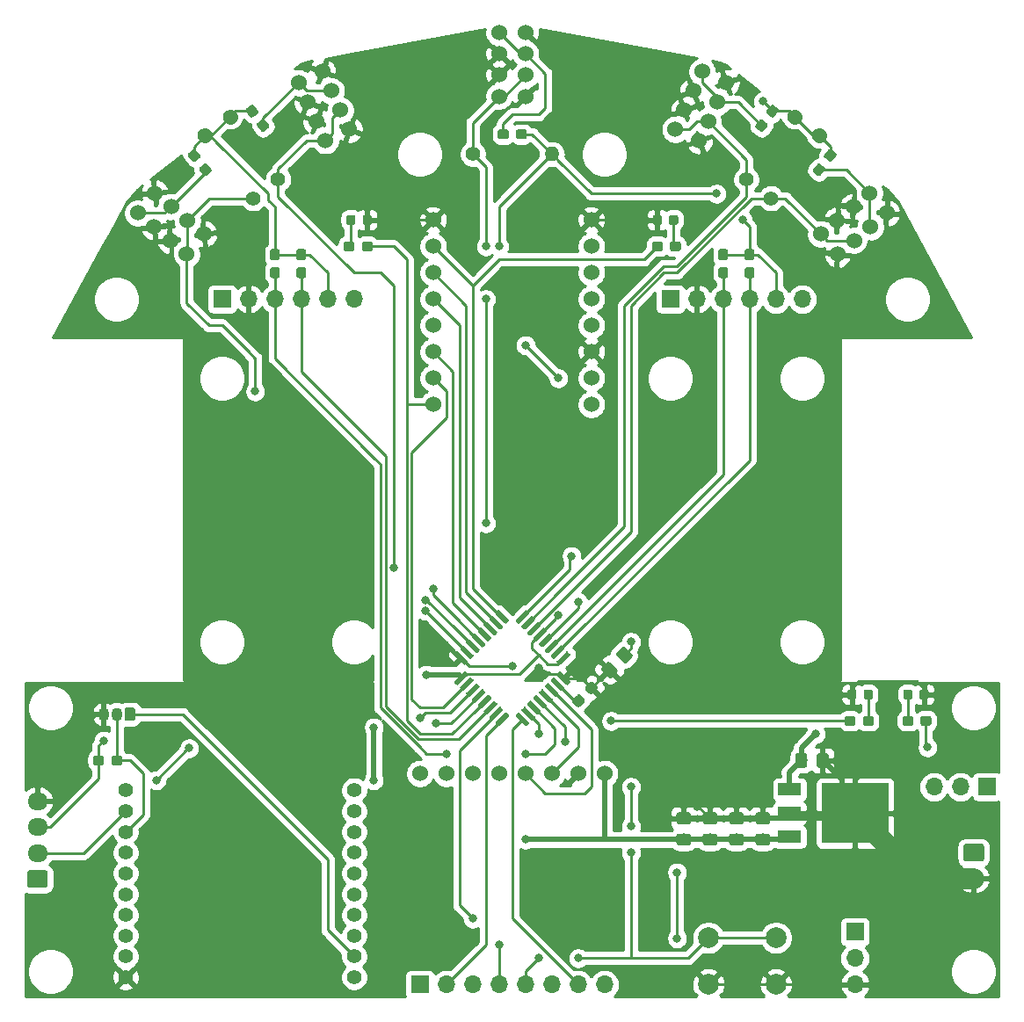
<source format=gbr>
G04 #@! TF.GenerationSoftware,KiCad,Pcbnew,(5.1.4-0-10_14)*
G04 #@! TF.CreationDate,2020-01-04T12:27:15+09:00*
G04 #@! TF.ProjectId,mouse,6d6f7573-652e-46b6-9963-61645f706362,rev?*
G04 #@! TF.SameCoordinates,Original*
G04 #@! TF.FileFunction,Copper,L1,Top*
G04 #@! TF.FilePolarity,Positive*
%FSLAX46Y46*%
G04 Gerber Fmt 4.6, Leading zero omitted, Abs format (unit mm)*
G04 Created by KiCad (PCBNEW (5.1.4-0-10_14)) date 2020-01-04 12:27:15*
%MOMM*%
%LPD*%
G04 APERTURE LIST*
%ADD10C,0.100000*%
%ADD11C,1.150000*%
%ADD12C,0.500000*%
%ADD13C,0.875000*%
%ADD14C,1.400000*%
%ADD15C,1.400000*%
%ADD16C,1.700000*%
%ADD17O,2.000000X1.700000*%
%ADD18R,1.700000X1.700000*%
%ADD19O,1.700000X1.700000*%
%ADD20O,1.950000X1.700000*%
%ADD21O,1.050000X1.300000*%
%ADD22C,1.050000*%
%ADD23C,0.950000*%
%ADD24O,1.400000X1.400000*%
%ADD25C,2.000000*%
%ADD26C,1.524000*%
%ADD27R,2.200000X1.200000*%
%ADD28R,6.400000X5.800000*%
%ADD29C,0.800000*%
%ADD30C,0.250000*%
%ADD31C,0.500000*%
%ADD32C,2.000000*%
%ADD33C,0.254000*%
G04 APERTURE END LIST*
D10*
G36*
X88021548Y-154322764D02*
G01*
X88045816Y-154326364D01*
X88069615Y-154332325D01*
X88092714Y-154340590D01*
X88114893Y-154351080D01*
X88135936Y-154363692D01*
X88155642Y-154378307D01*
X88173820Y-154394783D01*
X88810217Y-155031180D01*
X88826693Y-155049358D01*
X88841308Y-155069064D01*
X88853920Y-155090107D01*
X88864410Y-155112286D01*
X88872675Y-155135385D01*
X88878636Y-155159184D01*
X88882236Y-155183452D01*
X88883440Y-155207956D01*
X88882236Y-155232460D01*
X88878636Y-155256728D01*
X88872675Y-155280527D01*
X88864410Y-155303626D01*
X88853920Y-155325805D01*
X88841308Y-155346848D01*
X88826693Y-155366554D01*
X88810217Y-155384732D01*
X88350596Y-155844353D01*
X88332418Y-155860829D01*
X88312712Y-155875444D01*
X88291669Y-155888056D01*
X88269490Y-155898546D01*
X88246391Y-155906811D01*
X88222592Y-155912772D01*
X88198324Y-155916372D01*
X88173820Y-155917576D01*
X88149316Y-155916372D01*
X88125048Y-155912772D01*
X88101249Y-155906811D01*
X88078150Y-155898546D01*
X88055971Y-155888056D01*
X88034928Y-155875444D01*
X88015222Y-155860829D01*
X87997044Y-155844353D01*
X87360647Y-155207956D01*
X87344171Y-155189778D01*
X87329556Y-155170072D01*
X87316944Y-155149029D01*
X87306454Y-155126850D01*
X87298189Y-155103751D01*
X87292228Y-155079952D01*
X87288628Y-155055684D01*
X87287424Y-155031180D01*
X87288628Y-155006676D01*
X87292228Y-154982408D01*
X87298189Y-154958609D01*
X87306454Y-154935510D01*
X87316944Y-154913331D01*
X87329556Y-154892288D01*
X87344171Y-154872582D01*
X87360647Y-154854404D01*
X87820268Y-154394783D01*
X87838446Y-154378307D01*
X87858152Y-154363692D01*
X87879195Y-154351080D01*
X87901374Y-154340590D01*
X87924473Y-154332325D01*
X87948272Y-154326364D01*
X87972540Y-154322764D01*
X87997044Y-154321560D01*
X88021548Y-154322764D01*
X88021548Y-154322764D01*
G37*
D11*
X88085432Y-155119568D03*
D10*
G36*
X89471116Y-152873196D02*
G01*
X89495384Y-152876796D01*
X89519183Y-152882757D01*
X89542282Y-152891022D01*
X89564461Y-152901512D01*
X89585504Y-152914124D01*
X89605210Y-152928739D01*
X89623388Y-152945215D01*
X90259785Y-153581612D01*
X90276261Y-153599790D01*
X90290876Y-153619496D01*
X90303488Y-153640539D01*
X90313978Y-153662718D01*
X90322243Y-153685817D01*
X90328204Y-153709616D01*
X90331804Y-153733884D01*
X90333008Y-153758388D01*
X90331804Y-153782892D01*
X90328204Y-153807160D01*
X90322243Y-153830959D01*
X90313978Y-153854058D01*
X90303488Y-153876237D01*
X90290876Y-153897280D01*
X90276261Y-153916986D01*
X90259785Y-153935164D01*
X89800164Y-154394785D01*
X89781986Y-154411261D01*
X89762280Y-154425876D01*
X89741237Y-154438488D01*
X89719058Y-154448978D01*
X89695959Y-154457243D01*
X89672160Y-154463204D01*
X89647892Y-154466804D01*
X89623388Y-154468008D01*
X89598884Y-154466804D01*
X89574616Y-154463204D01*
X89550817Y-154457243D01*
X89527718Y-154448978D01*
X89505539Y-154438488D01*
X89484496Y-154425876D01*
X89464790Y-154411261D01*
X89446612Y-154394785D01*
X88810215Y-153758388D01*
X88793739Y-153740210D01*
X88779124Y-153720504D01*
X88766512Y-153699461D01*
X88756022Y-153677282D01*
X88747757Y-153654183D01*
X88741796Y-153630384D01*
X88738196Y-153606116D01*
X88736992Y-153581612D01*
X88738196Y-153557108D01*
X88741796Y-153532840D01*
X88747757Y-153509041D01*
X88756022Y-153485942D01*
X88766512Y-153463763D01*
X88779124Y-153442720D01*
X88793739Y-153423014D01*
X88810215Y-153404836D01*
X89269836Y-152945215D01*
X89288014Y-152928739D01*
X89307720Y-152914124D01*
X89328763Y-152901512D01*
X89350942Y-152891022D01*
X89374041Y-152882757D01*
X89397840Y-152876796D01*
X89422108Y-152873196D01*
X89446612Y-152871992D01*
X89471116Y-152873196D01*
X89471116Y-152873196D01*
G37*
D11*
X89535000Y-153670000D03*
D10*
G36*
X84037875Y-153313000D02*
G01*
X84050009Y-153314800D01*
X84061909Y-153317780D01*
X84073458Y-153321913D01*
X84084548Y-153327158D01*
X84095069Y-153333464D01*
X84104922Y-153340772D01*
X84114011Y-153349010D01*
X84290788Y-153525787D01*
X84299026Y-153534876D01*
X84306334Y-153544729D01*
X84312640Y-153555250D01*
X84317885Y-153566340D01*
X84322018Y-153577889D01*
X84324998Y-153589789D01*
X84326798Y-153601923D01*
X84327400Y-153614175D01*
X84326798Y-153626427D01*
X84324998Y-153638561D01*
X84322018Y-153650461D01*
X84317885Y-153662010D01*
X84312640Y-153673100D01*
X84306334Y-153683621D01*
X84299026Y-153693474D01*
X84290788Y-153702563D01*
X83406905Y-154586446D01*
X83397816Y-154594684D01*
X83387963Y-154601992D01*
X83377442Y-154608298D01*
X83366352Y-154613543D01*
X83354803Y-154617676D01*
X83342903Y-154620656D01*
X83330769Y-154622456D01*
X83318517Y-154623058D01*
X83306265Y-154622456D01*
X83294131Y-154620656D01*
X83282231Y-154617676D01*
X83270682Y-154613543D01*
X83259592Y-154608298D01*
X83249071Y-154601992D01*
X83239218Y-154594684D01*
X83230129Y-154586446D01*
X83053352Y-154409669D01*
X83045114Y-154400580D01*
X83037806Y-154390727D01*
X83031500Y-154380206D01*
X83026255Y-154369116D01*
X83022122Y-154357567D01*
X83019142Y-154345667D01*
X83017342Y-154333533D01*
X83016740Y-154321281D01*
X83017342Y-154309029D01*
X83019142Y-154296895D01*
X83022122Y-154284995D01*
X83026255Y-154273446D01*
X83031500Y-154262356D01*
X83037806Y-154251835D01*
X83045114Y-154241982D01*
X83053352Y-154232893D01*
X83937235Y-153349010D01*
X83946324Y-153340772D01*
X83956177Y-153333464D01*
X83966698Y-153327158D01*
X83977788Y-153321913D01*
X83989337Y-153317780D01*
X84001237Y-153314800D01*
X84013371Y-153313000D01*
X84025623Y-153312398D01*
X84037875Y-153313000D01*
X84037875Y-153313000D01*
G37*
D12*
X83672070Y-153967728D03*
D10*
G36*
X83472189Y-152747315D02*
G01*
X83484323Y-152749115D01*
X83496223Y-152752095D01*
X83507772Y-152756228D01*
X83518862Y-152761473D01*
X83529383Y-152767779D01*
X83539236Y-152775087D01*
X83548325Y-152783325D01*
X83725102Y-152960102D01*
X83733340Y-152969191D01*
X83740648Y-152979044D01*
X83746954Y-152989565D01*
X83752199Y-153000655D01*
X83756332Y-153012204D01*
X83759312Y-153024104D01*
X83761112Y-153036238D01*
X83761714Y-153048490D01*
X83761112Y-153060742D01*
X83759312Y-153072876D01*
X83756332Y-153084776D01*
X83752199Y-153096325D01*
X83746954Y-153107415D01*
X83740648Y-153117936D01*
X83733340Y-153127789D01*
X83725102Y-153136878D01*
X82841219Y-154020761D01*
X82832130Y-154028999D01*
X82822277Y-154036307D01*
X82811756Y-154042613D01*
X82800666Y-154047858D01*
X82789117Y-154051991D01*
X82777217Y-154054971D01*
X82765083Y-154056771D01*
X82752831Y-154057373D01*
X82740579Y-154056771D01*
X82728445Y-154054971D01*
X82716545Y-154051991D01*
X82704996Y-154047858D01*
X82693906Y-154042613D01*
X82683385Y-154036307D01*
X82673532Y-154028999D01*
X82664443Y-154020761D01*
X82487666Y-153843984D01*
X82479428Y-153834895D01*
X82472120Y-153825042D01*
X82465814Y-153814521D01*
X82460569Y-153803431D01*
X82456436Y-153791882D01*
X82453456Y-153779982D01*
X82451656Y-153767848D01*
X82451054Y-153755596D01*
X82451656Y-153743344D01*
X82453456Y-153731210D01*
X82456436Y-153719310D01*
X82460569Y-153707761D01*
X82465814Y-153696671D01*
X82472120Y-153686150D01*
X82479428Y-153676297D01*
X82487666Y-153667208D01*
X83371549Y-152783325D01*
X83380638Y-152775087D01*
X83390491Y-152767779D01*
X83401012Y-152761473D01*
X83412102Y-152756228D01*
X83423651Y-152752095D01*
X83435551Y-152749115D01*
X83447685Y-152747315D01*
X83459937Y-152746713D01*
X83472189Y-152747315D01*
X83472189Y-152747315D01*
G37*
D12*
X83106384Y-153402043D03*
D10*
G36*
X82906504Y-152181629D02*
G01*
X82918638Y-152183429D01*
X82930538Y-152186409D01*
X82942087Y-152190542D01*
X82953177Y-152195787D01*
X82963698Y-152202093D01*
X82973551Y-152209401D01*
X82982640Y-152217639D01*
X83159417Y-152394416D01*
X83167655Y-152403505D01*
X83174963Y-152413358D01*
X83181269Y-152423879D01*
X83186514Y-152434969D01*
X83190647Y-152446518D01*
X83193627Y-152458418D01*
X83195427Y-152470552D01*
X83196029Y-152482804D01*
X83195427Y-152495056D01*
X83193627Y-152507190D01*
X83190647Y-152519090D01*
X83186514Y-152530639D01*
X83181269Y-152541729D01*
X83174963Y-152552250D01*
X83167655Y-152562103D01*
X83159417Y-152571192D01*
X82275534Y-153455075D01*
X82266445Y-153463313D01*
X82256592Y-153470621D01*
X82246071Y-153476927D01*
X82234981Y-153482172D01*
X82223432Y-153486305D01*
X82211532Y-153489285D01*
X82199398Y-153491085D01*
X82187146Y-153491687D01*
X82174894Y-153491085D01*
X82162760Y-153489285D01*
X82150860Y-153486305D01*
X82139311Y-153482172D01*
X82128221Y-153476927D01*
X82117700Y-153470621D01*
X82107847Y-153463313D01*
X82098758Y-153455075D01*
X81921981Y-153278298D01*
X81913743Y-153269209D01*
X81906435Y-153259356D01*
X81900129Y-153248835D01*
X81894884Y-153237745D01*
X81890751Y-153226196D01*
X81887771Y-153214296D01*
X81885971Y-153202162D01*
X81885369Y-153189910D01*
X81885971Y-153177658D01*
X81887771Y-153165524D01*
X81890751Y-153153624D01*
X81894884Y-153142075D01*
X81900129Y-153130985D01*
X81906435Y-153120464D01*
X81913743Y-153110611D01*
X81921981Y-153101522D01*
X82805864Y-152217639D01*
X82814953Y-152209401D01*
X82824806Y-152202093D01*
X82835327Y-152195787D01*
X82846417Y-152190542D01*
X82857966Y-152186409D01*
X82869866Y-152183429D01*
X82882000Y-152181629D01*
X82894252Y-152181027D01*
X82906504Y-152181629D01*
X82906504Y-152181629D01*
G37*
D12*
X82540699Y-152836357D03*
D10*
G36*
X82340819Y-151615944D02*
G01*
X82352953Y-151617744D01*
X82364853Y-151620724D01*
X82376402Y-151624857D01*
X82387492Y-151630102D01*
X82398013Y-151636408D01*
X82407866Y-151643716D01*
X82416955Y-151651954D01*
X82593732Y-151828731D01*
X82601970Y-151837820D01*
X82609278Y-151847673D01*
X82615584Y-151858194D01*
X82620829Y-151869284D01*
X82624962Y-151880833D01*
X82627942Y-151892733D01*
X82629742Y-151904867D01*
X82630344Y-151917119D01*
X82629742Y-151929371D01*
X82627942Y-151941505D01*
X82624962Y-151953405D01*
X82620829Y-151964954D01*
X82615584Y-151976044D01*
X82609278Y-151986565D01*
X82601970Y-151996418D01*
X82593732Y-152005507D01*
X81709849Y-152889390D01*
X81700760Y-152897628D01*
X81690907Y-152904936D01*
X81680386Y-152911242D01*
X81669296Y-152916487D01*
X81657747Y-152920620D01*
X81645847Y-152923600D01*
X81633713Y-152925400D01*
X81621461Y-152926002D01*
X81609209Y-152925400D01*
X81597075Y-152923600D01*
X81585175Y-152920620D01*
X81573626Y-152916487D01*
X81562536Y-152911242D01*
X81552015Y-152904936D01*
X81542162Y-152897628D01*
X81533073Y-152889390D01*
X81356296Y-152712613D01*
X81348058Y-152703524D01*
X81340750Y-152693671D01*
X81334444Y-152683150D01*
X81329199Y-152672060D01*
X81325066Y-152660511D01*
X81322086Y-152648611D01*
X81320286Y-152636477D01*
X81319684Y-152624225D01*
X81320286Y-152611973D01*
X81322086Y-152599839D01*
X81325066Y-152587939D01*
X81329199Y-152576390D01*
X81334444Y-152565300D01*
X81340750Y-152554779D01*
X81348058Y-152544926D01*
X81356296Y-152535837D01*
X82240179Y-151651954D01*
X82249268Y-151643716D01*
X82259121Y-151636408D01*
X82269642Y-151630102D01*
X82280732Y-151624857D01*
X82292281Y-151620724D01*
X82304181Y-151617744D01*
X82316315Y-151615944D01*
X82328567Y-151615342D01*
X82340819Y-151615944D01*
X82340819Y-151615944D01*
G37*
D12*
X81975014Y-152270672D03*
D10*
G36*
X81775133Y-151050258D02*
G01*
X81787267Y-151052058D01*
X81799167Y-151055038D01*
X81810716Y-151059171D01*
X81821806Y-151064416D01*
X81832327Y-151070722D01*
X81842180Y-151078030D01*
X81851269Y-151086268D01*
X82028046Y-151263045D01*
X82036284Y-151272134D01*
X82043592Y-151281987D01*
X82049898Y-151292508D01*
X82055143Y-151303598D01*
X82059276Y-151315147D01*
X82062256Y-151327047D01*
X82064056Y-151339181D01*
X82064658Y-151351433D01*
X82064056Y-151363685D01*
X82062256Y-151375819D01*
X82059276Y-151387719D01*
X82055143Y-151399268D01*
X82049898Y-151410358D01*
X82043592Y-151420879D01*
X82036284Y-151430732D01*
X82028046Y-151439821D01*
X81144163Y-152323704D01*
X81135074Y-152331942D01*
X81125221Y-152339250D01*
X81114700Y-152345556D01*
X81103610Y-152350801D01*
X81092061Y-152354934D01*
X81080161Y-152357914D01*
X81068027Y-152359714D01*
X81055775Y-152360316D01*
X81043523Y-152359714D01*
X81031389Y-152357914D01*
X81019489Y-152354934D01*
X81007940Y-152350801D01*
X80996850Y-152345556D01*
X80986329Y-152339250D01*
X80976476Y-152331942D01*
X80967387Y-152323704D01*
X80790610Y-152146927D01*
X80782372Y-152137838D01*
X80775064Y-152127985D01*
X80768758Y-152117464D01*
X80763513Y-152106374D01*
X80759380Y-152094825D01*
X80756400Y-152082925D01*
X80754600Y-152070791D01*
X80753998Y-152058539D01*
X80754600Y-152046287D01*
X80756400Y-152034153D01*
X80759380Y-152022253D01*
X80763513Y-152010704D01*
X80768758Y-151999614D01*
X80775064Y-151989093D01*
X80782372Y-151979240D01*
X80790610Y-151970151D01*
X81674493Y-151086268D01*
X81683582Y-151078030D01*
X81693435Y-151070722D01*
X81703956Y-151064416D01*
X81715046Y-151059171D01*
X81726595Y-151055038D01*
X81738495Y-151052058D01*
X81750629Y-151050258D01*
X81762881Y-151049656D01*
X81775133Y-151050258D01*
X81775133Y-151050258D01*
G37*
D12*
X81409328Y-151704986D03*
D10*
G36*
X81209448Y-150484573D02*
G01*
X81221582Y-150486373D01*
X81233482Y-150489353D01*
X81245031Y-150493486D01*
X81256121Y-150498731D01*
X81266642Y-150505037D01*
X81276495Y-150512345D01*
X81285584Y-150520583D01*
X81462361Y-150697360D01*
X81470599Y-150706449D01*
X81477907Y-150716302D01*
X81484213Y-150726823D01*
X81489458Y-150737913D01*
X81493591Y-150749462D01*
X81496571Y-150761362D01*
X81498371Y-150773496D01*
X81498973Y-150785748D01*
X81498371Y-150798000D01*
X81496571Y-150810134D01*
X81493591Y-150822034D01*
X81489458Y-150833583D01*
X81484213Y-150844673D01*
X81477907Y-150855194D01*
X81470599Y-150865047D01*
X81462361Y-150874136D01*
X80578478Y-151758019D01*
X80569389Y-151766257D01*
X80559536Y-151773565D01*
X80549015Y-151779871D01*
X80537925Y-151785116D01*
X80526376Y-151789249D01*
X80514476Y-151792229D01*
X80502342Y-151794029D01*
X80490090Y-151794631D01*
X80477838Y-151794029D01*
X80465704Y-151792229D01*
X80453804Y-151789249D01*
X80442255Y-151785116D01*
X80431165Y-151779871D01*
X80420644Y-151773565D01*
X80410791Y-151766257D01*
X80401702Y-151758019D01*
X80224925Y-151581242D01*
X80216687Y-151572153D01*
X80209379Y-151562300D01*
X80203073Y-151551779D01*
X80197828Y-151540689D01*
X80193695Y-151529140D01*
X80190715Y-151517240D01*
X80188915Y-151505106D01*
X80188313Y-151492854D01*
X80188915Y-151480602D01*
X80190715Y-151468468D01*
X80193695Y-151456568D01*
X80197828Y-151445019D01*
X80203073Y-151433929D01*
X80209379Y-151423408D01*
X80216687Y-151413555D01*
X80224925Y-151404466D01*
X81108808Y-150520583D01*
X81117897Y-150512345D01*
X81127750Y-150505037D01*
X81138271Y-150498731D01*
X81149361Y-150493486D01*
X81160910Y-150489353D01*
X81172810Y-150486373D01*
X81184944Y-150484573D01*
X81197196Y-150483971D01*
X81209448Y-150484573D01*
X81209448Y-150484573D01*
G37*
D12*
X80843643Y-151139301D03*
D10*
G36*
X80643762Y-149918888D02*
G01*
X80655896Y-149920688D01*
X80667796Y-149923668D01*
X80679345Y-149927801D01*
X80690435Y-149933046D01*
X80700956Y-149939352D01*
X80710809Y-149946660D01*
X80719898Y-149954898D01*
X80896675Y-150131675D01*
X80904913Y-150140764D01*
X80912221Y-150150617D01*
X80918527Y-150161138D01*
X80923772Y-150172228D01*
X80927905Y-150183777D01*
X80930885Y-150195677D01*
X80932685Y-150207811D01*
X80933287Y-150220063D01*
X80932685Y-150232315D01*
X80930885Y-150244449D01*
X80927905Y-150256349D01*
X80923772Y-150267898D01*
X80918527Y-150278988D01*
X80912221Y-150289509D01*
X80904913Y-150299362D01*
X80896675Y-150308451D01*
X80012792Y-151192334D01*
X80003703Y-151200572D01*
X79993850Y-151207880D01*
X79983329Y-151214186D01*
X79972239Y-151219431D01*
X79960690Y-151223564D01*
X79948790Y-151226544D01*
X79936656Y-151228344D01*
X79924404Y-151228946D01*
X79912152Y-151228344D01*
X79900018Y-151226544D01*
X79888118Y-151223564D01*
X79876569Y-151219431D01*
X79865479Y-151214186D01*
X79854958Y-151207880D01*
X79845105Y-151200572D01*
X79836016Y-151192334D01*
X79659239Y-151015557D01*
X79651001Y-151006468D01*
X79643693Y-150996615D01*
X79637387Y-150986094D01*
X79632142Y-150975004D01*
X79628009Y-150963455D01*
X79625029Y-150951555D01*
X79623229Y-150939421D01*
X79622627Y-150927169D01*
X79623229Y-150914917D01*
X79625029Y-150902783D01*
X79628009Y-150890883D01*
X79632142Y-150879334D01*
X79637387Y-150868244D01*
X79643693Y-150857723D01*
X79651001Y-150847870D01*
X79659239Y-150838781D01*
X80543122Y-149954898D01*
X80552211Y-149946660D01*
X80562064Y-149939352D01*
X80572585Y-149933046D01*
X80583675Y-149927801D01*
X80595224Y-149923668D01*
X80607124Y-149920688D01*
X80619258Y-149918888D01*
X80631510Y-149918286D01*
X80643762Y-149918888D01*
X80643762Y-149918888D01*
G37*
D12*
X80277957Y-150573616D03*
D10*
G36*
X80078077Y-149353202D02*
G01*
X80090211Y-149355002D01*
X80102111Y-149357982D01*
X80113660Y-149362115D01*
X80124750Y-149367360D01*
X80135271Y-149373666D01*
X80145124Y-149380974D01*
X80154213Y-149389212D01*
X80330990Y-149565989D01*
X80339228Y-149575078D01*
X80346536Y-149584931D01*
X80352842Y-149595452D01*
X80358087Y-149606542D01*
X80362220Y-149618091D01*
X80365200Y-149629991D01*
X80367000Y-149642125D01*
X80367602Y-149654377D01*
X80367000Y-149666629D01*
X80365200Y-149678763D01*
X80362220Y-149690663D01*
X80358087Y-149702212D01*
X80352842Y-149713302D01*
X80346536Y-149723823D01*
X80339228Y-149733676D01*
X80330990Y-149742765D01*
X79447107Y-150626648D01*
X79438018Y-150634886D01*
X79428165Y-150642194D01*
X79417644Y-150648500D01*
X79406554Y-150653745D01*
X79395005Y-150657878D01*
X79383105Y-150660858D01*
X79370971Y-150662658D01*
X79358719Y-150663260D01*
X79346467Y-150662658D01*
X79334333Y-150660858D01*
X79322433Y-150657878D01*
X79310884Y-150653745D01*
X79299794Y-150648500D01*
X79289273Y-150642194D01*
X79279420Y-150634886D01*
X79270331Y-150626648D01*
X79093554Y-150449871D01*
X79085316Y-150440782D01*
X79078008Y-150430929D01*
X79071702Y-150420408D01*
X79066457Y-150409318D01*
X79062324Y-150397769D01*
X79059344Y-150385869D01*
X79057544Y-150373735D01*
X79056942Y-150361483D01*
X79057544Y-150349231D01*
X79059344Y-150337097D01*
X79062324Y-150325197D01*
X79066457Y-150313648D01*
X79071702Y-150302558D01*
X79078008Y-150292037D01*
X79085316Y-150282184D01*
X79093554Y-150273095D01*
X79977437Y-149389212D01*
X79986526Y-149380974D01*
X79996379Y-149373666D01*
X80006900Y-149367360D01*
X80017990Y-149362115D01*
X80029539Y-149357982D01*
X80041439Y-149355002D01*
X80053573Y-149353202D01*
X80065825Y-149352600D01*
X80078077Y-149353202D01*
X80078077Y-149353202D01*
G37*
D12*
X79712272Y-150007930D03*
D10*
G36*
X77426427Y-149353202D02*
G01*
X77438561Y-149355002D01*
X77450461Y-149357982D01*
X77462010Y-149362115D01*
X77473100Y-149367360D01*
X77483621Y-149373666D01*
X77493474Y-149380974D01*
X77502563Y-149389212D01*
X78386446Y-150273095D01*
X78394684Y-150282184D01*
X78401992Y-150292037D01*
X78408298Y-150302558D01*
X78413543Y-150313648D01*
X78417676Y-150325197D01*
X78420656Y-150337097D01*
X78422456Y-150349231D01*
X78423058Y-150361483D01*
X78422456Y-150373735D01*
X78420656Y-150385869D01*
X78417676Y-150397769D01*
X78413543Y-150409318D01*
X78408298Y-150420408D01*
X78401992Y-150430929D01*
X78394684Y-150440782D01*
X78386446Y-150449871D01*
X78209669Y-150626648D01*
X78200580Y-150634886D01*
X78190727Y-150642194D01*
X78180206Y-150648500D01*
X78169116Y-150653745D01*
X78157567Y-150657878D01*
X78145667Y-150660858D01*
X78133533Y-150662658D01*
X78121281Y-150663260D01*
X78109029Y-150662658D01*
X78096895Y-150660858D01*
X78084995Y-150657878D01*
X78073446Y-150653745D01*
X78062356Y-150648500D01*
X78051835Y-150642194D01*
X78041982Y-150634886D01*
X78032893Y-150626648D01*
X77149010Y-149742765D01*
X77140772Y-149733676D01*
X77133464Y-149723823D01*
X77127158Y-149713302D01*
X77121913Y-149702212D01*
X77117780Y-149690663D01*
X77114800Y-149678763D01*
X77113000Y-149666629D01*
X77112398Y-149654377D01*
X77113000Y-149642125D01*
X77114800Y-149629991D01*
X77117780Y-149618091D01*
X77121913Y-149606542D01*
X77127158Y-149595452D01*
X77133464Y-149584931D01*
X77140772Y-149575078D01*
X77149010Y-149565989D01*
X77325787Y-149389212D01*
X77334876Y-149380974D01*
X77344729Y-149373666D01*
X77355250Y-149367360D01*
X77366340Y-149362115D01*
X77377889Y-149357982D01*
X77389789Y-149355002D01*
X77401923Y-149353202D01*
X77414175Y-149352600D01*
X77426427Y-149353202D01*
X77426427Y-149353202D01*
G37*
D12*
X77767728Y-150007930D03*
D10*
G36*
X76860742Y-149918888D02*
G01*
X76872876Y-149920688D01*
X76884776Y-149923668D01*
X76896325Y-149927801D01*
X76907415Y-149933046D01*
X76917936Y-149939352D01*
X76927789Y-149946660D01*
X76936878Y-149954898D01*
X77820761Y-150838781D01*
X77828999Y-150847870D01*
X77836307Y-150857723D01*
X77842613Y-150868244D01*
X77847858Y-150879334D01*
X77851991Y-150890883D01*
X77854971Y-150902783D01*
X77856771Y-150914917D01*
X77857373Y-150927169D01*
X77856771Y-150939421D01*
X77854971Y-150951555D01*
X77851991Y-150963455D01*
X77847858Y-150975004D01*
X77842613Y-150986094D01*
X77836307Y-150996615D01*
X77828999Y-151006468D01*
X77820761Y-151015557D01*
X77643984Y-151192334D01*
X77634895Y-151200572D01*
X77625042Y-151207880D01*
X77614521Y-151214186D01*
X77603431Y-151219431D01*
X77591882Y-151223564D01*
X77579982Y-151226544D01*
X77567848Y-151228344D01*
X77555596Y-151228946D01*
X77543344Y-151228344D01*
X77531210Y-151226544D01*
X77519310Y-151223564D01*
X77507761Y-151219431D01*
X77496671Y-151214186D01*
X77486150Y-151207880D01*
X77476297Y-151200572D01*
X77467208Y-151192334D01*
X76583325Y-150308451D01*
X76575087Y-150299362D01*
X76567779Y-150289509D01*
X76561473Y-150278988D01*
X76556228Y-150267898D01*
X76552095Y-150256349D01*
X76549115Y-150244449D01*
X76547315Y-150232315D01*
X76546713Y-150220063D01*
X76547315Y-150207811D01*
X76549115Y-150195677D01*
X76552095Y-150183777D01*
X76556228Y-150172228D01*
X76561473Y-150161138D01*
X76567779Y-150150617D01*
X76575087Y-150140764D01*
X76583325Y-150131675D01*
X76760102Y-149954898D01*
X76769191Y-149946660D01*
X76779044Y-149939352D01*
X76789565Y-149933046D01*
X76800655Y-149927801D01*
X76812204Y-149923668D01*
X76824104Y-149920688D01*
X76836238Y-149918888D01*
X76848490Y-149918286D01*
X76860742Y-149918888D01*
X76860742Y-149918888D01*
G37*
D12*
X77202043Y-150573616D03*
D10*
G36*
X76295056Y-150484573D02*
G01*
X76307190Y-150486373D01*
X76319090Y-150489353D01*
X76330639Y-150493486D01*
X76341729Y-150498731D01*
X76352250Y-150505037D01*
X76362103Y-150512345D01*
X76371192Y-150520583D01*
X77255075Y-151404466D01*
X77263313Y-151413555D01*
X77270621Y-151423408D01*
X77276927Y-151433929D01*
X77282172Y-151445019D01*
X77286305Y-151456568D01*
X77289285Y-151468468D01*
X77291085Y-151480602D01*
X77291687Y-151492854D01*
X77291085Y-151505106D01*
X77289285Y-151517240D01*
X77286305Y-151529140D01*
X77282172Y-151540689D01*
X77276927Y-151551779D01*
X77270621Y-151562300D01*
X77263313Y-151572153D01*
X77255075Y-151581242D01*
X77078298Y-151758019D01*
X77069209Y-151766257D01*
X77059356Y-151773565D01*
X77048835Y-151779871D01*
X77037745Y-151785116D01*
X77026196Y-151789249D01*
X77014296Y-151792229D01*
X77002162Y-151794029D01*
X76989910Y-151794631D01*
X76977658Y-151794029D01*
X76965524Y-151792229D01*
X76953624Y-151789249D01*
X76942075Y-151785116D01*
X76930985Y-151779871D01*
X76920464Y-151773565D01*
X76910611Y-151766257D01*
X76901522Y-151758019D01*
X76017639Y-150874136D01*
X76009401Y-150865047D01*
X76002093Y-150855194D01*
X75995787Y-150844673D01*
X75990542Y-150833583D01*
X75986409Y-150822034D01*
X75983429Y-150810134D01*
X75981629Y-150798000D01*
X75981027Y-150785748D01*
X75981629Y-150773496D01*
X75983429Y-150761362D01*
X75986409Y-150749462D01*
X75990542Y-150737913D01*
X75995787Y-150726823D01*
X76002093Y-150716302D01*
X76009401Y-150706449D01*
X76017639Y-150697360D01*
X76194416Y-150520583D01*
X76203505Y-150512345D01*
X76213358Y-150505037D01*
X76223879Y-150498731D01*
X76234969Y-150493486D01*
X76246518Y-150489353D01*
X76258418Y-150486373D01*
X76270552Y-150484573D01*
X76282804Y-150483971D01*
X76295056Y-150484573D01*
X76295056Y-150484573D01*
G37*
D12*
X76636357Y-151139301D03*
D10*
G36*
X75729371Y-151050258D02*
G01*
X75741505Y-151052058D01*
X75753405Y-151055038D01*
X75764954Y-151059171D01*
X75776044Y-151064416D01*
X75786565Y-151070722D01*
X75796418Y-151078030D01*
X75805507Y-151086268D01*
X76689390Y-151970151D01*
X76697628Y-151979240D01*
X76704936Y-151989093D01*
X76711242Y-151999614D01*
X76716487Y-152010704D01*
X76720620Y-152022253D01*
X76723600Y-152034153D01*
X76725400Y-152046287D01*
X76726002Y-152058539D01*
X76725400Y-152070791D01*
X76723600Y-152082925D01*
X76720620Y-152094825D01*
X76716487Y-152106374D01*
X76711242Y-152117464D01*
X76704936Y-152127985D01*
X76697628Y-152137838D01*
X76689390Y-152146927D01*
X76512613Y-152323704D01*
X76503524Y-152331942D01*
X76493671Y-152339250D01*
X76483150Y-152345556D01*
X76472060Y-152350801D01*
X76460511Y-152354934D01*
X76448611Y-152357914D01*
X76436477Y-152359714D01*
X76424225Y-152360316D01*
X76411973Y-152359714D01*
X76399839Y-152357914D01*
X76387939Y-152354934D01*
X76376390Y-152350801D01*
X76365300Y-152345556D01*
X76354779Y-152339250D01*
X76344926Y-152331942D01*
X76335837Y-152323704D01*
X75451954Y-151439821D01*
X75443716Y-151430732D01*
X75436408Y-151420879D01*
X75430102Y-151410358D01*
X75424857Y-151399268D01*
X75420724Y-151387719D01*
X75417744Y-151375819D01*
X75415944Y-151363685D01*
X75415342Y-151351433D01*
X75415944Y-151339181D01*
X75417744Y-151327047D01*
X75420724Y-151315147D01*
X75424857Y-151303598D01*
X75430102Y-151292508D01*
X75436408Y-151281987D01*
X75443716Y-151272134D01*
X75451954Y-151263045D01*
X75628731Y-151086268D01*
X75637820Y-151078030D01*
X75647673Y-151070722D01*
X75658194Y-151064416D01*
X75669284Y-151059171D01*
X75680833Y-151055038D01*
X75692733Y-151052058D01*
X75704867Y-151050258D01*
X75717119Y-151049656D01*
X75729371Y-151050258D01*
X75729371Y-151050258D01*
G37*
D12*
X76070672Y-151704986D03*
D10*
G36*
X75163685Y-151615944D02*
G01*
X75175819Y-151617744D01*
X75187719Y-151620724D01*
X75199268Y-151624857D01*
X75210358Y-151630102D01*
X75220879Y-151636408D01*
X75230732Y-151643716D01*
X75239821Y-151651954D01*
X76123704Y-152535837D01*
X76131942Y-152544926D01*
X76139250Y-152554779D01*
X76145556Y-152565300D01*
X76150801Y-152576390D01*
X76154934Y-152587939D01*
X76157914Y-152599839D01*
X76159714Y-152611973D01*
X76160316Y-152624225D01*
X76159714Y-152636477D01*
X76157914Y-152648611D01*
X76154934Y-152660511D01*
X76150801Y-152672060D01*
X76145556Y-152683150D01*
X76139250Y-152693671D01*
X76131942Y-152703524D01*
X76123704Y-152712613D01*
X75946927Y-152889390D01*
X75937838Y-152897628D01*
X75927985Y-152904936D01*
X75917464Y-152911242D01*
X75906374Y-152916487D01*
X75894825Y-152920620D01*
X75882925Y-152923600D01*
X75870791Y-152925400D01*
X75858539Y-152926002D01*
X75846287Y-152925400D01*
X75834153Y-152923600D01*
X75822253Y-152920620D01*
X75810704Y-152916487D01*
X75799614Y-152911242D01*
X75789093Y-152904936D01*
X75779240Y-152897628D01*
X75770151Y-152889390D01*
X74886268Y-152005507D01*
X74878030Y-151996418D01*
X74870722Y-151986565D01*
X74864416Y-151976044D01*
X74859171Y-151964954D01*
X74855038Y-151953405D01*
X74852058Y-151941505D01*
X74850258Y-151929371D01*
X74849656Y-151917119D01*
X74850258Y-151904867D01*
X74852058Y-151892733D01*
X74855038Y-151880833D01*
X74859171Y-151869284D01*
X74864416Y-151858194D01*
X74870722Y-151847673D01*
X74878030Y-151837820D01*
X74886268Y-151828731D01*
X75063045Y-151651954D01*
X75072134Y-151643716D01*
X75081987Y-151636408D01*
X75092508Y-151630102D01*
X75103598Y-151624857D01*
X75115147Y-151620724D01*
X75127047Y-151617744D01*
X75139181Y-151615944D01*
X75151433Y-151615342D01*
X75163685Y-151615944D01*
X75163685Y-151615944D01*
G37*
D12*
X75504986Y-152270672D03*
D10*
G36*
X74598000Y-152181629D02*
G01*
X74610134Y-152183429D01*
X74622034Y-152186409D01*
X74633583Y-152190542D01*
X74644673Y-152195787D01*
X74655194Y-152202093D01*
X74665047Y-152209401D01*
X74674136Y-152217639D01*
X75558019Y-153101522D01*
X75566257Y-153110611D01*
X75573565Y-153120464D01*
X75579871Y-153130985D01*
X75585116Y-153142075D01*
X75589249Y-153153624D01*
X75592229Y-153165524D01*
X75594029Y-153177658D01*
X75594631Y-153189910D01*
X75594029Y-153202162D01*
X75592229Y-153214296D01*
X75589249Y-153226196D01*
X75585116Y-153237745D01*
X75579871Y-153248835D01*
X75573565Y-153259356D01*
X75566257Y-153269209D01*
X75558019Y-153278298D01*
X75381242Y-153455075D01*
X75372153Y-153463313D01*
X75362300Y-153470621D01*
X75351779Y-153476927D01*
X75340689Y-153482172D01*
X75329140Y-153486305D01*
X75317240Y-153489285D01*
X75305106Y-153491085D01*
X75292854Y-153491687D01*
X75280602Y-153491085D01*
X75268468Y-153489285D01*
X75256568Y-153486305D01*
X75245019Y-153482172D01*
X75233929Y-153476927D01*
X75223408Y-153470621D01*
X75213555Y-153463313D01*
X75204466Y-153455075D01*
X74320583Y-152571192D01*
X74312345Y-152562103D01*
X74305037Y-152552250D01*
X74298731Y-152541729D01*
X74293486Y-152530639D01*
X74289353Y-152519090D01*
X74286373Y-152507190D01*
X74284573Y-152495056D01*
X74283971Y-152482804D01*
X74284573Y-152470552D01*
X74286373Y-152458418D01*
X74289353Y-152446518D01*
X74293486Y-152434969D01*
X74298731Y-152423879D01*
X74305037Y-152413358D01*
X74312345Y-152403505D01*
X74320583Y-152394416D01*
X74497360Y-152217639D01*
X74506449Y-152209401D01*
X74516302Y-152202093D01*
X74526823Y-152195787D01*
X74537913Y-152190542D01*
X74549462Y-152186409D01*
X74561362Y-152183429D01*
X74573496Y-152181629D01*
X74585748Y-152181027D01*
X74598000Y-152181629D01*
X74598000Y-152181629D01*
G37*
D12*
X74939301Y-152836357D03*
D10*
G36*
X74032315Y-152747315D02*
G01*
X74044449Y-152749115D01*
X74056349Y-152752095D01*
X74067898Y-152756228D01*
X74078988Y-152761473D01*
X74089509Y-152767779D01*
X74099362Y-152775087D01*
X74108451Y-152783325D01*
X74992334Y-153667208D01*
X75000572Y-153676297D01*
X75007880Y-153686150D01*
X75014186Y-153696671D01*
X75019431Y-153707761D01*
X75023564Y-153719310D01*
X75026544Y-153731210D01*
X75028344Y-153743344D01*
X75028946Y-153755596D01*
X75028344Y-153767848D01*
X75026544Y-153779982D01*
X75023564Y-153791882D01*
X75019431Y-153803431D01*
X75014186Y-153814521D01*
X75007880Y-153825042D01*
X75000572Y-153834895D01*
X74992334Y-153843984D01*
X74815557Y-154020761D01*
X74806468Y-154028999D01*
X74796615Y-154036307D01*
X74786094Y-154042613D01*
X74775004Y-154047858D01*
X74763455Y-154051991D01*
X74751555Y-154054971D01*
X74739421Y-154056771D01*
X74727169Y-154057373D01*
X74714917Y-154056771D01*
X74702783Y-154054971D01*
X74690883Y-154051991D01*
X74679334Y-154047858D01*
X74668244Y-154042613D01*
X74657723Y-154036307D01*
X74647870Y-154028999D01*
X74638781Y-154020761D01*
X73754898Y-153136878D01*
X73746660Y-153127789D01*
X73739352Y-153117936D01*
X73733046Y-153107415D01*
X73727801Y-153096325D01*
X73723668Y-153084776D01*
X73720688Y-153072876D01*
X73718888Y-153060742D01*
X73718286Y-153048490D01*
X73718888Y-153036238D01*
X73720688Y-153024104D01*
X73723668Y-153012204D01*
X73727801Y-153000655D01*
X73733046Y-152989565D01*
X73739352Y-152979044D01*
X73746660Y-152969191D01*
X73754898Y-152960102D01*
X73931675Y-152783325D01*
X73940764Y-152775087D01*
X73950617Y-152767779D01*
X73961138Y-152761473D01*
X73972228Y-152756228D01*
X73983777Y-152752095D01*
X73995677Y-152749115D01*
X74007811Y-152747315D01*
X74020063Y-152746713D01*
X74032315Y-152747315D01*
X74032315Y-152747315D01*
G37*
D12*
X74373616Y-153402043D03*
D10*
G36*
X73466629Y-153313000D02*
G01*
X73478763Y-153314800D01*
X73490663Y-153317780D01*
X73502212Y-153321913D01*
X73513302Y-153327158D01*
X73523823Y-153333464D01*
X73533676Y-153340772D01*
X73542765Y-153349010D01*
X74426648Y-154232893D01*
X74434886Y-154241982D01*
X74442194Y-154251835D01*
X74448500Y-154262356D01*
X74453745Y-154273446D01*
X74457878Y-154284995D01*
X74460858Y-154296895D01*
X74462658Y-154309029D01*
X74463260Y-154321281D01*
X74462658Y-154333533D01*
X74460858Y-154345667D01*
X74457878Y-154357567D01*
X74453745Y-154369116D01*
X74448500Y-154380206D01*
X74442194Y-154390727D01*
X74434886Y-154400580D01*
X74426648Y-154409669D01*
X74249871Y-154586446D01*
X74240782Y-154594684D01*
X74230929Y-154601992D01*
X74220408Y-154608298D01*
X74209318Y-154613543D01*
X74197769Y-154617676D01*
X74185869Y-154620656D01*
X74173735Y-154622456D01*
X74161483Y-154623058D01*
X74149231Y-154622456D01*
X74137097Y-154620656D01*
X74125197Y-154617676D01*
X74113648Y-154613543D01*
X74102558Y-154608298D01*
X74092037Y-154601992D01*
X74082184Y-154594684D01*
X74073095Y-154586446D01*
X73189212Y-153702563D01*
X73180974Y-153693474D01*
X73173666Y-153683621D01*
X73167360Y-153673100D01*
X73162115Y-153662010D01*
X73157982Y-153650461D01*
X73155002Y-153638561D01*
X73153202Y-153626427D01*
X73152600Y-153614175D01*
X73153202Y-153601923D01*
X73155002Y-153589789D01*
X73157982Y-153577889D01*
X73162115Y-153566340D01*
X73167360Y-153555250D01*
X73173666Y-153544729D01*
X73180974Y-153534876D01*
X73189212Y-153525787D01*
X73365989Y-153349010D01*
X73375078Y-153340772D01*
X73384931Y-153333464D01*
X73395452Y-153327158D01*
X73406542Y-153321913D01*
X73418091Y-153317780D01*
X73429991Y-153314800D01*
X73442125Y-153313000D01*
X73454377Y-153312398D01*
X73466629Y-153313000D01*
X73466629Y-153313000D01*
G37*
D12*
X73807930Y-153967728D03*
D10*
G36*
X74173735Y-155257544D02*
G01*
X74185869Y-155259344D01*
X74197769Y-155262324D01*
X74209318Y-155266457D01*
X74220408Y-155271702D01*
X74230929Y-155278008D01*
X74240782Y-155285316D01*
X74249871Y-155293554D01*
X74426648Y-155470331D01*
X74434886Y-155479420D01*
X74442194Y-155489273D01*
X74448500Y-155499794D01*
X74453745Y-155510884D01*
X74457878Y-155522433D01*
X74460858Y-155534333D01*
X74462658Y-155546467D01*
X74463260Y-155558719D01*
X74462658Y-155570971D01*
X74460858Y-155583105D01*
X74457878Y-155595005D01*
X74453745Y-155606554D01*
X74448500Y-155617644D01*
X74442194Y-155628165D01*
X74434886Y-155638018D01*
X74426648Y-155647107D01*
X73542765Y-156530990D01*
X73533676Y-156539228D01*
X73523823Y-156546536D01*
X73513302Y-156552842D01*
X73502212Y-156558087D01*
X73490663Y-156562220D01*
X73478763Y-156565200D01*
X73466629Y-156567000D01*
X73454377Y-156567602D01*
X73442125Y-156567000D01*
X73429991Y-156565200D01*
X73418091Y-156562220D01*
X73406542Y-156558087D01*
X73395452Y-156552842D01*
X73384931Y-156546536D01*
X73375078Y-156539228D01*
X73365989Y-156530990D01*
X73189212Y-156354213D01*
X73180974Y-156345124D01*
X73173666Y-156335271D01*
X73167360Y-156324750D01*
X73162115Y-156313660D01*
X73157982Y-156302111D01*
X73155002Y-156290211D01*
X73153202Y-156278077D01*
X73152600Y-156265825D01*
X73153202Y-156253573D01*
X73155002Y-156241439D01*
X73157982Y-156229539D01*
X73162115Y-156217990D01*
X73167360Y-156206900D01*
X73173666Y-156196379D01*
X73180974Y-156186526D01*
X73189212Y-156177437D01*
X74073095Y-155293554D01*
X74082184Y-155285316D01*
X74092037Y-155278008D01*
X74102558Y-155271702D01*
X74113648Y-155266457D01*
X74125197Y-155262324D01*
X74137097Y-155259344D01*
X74149231Y-155257544D01*
X74161483Y-155256942D01*
X74173735Y-155257544D01*
X74173735Y-155257544D01*
G37*
D12*
X73807930Y-155912272D03*
D10*
G36*
X74739421Y-155823229D02*
G01*
X74751555Y-155825029D01*
X74763455Y-155828009D01*
X74775004Y-155832142D01*
X74786094Y-155837387D01*
X74796615Y-155843693D01*
X74806468Y-155851001D01*
X74815557Y-155859239D01*
X74992334Y-156036016D01*
X75000572Y-156045105D01*
X75007880Y-156054958D01*
X75014186Y-156065479D01*
X75019431Y-156076569D01*
X75023564Y-156088118D01*
X75026544Y-156100018D01*
X75028344Y-156112152D01*
X75028946Y-156124404D01*
X75028344Y-156136656D01*
X75026544Y-156148790D01*
X75023564Y-156160690D01*
X75019431Y-156172239D01*
X75014186Y-156183329D01*
X75007880Y-156193850D01*
X75000572Y-156203703D01*
X74992334Y-156212792D01*
X74108451Y-157096675D01*
X74099362Y-157104913D01*
X74089509Y-157112221D01*
X74078988Y-157118527D01*
X74067898Y-157123772D01*
X74056349Y-157127905D01*
X74044449Y-157130885D01*
X74032315Y-157132685D01*
X74020063Y-157133287D01*
X74007811Y-157132685D01*
X73995677Y-157130885D01*
X73983777Y-157127905D01*
X73972228Y-157123772D01*
X73961138Y-157118527D01*
X73950617Y-157112221D01*
X73940764Y-157104913D01*
X73931675Y-157096675D01*
X73754898Y-156919898D01*
X73746660Y-156910809D01*
X73739352Y-156900956D01*
X73733046Y-156890435D01*
X73727801Y-156879345D01*
X73723668Y-156867796D01*
X73720688Y-156855896D01*
X73718888Y-156843762D01*
X73718286Y-156831510D01*
X73718888Y-156819258D01*
X73720688Y-156807124D01*
X73723668Y-156795224D01*
X73727801Y-156783675D01*
X73733046Y-156772585D01*
X73739352Y-156762064D01*
X73746660Y-156752211D01*
X73754898Y-156743122D01*
X74638781Y-155859239D01*
X74647870Y-155851001D01*
X74657723Y-155843693D01*
X74668244Y-155837387D01*
X74679334Y-155832142D01*
X74690883Y-155828009D01*
X74702783Y-155825029D01*
X74714917Y-155823229D01*
X74727169Y-155822627D01*
X74739421Y-155823229D01*
X74739421Y-155823229D01*
G37*
D12*
X74373616Y-156477957D03*
D10*
G36*
X75305106Y-156388915D02*
G01*
X75317240Y-156390715D01*
X75329140Y-156393695D01*
X75340689Y-156397828D01*
X75351779Y-156403073D01*
X75362300Y-156409379D01*
X75372153Y-156416687D01*
X75381242Y-156424925D01*
X75558019Y-156601702D01*
X75566257Y-156610791D01*
X75573565Y-156620644D01*
X75579871Y-156631165D01*
X75585116Y-156642255D01*
X75589249Y-156653804D01*
X75592229Y-156665704D01*
X75594029Y-156677838D01*
X75594631Y-156690090D01*
X75594029Y-156702342D01*
X75592229Y-156714476D01*
X75589249Y-156726376D01*
X75585116Y-156737925D01*
X75579871Y-156749015D01*
X75573565Y-156759536D01*
X75566257Y-156769389D01*
X75558019Y-156778478D01*
X74674136Y-157662361D01*
X74665047Y-157670599D01*
X74655194Y-157677907D01*
X74644673Y-157684213D01*
X74633583Y-157689458D01*
X74622034Y-157693591D01*
X74610134Y-157696571D01*
X74598000Y-157698371D01*
X74585748Y-157698973D01*
X74573496Y-157698371D01*
X74561362Y-157696571D01*
X74549462Y-157693591D01*
X74537913Y-157689458D01*
X74526823Y-157684213D01*
X74516302Y-157677907D01*
X74506449Y-157670599D01*
X74497360Y-157662361D01*
X74320583Y-157485584D01*
X74312345Y-157476495D01*
X74305037Y-157466642D01*
X74298731Y-157456121D01*
X74293486Y-157445031D01*
X74289353Y-157433482D01*
X74286373Y-157421582D01*
X74284573Y-157409448D01*
X74283971Y-157397196D01*
X74284573Y-157384944D01*
X74286373Y-157372810D01*
X74289353Y-157360910D01*
X74293486Y-157349361D01*
X74298731Y-157338271D01*
X74305037Y-157327750D01*
X74312345Y-157317897D01*
X74320583Y-157308808D01*
X75204466Y-156424925D01*
X75213555Y-156416687D01*
X75223408Y-156409379D01*
X75233929Y-156403073D01*
X75245019Y-156397828D01*
X75256568Y-156393695D01*
X75268468Y-156390715D01*
X75280602Y-156388915D01*
X75292854Y-156388313D01*
X75305106Y-156388915D01*
X75305106Y-156388915D01*
G37*
D12*
X74939301Y-157043643D03*
D10*
G36*
X75870791Y-156954600D02*
G01*
X75882925Y-156956400D01*
X75894825Y-156959380D01*
X75906374Y-156963513D01*
X75917464Y-156968758D01*
X75927985Y-156975064D01*
X75937838Y-156982372D01*
X75946927Y-156990610D01*
X76123704Y-157167387D01*
X76131942Y-157176476D01*
X76139250Y-157186329D01*
X76145556Y-157196850D01*
X76150801Y-157207940D01*
X76154934Y-157219489D01*
X76157914Y-157231389D01*
X76159714Y-157243523D01*
X76160316Y-157255775D01*
X76159714Y-157268027D01*
X76157914Y-157280161D01*
X76154934Y-157292061D01*
X76150801Y-157303610D01*
X76145556Y-157314700D01*
X76139250Y-157325221D01*
X76131942Y-157335074D01*
X76123704Y-157344163D01*
X75239821Y-158228046D01*
X75230732Y-158236284D01*
X75220879Y-158243592D01*
X75210358Y-158249898D01*
X75199268Y-158255143D01*
X75187719Y-158259276D01*
X75175819Y-158262256D01*
X75163685Y-158264056D01*
X75151433Y-158264658D01*
X75139181Y-158264056D01*
X75127047Y-158262256D01*
X75115147Y-158259276D01*
X75103598Y-158255143D01*
X75092508Y-158249898D01*
X75081987Y-158243592D01*
X75072134Y-158236284D01*
X75063045Y-158228046D01*
X74886268Y-158051269D01*
X74878030Y-158042180D01*
X74870722Y-158032327D01*
X74864416Y-158021806D01*
X74859171Y-158010716D01*
X74855038Y-157999167D01*
X74852058Y-157987267D01*
X74850258Y-157975133D01*
X74849656Y-157962881D01*
X74850258Y-157950629D01*
X74852058Y-157938495D01*
X74855038Y-157926595D01*
X74859171Y-157915046D01*
X74864416Y-157903956D01*
X74870722Y-157893435D01*
X74878030Y-157883582D01*
X74886268Y-157874493D01*
X75770151Y-156990610D01*
X75779240Y-156982372D01*
X75789093Y-156975064D01*
X75799614Y-156968758D01*
X75810704Y-156963513D01*
X75822253Y-156959380D01*
X75834153Y-156956400D01*
X75846287Y-156954600D01*
X75858539Y-156953998D01*
X75870791Y-156954600D01*
X75870791Y-156954600D01*
G37*
D12*
X75504986Y-157609328D03*
D10*
G36*
X76436477Y-157520286D02*
G01*
X76448611Y-157522086D01*
X76460511Y-157525066D01*
X76472060Y-157529199D01*
X76483150Y-157534444D01*
X76493671Y-157540750D01*
X76503524Y-157548058D01*
X76512613Y-157556296D01*
X76689390Y-157733073D01*
X76697628Y-157742162D01*
X76704936Y-157752015D01*
X76711242Y-157762536D01*
X76716487Y-157773626D01*
X76720620Y-157785175D01*
X76723600Y-157797075D01*
X76725400Y-157809209D01*
X76726002Y-157821461D01*
X76725400Y-157833713D01*
X76723600Y-157845847D01*
X76720620Y-157857747D01*
X76716487Y-157869296D01*
X76711242Y-157880386D01*
X76704936Y-157890907D01*
X76697628Y-157900760D01*
X76689390Y-157909849D01*
X75805507Y-158793732D01*
X75796418Y-158801970D01*
X75786565Y-158809278D01*
X75776044Y-158815584D01*
X75764954Y-158820829D01*
X75753405Y-158824962D01*
X75741505Y-158827942D01*
X75729371Y-158829742D01*
X75717119Y-158830344D01*
X75704867Y-158829742D01*
X75692733Y-158827942D01*
X75680833Y-158824962D01*
X75669284Y-158820829D01*
X75658194Y-158815584D01*
X75647673Y-158809278D01*
X75637820Y-158801970D01*
X75628731Y-158793732D01*
X75451954Y-158616955D01*
X75443716Y-158607866D01*
X75436408Y-158598013D01*
X75430102Y-158587492D01*
X75424857Y-158576402D01*
X75420724Y-158564853D01*
X75417744Y-158552953D01*
X75415944Y-158540819D01*
X75415342Y-158528567D01*
X75415944Y-158516315D01*
X75417744Y-158504181D01*
X75420724Y-158492281D01*
X75424857Y-158480732D01*
X75430102Y-158469642D01*
X75436408Y-158459121D01*
X75443716Y-158449268D01*
X75451954Y-158440179D01*
X76335837Y-157556296D01*
X76344926Y-157548058D01*
X76354779Y-157540750D01*
X76365300Y-157534444D01*
X76376390Y-157529199D01*
X76387939Y-157525066D01*
X76399839Y-157522086D01*
X76411973Y-157520286D01*
X76424225Y-157519684D01*
X76436477Y-157520286D01*
X76436477Y-157520286D01*
G37*
D12*
X76070672Y-158175014D03*
D10*
G36*
X77002162Y-158085971D02*
G01*
X77014296Y-158087771D01*
X77026196Y-158090751D01*
X77037745Y-158094884D01*
X77048835Y-158100129D01*
X77059356Y-158106435D01*
X77069209Y-158113743D01*
X77078298Y-158121981D01*
X77255075Y-158298758D01*
X77263313Y-158307847D01*
X77270621Y-158317700D01*
X77276927Y-158328221D01*
X77282172Y-158339311D01*
X77286305Y-158350860D01*
X77289285Y-158362760D01*
X77291085Y-158374894D01*
X77291687Y-158387146D01*
X77291085Y-158399398D01*
X77289285Y-158411532D01*
X77286305Y-158423432D01*
X77282172Y-158434981D01*
X77276927Y-158446071D01*
X77270621Y-158456592D01*
X77263313Y-158466445D01*
X77255075Y-158475534D01*
X76371192Y-159359417D01*
X76362103Y-159367655D01*
X76352250Y-159374963D01*
X76341729Y-159381269D01*
X76330639Y-159386514D01*
X76319090Y-159390647D01*
X76307190Y-159393627D01*
X76295056Y-159395427D01*
X76282804Y-159396029D01*
X76270552Y-159395427D01*
X76258418Y-159393627D01*
X76246518Y-159390647D01*
X76234969Y-159386514D01*
X76223879Y-159381269D01*
X76213358Y-159374963D01*
X76203505Y-159367655D01*
X76194416Y-159359417D01*
X76017639Y-159182640D01*
X76009401Y-159173551D01*
X76002093Y-159163698D01*
X75995787Y-159153177D01*
X75990542Y-159142087D01*
X75986409Y-159130538D01*
X75983429Y-159118638D01*
X75981629Y-159106504D01*
X75981027Y-159094252D01*
X75981629Y-159082000D01*
X75983429Y-159069866D01*
X75986409Y-159057966D01*
X75990542Y-159046417D01*
X75995787Y-159035327D01*
X76002093Y-159024806D01*
X76009401Y-159014953D01*
X76017639Y-159005864D01*
X76901522Y-158121981D01*
X76910611Y-158113743D01*
X76920464Y-158106435D01*
X76930985Y-158100129D01*
X76942075Y-158094884D01*
X76953624Y-158090751D01*
X76965524Y-158087771D01*
X76977658Y-158085971D01*
X76989910Y-158085369D01*
X77002162Y-158085971D01*
X77002162Y-158085971D01*
G37*
D12*
X76636357Y-158740699D03*
D10*
G36*
X77567848Y-158651656D02*
G01*
X77579982Y-158653456D01*
X77591882Y-158656436D01*
X77603431Y-158660569D01*
X77614521Y-158665814D01*
X77625042Y-158672120D01*
X77634895Y-158679428D01*
X77643984Y-158687666D01*
X77820761Y-158864443D01*
X77828999Y-158873532D01*
X77836307Y-158883385D01*
X77842613Y-158893906D01*
X77847858Y-158904996D01*
X77851991Y-158916545D01*
X77854971Y-158928445D01*
X77856771Y-158940579D01*
X77857373Y-158952831D01*
X77856771Y-158965083D01*
X77854971Y-158977217D01*
X77851991Y-158989117D01*
X77847858Y-159000666D01*
X77842613Y-159011756D01*
X77836307Y-159022277D01*
X77828999Y-159032130D01*
X77820761Y-159041219D01*
X76936878Y-159925102D01*
X76927789Y-159933340D01*
X76917936Y-159940648D01*
X76907415Y-159946954D01*
X76896325Y-159952199D01*
X76884776Y-159956332D01*
X76872876Y-159959312D01*
X76860742Y-159961112D01*
X76848490Y-159961714D01*
X76836238Y-159961112D01*
X76824104Y-159959312D01*
X76812204Y-159956332D01*
X76800655Y-159952199D01*
X76789565Y-159946954D01*
X76779044Y-159940648D01*
X76769191Y-159933340D01*
X76760102Y-159925102D01*
X76583325Y-159748325D01*
X76575087Y-159739236D01*
X76567779Y-159729383D01*
X76561473Y-159718862D01*
X76556228Y-159707772D01*
X76552095Y-159696223D01*
X76549115Y-159684323D01*
X76547315Y-159672189D01*
X76546713Y-159659937D01*
X76547315Y-159647685D01*
X76549115Y-159635551D01*
X76552095Y-159623651D01*
X76556228Y-159612102D01*
X76561473Y-159601012D01*
X76567779Y-159590491D01*
X76575087Y-159580638D01*
X76583325Y-159571549D01*
X77467208Y-158687666D01*
X77476297Y-158679428D01*
X77486150Y-158672120D01*
X77496671Y-158665814D01*
X77507761Y-158660569D01*
X77519310Y-158656436D01*
X77531210Y-158653456D01*
X77543344Y-158651656D01*
X77555596Y-158651054D01*
X77567848Y-158651656D01*
X77567848Y-158651656D01*
G37*
D12*
X77202043Y-159306384D03*
D10*
G36*
X78133533Y-159217342D02*
G01*
X78145667Y-159219142D01*
X78157567Y-159222122D01*
X78169116Y-159226255D01*
X78180206Y-159231500D01*
X78190727Y-159237806D01*
X78200580Y-159245114D01*
X78209669Y-159253352D01*
X78386446Y-159430129D01*
X78394684Y-159439218D01*
X78401992Y-159449071D01*
X78408298Y-159459592D01*
X78413543Y-159470682D01*
X78417676Y-159482231D01*
X78420656Y-159494131D01*
X78422456Y-159506265D01*
X78423058Y-159518517D01*
X78422456Y-159530769D01*
X78420656Y-159542903D01*
X78417676Y-159554803D01*
X78413543Y-159566352D01*
X78408298Y-159577442D01*
X78401992Y-159587963D01*
X78394684Y-159597816D01*
X78386446Y-159606905D01*
X77502563Y-160490788D01*
X77493474Y-160499026D01*
X77483621Y-160506334D01*
X77473100Y-160512640D01*
X77462010Y-160517885D01*
X77450461Y-160522018D01*
X77438561Y-160524998D01*
X77426427Y-160526798D01*
X77414175Y-160527400D01*
X77401923Y-160526798D01*
X77389789Y-160524998D01*
X77377889Y-160522018D01*
X77366340Y-160517885D01*
X77355250Y-160512640D01*
X77344729Y-160506334D01*
X77334876Y-160499026D01*
X77325787Y-160490788D01*
X77149010Y-160314011D01*
X77140772Y-160304922D01*
X77133464Y-160295069D01*
X77127158Y-160284548D01*
X77121913Y-160273458D01*
X77117780Y-160261909D01*
X77114800Y-160250009D01*
X77113000Y-160237875D01*
X77112398Y-160225623D01*
X77113000Y-160213371D01*
X77114800Y-160201237D01*
X77117780Y-160189337D01*
X77121913Y-160177788D01*
X77127158Y-160166698D01*
X77133464Y-160156177D01*
X77140772Y-160146324D01*
X77149010Y-160137235D01*
X78032893Y-159253352D01*
X78041982Y-159245114D01*
X78051835Y-159237806D01*
X78062356Y-159231500D01*
X78073446Y-159226255D01*
X78084995Y-159222122D01*
X78096895Y-159219142D01*
X78109029Y-159217342D01*
X78121281Y-159216740D01*
X78133533Y-159217342D01*
X78133533Y-159217342D01*
G37*
D12*
X77767728Y-159872070D03*
D10*
G36*
X79370971Y-159217342D02*
G01*
X79383105Y-159219142D01*
X79395005Y-159222122D01*
X79406554Y-159226255D01*
X79417644Y-159231500D01*
X79428165Y-159237806D01*
X79438018Y-159245114D01*
X79447107Y-159253352D01*
X80330990Y-160137235D01*
X80339228Y-160146324D01*
X80346536Y-160156177D01*
X80352842Y-160166698D01*
X80358087Y-160177788D01*
X80362220Y-160189337D01*
X80365200Y-160201237D01*
X80367000Y-160213371D01*
X80367602Y-160225623D01*
X80367000Y-160237875D01*
X80365200Y-160250009D01*
X80362220Y-160261909D01*
X80358087Y-160273458D01*
X80352842Y-160284548D01*
X80346536Y-160295069D01*
X80339228Y-160304922D01*
X80330990Y-160314011D01*
X80154213Y-160490788D01*
X80145124Y-160499026D01*
X80135271Y-160506334D01*
X80124750Y-160512640D01*
X80113660Y-160517885D01*
X80102111Y-160522018D01*
X80090211Y-160524998D01*
X80078077Y-160526798D01*
X80065825Y-160527400D01*
X80053573Y-160526798D01*
X80041439Y-160524998D01*
X80029539Y-160522018D01*
X80017990Y-160517885D01*
X80006900Y-160512640D01*
X79996379Y-160506334D01*
X79986526Y-160499026D01*
X79977437Y-160490788D01*
X79093554Y-159606905D01*
X79085316Y-159597816D01*
X79078008Y-159587963D01*
X79071702Y-159577442D01*
X79066457Y-159566352D01*
X79062324Y-159554803D01*
X79059344Y-159542903D01*
X79057544Y-159530769D01*
X79056942Y-159518517D01*
X79057544Y-159506265D01*
X79059344Y-159494131D01*
X79062324Y-159482231D01*
X79066457Y-159470682D01*
X79071702Y-159459592D01*
X79078008Y-159449071D01*
X79085316Y-159439218D01*
X79093554Y-159430129D01*
X79270331Y-159253352D01*
X79279420Y-159245114D01*
X79289273Y-159237806D01*
X79299794Y-159231500D01*
X79310884Y-159226255D01*
X79322433Y-159222122D01*
X79334333Y-159219142D01*
X79346467Y-159217342D01*
X79358719Y-159216740D01*
X79370971Y-159217342D01*
X79370971Y-159217342D01*
G37*
D12*
X79712272Y-159872070D03*
D10*
G36*
X79936656Y-158651656D02*
G01*
X79948790Y-158653456D01*
X79960690Y-158656436D01*
X79972239Y-158660569D01*
X79983329Y-158665814D01*
X79993850Y-158672120D01*
X80003703Y-158679428D01*
X80012792Y-158687666D01*
X80896675Y-159571549D01*
X80904913Y-159580638D01*
X80912221Y-159590491D01*
X80918527Y-159601012D01*
X80923772Y-159612102D01*
X80927905Y-159623651D01*
X80930885Y-159635551D01*
X80932685Y-159647685D01*
X80933287Y-159659937D01*
X80932685Y-159672189D01*
X80930885Y-159684323D01*
X80927905Y-159696223D01*
X80923772Y-159707772D01*
X80918527Y-159718862D01*
X80912221Y-159729383D01*
X80904913Y-159739236D01*
X80896675Y-159748325D01*
X80719898Y-159925102D01*
X80710809Y-159933340D01*
X80700956Y-159940648D01*
X80690435Y-159946954D01*
X80679345Y-159952199D01*
X80667796Y-159956332D01*
X80655896Y-159959312D01*
X80643762Y-159961112D01*
X80631510Y-159961714D01*
X80619258Y-159961112D01*
X80607124Y-159959312D01*
X80595224Y-159956332D01*
X80583675Y-159952199D01*
X80572585Y-159946954D01*
X80562064Y-159940648D01*
X80552211Y-159933340D01*
X80543122Y-159925102D01*
X79659239Y-159041219D01*
X79651001Y-159032130D01*
X79643693Y-159022277D01*
X79637387Y-159011756D01*
X79632142Y-159000666D01*
X79628009Y-158989117D01*
X79625029Y-158977217D01*
X79623229Y-158965083D01*
X79622627Y-158952831D01*
X79623229Y-158940579D01*
X79625029Y-158928445D01*
X79628009Y-158916545D01*
X79632142Y-158904996D01*
X79637387Y-158893906D01*
X79643693Y-158883385D01*
X79651001Y-158873532D01*
X79659239Y-158864443D01*
X79836016Y-158687666D01*
X79845105Y-158679428D01*
X79854958Y-158672120D01*
X79865479Y-158665814D01*
X79876569Y-158660569D01*
X79888118Y-158656436D01*
X79900018Y-158653456D01*
X79912152Y-158651656D01*
X79924404Y-158651054D01*
X79936656Y-158651656D01*
X79936656Y-158651656D01*
G37*
D12*
X80277957Y-159306384D03*
D10*
G36*
X80502342Y-158085971D02*
G01*
X80514476Y-158087771D01*
X80526376Y-158090751D01*
X80537925Y-158094884D01*
X80549015Y-158100129D01*
X80559536Y-158106435D01*
X80569389Y-158113743D01*
X80578478Y-158121981D01*
X81462361Y-159005864D01*
X81470599Y-159014953D01*
X81477907Y-159024806D01*
X81484213Y-159035327D01*
X81489458Y-159046417D01*
X81493591Y-159057966D01*
X81496571Y-159069866D01*
X81498371Y-159082000D01*
X81498973Y-159094252D01*
X81498371Y-159106504D01*
X81496571Y-159118638D01*
X81493591Y-159130538D01*
X81489458Y-159142087D01*
X81484213Y-159153177D01*
X81477907Y-159163698D01*
X81470599Y-159173551D01*
X81462361Y-159182640D01*
X81285584Y-159359417D01*
X81276495Y-159367655D01*
X81266642Y-159374963D01*
X81256121Y-159381269D01*
X81245031Y-159386514D01*
X81233482Y-159390647D01*
X81221582Y-159393627D01*
X81209448Y-159395427D01*
X81197196Y-159396029D01*
X81184944Y-159395427D01*
X81172810Y-159393627D01*
X81160910Y-159390647D01*
X81149361Y-159386514D01*
X81138271Y-159381269D01*
X81127750Y-159374963D01*
X81117897Y-159367655D01*
X81108808Y-159359417D01*
X80224925Y-158475534D01*
X80216687Y-158466445D01*
X80209379Y-158456592D01*
X80203073Y-158446071D01*
X80197828Y-158434981D01*
X80193695Y-158423432D01*
X80190715Y-158411532D01*
X80188915Y-158399398D01*
X80188313Y-158387146D01*
X80188915Y-158374894D01*
X80190715Y-158362760D01*
X80193695Y-158350860D01*
X80197828Y-158339311D01*
X80203073Y-158328221D01*
X80209379Y-158317700D01*
X80216687Y-158307847D01*
X80224925Y-158298758D01*
X80401702Y-158121981D01*
X80410791Y-158113743D01*
X80420644Y-158106435D01*
X80431165Y-158100129D01*
X80442255Y-158094884D01*
X80453804Y-158090751D01*
X80465704Y-158087771D01*
X80477838Y-158085971D01*
X80490090Y-158085369D01*
X80502342Y-158085971D01*
X80502342Y-158085971D01*
G37*
D12*
X80843643Y-158740699D03*
D10*
G36*
X81068027Y-157520286D02*
G01*
X81080161Y-157522086D01*
X81092061Y-157525066D01*
X81103610Y-157529199D01*
X81114700Y-157534444D01*
X81125221Y-157540750D01*
X81135074Y-157548058D01*
X81144163Y-157556296D01*
X82028046Y-158440179D01*
X82036284Y-158449268D01*
X82043592Y-158459121D01*
X82049898Y-158469642D01*
X82055143Y-158480732D01*
X82059276Y-158492281D01*
X82062256Y-158504181D01*
X82064056Y-158516315D01*
X82064658Y-158528567D01*
X82064056Y-158540819D01*
X82062256Y-158552953D01*
X82059276Y-158564853D01*
X82055143Y-158576402D01*
X82049898Y-158587492D01*
X82043592Y-158598013D01*
X82036284Y-158607866D01*
X82028046Y-158616955D01*
X81851269Y-158793732D01*
X81842180Y-158801970D01*
X81832327Y-158809278D01*
X81821806Y-158815584D01*
X81810716Y-158820829D01*
X81799167Y-158824962D01*
X81787267Y-158827942D01*
X81775133Y-158829742D01*
X81762881Y-158830344D01*
X81750629Y-158829742D01*
X81738495Y-158827942D01*
X81726595Y-158824962D01*
X81715046Y-158820829D01*
X81703956Y-158815584D01*
X81693435Y-158809278D01*
X81683582Y-158801970D01*
X81674493Y-158793732D01*
X80790610Y-157909849D01*
X80782372Y-157900760D01*
X80775064Y-157890907D01*
X80768758Y-157880386D01*
X80763513Y-157869296D01*
X80759380Y-157857747D01*
X80756400Y-157845847D01*
X80754600Y-157833713D01*
X80753998Y-157821461D01*
X80754600Y-157809209D01*
X80756400Y-157797075D01*
X80759380Y-157785175D01*
X80763513Y-157773626D01*
X80768758Y-157762536D01*
X80775064Y-157752015D01*
X80782372Y-157742162D01*
X80790610Y-157733073D01*
X80967387Y-157556296D01*
X80976476Y-157548058D01*
X80986329Y-157540750D01*
X80996850Y-157534444D01*
X81007940Y-157529199D01*
X81019489Y-157525066D01*
X81031389Y-157522086D01*
X81043523Y-157520286D01*
X81055775Y-157519684D01*
X81068027Y-157520286D01*
X81068027Y-157520286D01*
G37*
D12*
X81409328Y-158175014D03*
D10*
G36*
X81633713Y-156954600D02*
G01*
X81645847Y-156956400D01*
X81657747Y-156959380D01*
X81669296Y-156963513D01*
X81680386Y-156968758D01*
X81690907Y-156975064D01*
X81700760Y-156982372D01*
X81709849Y-156990610D01*
X82593732Y-157874493D01*
X82601970Y-157883582D01*
X82609278Y-157893435D01*
X82615584Y-157903956D01*
X82620829Y-157915046D01*
X82624962Y-157926595D01*
X82627942Y-157938495D01*
X82629742Y-157950629D01*
X82630344Y-157962881D01*
X82629742Y-157975133D01*
X82627942Y-157987267D01*
X82624962Y-157999167D01*
X82620829Y-158010716D01*
X82615584Y-158021806D01*
X82609278Y-158032327D01*
X82601970Y-158042180D01*
X82593732Y-158051269D01*
X82416955Y-158228046D01*
X82407866Y-158236284D01*
X82398013Y-158243592D01*
X82387492Y-158249898D01*
X82376402Y-158255143D01*
X82364853Y-158259276D01*
X82352953Y-158262256D01*
X82340819Y-158264056D01*
X82328567Y-158264658D01*
X82316315Y-158264056D01*
X82304181Y-158262256D01*
X82292281Y-158259276D01*
X82280732Y-158255143D01*
X82269642Y-158249898D01*
X82259121Y-158243592D01*
X82249268Y-158236284D01*
X82240179Y-158228046D01*
X81356296Y-157344163D01*
X81348058Y-157335074D01*
X81340750Y-157325221D01*
X81334444Y-157314700D01*
X81329199Y-157303610D01*
X81325066Y-157292061D01*
X81322086Y-157280161D01*
X81320286Y-157268027D01*
X81319684Y-157255775D01*
X81320286Y-157243523D01*
X81322086Y-157231389D01*
X81325066Y-157219489D01*
X81329199Y-157207940D01*
X81334444Y-157196850D01*
X81340750Y-157186329D01*
X81348058Y-157176476D01*
X81356296Y-157167387D01*
X81533073Y-156990610D01*
X81542162Y-156982372D01*
X81552015Y-156975064D01*
X81562536Y-156968758D01*
X81573626Y-156963513D01*
X81585175Y-156959380D01*
X81597075Y-156956400D01*
X81609209Y-156954600D01*
X81621461Y-156953998D01*
X81633713Y-156954600D01*
X81633713Y-156954600D01*
G37*
D12*
X81975014Y-157609328D03*
D10*
G36*
X82199398Y-156388915D02*
G01*
X82211532Y-156390715D01*
X82223432Y-156393695D01*
X82234981Y-156397828D01*
X82246071Y-156403073D01*
X82256592Y-156409379D01*
X82266445Y-156416687D01*
X82275534Y-156424925D01*
X83159417Y-157308808D01*
X83167655Y-157317897D01*
X83174963Y-157327750D01*
X83181269Y-157338271D01*
X83186514Y-157349361D01*
X83190647Y-157360910D01*
X83193627Y-157372810D01*
X83195427Y-157384944D01*
X83196029Y-157397196D01*
X83195427Y-157409448D01*
X83193627Y-157421582D01*
X83190647Y-157433482D01*
X83186514Y-157445031D01*
X83181269Y-157456121D01*
X83174963Y-157466642D01*
X83167655Y-157476495D01*
X83159417Y-157485584D01*
X82982640Y-157662361D01*
X82973551Y-157670599D01*
X82963698Y-157677907D01*
X82953177Y-157684213D01*
X82942087Y-157689458D01*
X82930538Y-157693591D01*
X82918638Y-157696571D01*
X82906504Y-157698371D01*
X82894252Y-157698973D01*
X82882000Y-157698371D01*
X82869866Y-157696571D01*
X82857966Y-157693591D01*
X82846417Y-157689458D01*
X82835327Y-157684213D01*
X82824806Y-157677907D01*
X82814953Y-157670599D01*
X82805864Y-157662361D01*
X81921981Y-156778478D01*
X81913743Y-156769389D01*
X81906435Y-156759536D01*
X81900129Y-156749015D01*
X81894884Y-156737925D01*
X81890751Y-156726376D01*
X81887771Y-156714476D01*
X81885971Y-156702342D01*
X81885369Y-156690090D01*
X81885971Y-156677838D01*
X81887771Y-156665704D01*
X81890751Y-156653804D01*
X81894884Y-156642255D01*
X81900129Y-156631165D01*
X81906435Y-156620644D01*
X81913743Y-156610791D01*
X81921981Y-156601702D01*
X82098758Y-156424925D01*
X82107847Y-156416687D01*
X82117700Y-156409379D01*
X82128221Y-156403073D01*
X82139311Y-156397828D01*
X82150860Y-156393695D01*
X82162760Y-156390715D01*
X82174894Y-156388915D01*
X82187146Y-156388313D01*
X82199398Y-156388915D01*
X82199398Y-156388915D01*
G37*
D12*
X82540699Y-157043643D03*
D10*
G36*
X82765083Y-155823229D02*
G01*
X82777217Y-155825029D01*
X82789117Y-155828009D01*
X82800666Y-155832142D01*
X82811756Y-155837387D01*
X82822277Y-155843693D01*
X82832130Y-155851001D01*
X82841219Y-155859239D01*
X83725102Y-156743122D01*
X83733340Y-156752211D01*
X83740648Y-156762064D01*
X83746954Y-156772585D01*
X83752199Y-156783675D01*
X83756332Y-156795224D01*
X83759312Y-156807124D01*
X83761112Y-156819258D01*
X83761714Y-156831510D01*
X83761112Y-156843762D01*
X83759312Y-156855896D01*
X83756332Y-156867796D01*
X83752199Y-156879345D01*
X83746954Y-156890435D01*
X83740648Y-156900956D01*
X83733340Y-156910809D01*
X83725102Y-156919898D01*
X83548325Y-157096675D01*
X83539236Y-157104913D01*
X83529383Y-157112221D01*
X83518862Y-157118527D01*
X83507772Y-157123772D01*
X83496223Y-157127905D01*
X83484323Y-157130885D01*
X83472189Y-157132685D01*
X83459937Y-157133287D01*
X83447685Y-157132685D01*
X83435551Y-157130885D01*
X83423651Y-157127905D01*
X83412102Y-157123772D01*
X83401012Y-157118527D01*
X83390491Y-157112221D01*
X83380638Y-157104913D01*
X83371549Y-157096675D01*
X82487666Y-156212792D01*
X82479428Y-156203703D01*
X82472120Y-156193850D01*
X82465814Y-156183329D01*
X82460569Y-156172239D01*
X82456436Y-156160690D01*
X82453456Y-156148790D01*
X82451656Y-156136656D01*
X82451054Y-156124404D01*
X82451656Y-156112152D01*
X82453456Y-156100018D01*
X82456436Y-156088118D01*
X82460569Y-156076569D01*
X82465814Y-156065479D01*
X82472120Y-156054958D01*
X82479428Y-156045105D01*
X82487666Y-156036016D01*
X82664443Y-155859239D01*
X82673532Y-155851001D01*
X82683385Y-155843693D01*
X82693906Y-155837387D01*
X82704996Y-155832142D01*
X82716545Y-155828009D01*
X82728445Y-155825029D01*
X82740579Y-155823229D01*
X82752831Y-155822627D01*
X82765083Y-155823229D01*
X82765083Y-155823229D01*
G37*
D12*
X83106384Y-156477957D03*
D10*
G36*
X83330769Y-155257544D02*
G01*
X83342903Y-155259344D01*
X83354803Y-155262324D01*
X83366352Y-155266457D01*
X83377442Y-155271702D01*
X83387963Y-155278008D01*
X83397816Y-155285316D01*
X83406905Y-155293554D01*
X84290788Y-156177437D01*
X84299026Y-156186526D01*
X84306334Y-156196379D01*
X84312640Y-156206900D01*
X84317885Y-156217990D01*
X84322018Y-156229539D01*
X84324998Y-156241439D01*
X84326798Y-156253573D01*
X84327400Y-156265825D01*
X84326798Y-156278077D01*
X84324998Y-156290211D01*
X84322018Y-156302111D01*
X84317885Y-156313660D01*
X84312640Y-156324750D01*
X84306334Y-156335271D01*
X84299026Y-156345124D01*
X84290788Y-156354213D01*
X84114011Y-156530990D01*
X84104922Y-156539228D01*
X84095069Y-156546536D01*
X84084548Y-156552842D01*
X84073458Y-156558087D01*
X84061909Y-156562220D01*
X84050009Y-156565200D01*
X84037875Y-156567000D01*
X84025623Y-156567602D01*
X84013371Y-156567000D01*
X84001237Y-156565200D01*
X83989337Y-156562220D01*
X83977788Y-156558087D01*
X83966698Y-156552842D01*
X83956177Y-156546536D01*
X83946324Y-156539228D01*
X83937235Y-156530990D01*
X83053352Y-155647107D01*
X83045114Y-155638018D01*
X83037806Y-155628165D01*
X83031500Y-155617644D01*
X83026255Y-155606554D01*
X83022122Y-155595005D01*
X83019142Y-155583105D01*
X83017342Y-155570971D01*
X83016740Y-155558719D01*
X83017342Y-155546467D01*
X83019142Y-155534333D01*
X83022122Y-155522433D01*
X83026255Y-155510884D01*
X83031500Y-155499794D01*
X83037806Y-155489273D01*
X83045114Y-155479420D01*
X83053352Y-155470331D01*
X83230129Y-155293554D01*
X83239218Y-155285316D01*
X83249071Y-155278008D01*
X83259592Y-155271702D01*
X83270682Y-155266457D01*
X83282231Y-155262324D01*
X83294131Y-155259344D01*
X83306265Y-155257544D01*
X83318517Y-155256942D01*
X83330769Y-155257544D01*
X83330769Y-155257544D01*
G37*
D12*
X83672070Y-155912272D03*
D10*
G36*
X63435191Y-111286053D02*
G01*
X63456426Y-111289203D01*
X63477250Y-111294419D01*
X63497462Y-111301651D01*
X63516868Y-111310830D01*
X63535281Y-111321866D01*
X63552524Y-111334654D01*
X63568430Y-111349070D01*
X63582846Y-111364976D01*
X63595634Y-111382219D01*
X63606670Y-111400632D01*
X63615849Y-111420038D01*
X63623081Y-111440250D01*
X63628297Y-111461074D01*
X63631447Y-111482309D01*
X63632500Y-111503750D01*
X63632500Y-112016250D01*
X63631447Y-112037691D01*
X63628297Y-112058926D01*
X63623081Y-112079750D01*
X63615849Y-112099962D01*
X63606670Y-112119368D01*
X63595634Y-112137781D01*
X63582846Y-112155024D01*
X63568430Y-112170930D01*
X63552524Y-112185346D01*
X63535281Y-112198134D01*
X63516868Y-112209170D01*
X63497462Y-112218349D01*
X63477250Y-112225581D01*
X63456426Y-112230797D01*
X63435191Y-112233947D01*
X63413750Y-112235000D01*
X62976250Y-112235000D01*
X62954809Y-112233947D01*
X62933574Y-112230797D01*
X62912750Y-112225581D01*
X62892538Y-112218349D01*
X62873132Y-112209170D01*
X62854719Y-112198134D01*
X62837476Y-112185346D01*
X62821570Y-112170930D01*
X62807154Y-112155024D01*
X62794366Y-112137781D01*
X62783330Y-112119368D01*
X62774151Y-112099962D01*
X62766919Y-112079750D01*
X62761703Y-112058926D01*
X62758553Y-112037691D01*
X62757500Y-112016250D01*
X62757500Y-111503750D01*
X62758553Y-111482309D01*
X62761703Y-111461074D01*
X62766919Y-111440250D01*
X62774151Y-111420038D01*
X62783330Y-111400632D01*
X62794366Y-111382219D01*
X62807154Y-111364976D01*
X62821570Y-111349070D01*
X62837476Y-111334654D01*
X62854719Y-111321866D01*
X62873132Y-111310830D01*
X62892538Y-111301651D01*
X62912750Y-111294419D01*
X62933574Y-111289203D01*
X62954809Y-111286053D01*
X62976250Y-111285000D01*
X63413750Y-111285000D01*
X63435191Y-111286053D01*
X63435191Y-111286053D01*
G37*
D13*
X63195000Y-111760000D03*
D10*
G36*
X65010191Y-111286053D02*
G01*
X65031426Y-111289203D01*
X65052250Y-111294419D01*
X65072462Y-111301651D01*
X65091868Y-111310830D01*
X65110281Y-111321866D01*
X65127524Y-111334654D01*
X65143430Y-111349070D01*
X65157846Y-111364976D01*
X65170634Y-111382219D01*
X65181670Y-111400632D01*
X65190849Y-111420038D01*
X65198081Y-111440250D01*
X65203297Y-111461074D01*
X65206447Y-111482309D01*
X65207500Y-111503750D01*
X65207500Y-112016250D01*
X65206447Y-112037691D01*
X65203297Y-112058926D01*
X65198081Y-112079750D01*
X65190849Y-112099962D01*
X65181670Y-112119368D01*
X65170634Y-112137781D01*
X65157846Y-112155024D01*
X65143430Y-112170930D01*
X65127524Y-112185346D01*
X65110281Y-112198134D01*
X65091868Y-112209170D01*
X65072462Y-112218349D01*
X65052250Y-112225581D01*
X65031426Y-112230797D01*
X65010191Y-112233947D01*
X64988750Y-112235000D01*
X64551250Y-112235000D01*
X64529809Y-112233947D01*
X64508574Y-112230797D01*
X64487750Y-112225581D01*
X64467538Y-112218349D01*
X64448132Y-112209170D01*
X64429719Y-112198134D01*
X64412476Y-112185346D01*
X64396570Y-112170930D01*
X64382154Y-112155024D01*
X64369366Y-112137781D01*
X64358330Y-112119368D01*
X64349151Y-112099962D01*
X64341919Y-112079750D01*
X64336703Y-112058926D01*
X64333553Y-112037691D01*
X64332500Y-112016250D01*
X64332500Y-111503750D01*
X64333553Y-111482309D01*
X64336703Y-111461074D01*
X64341919Y-111440250D01*
X64349151Y-111420038D01*
X64358330Y-111400632D01*
X64369366Y-111382219D01*
X64382154Y-111364976D01*
X64396570Y-111349070D01*
X64412476Y-111334654D01*
X64429719Y-111321866D01*
X64448132Y-111310830D01*
X64467538Y-111301651D01*
X64487750Y-111294419D01*
X64508574Y-111289203D01*
X64529809Y-111286053D01*
X64551250Y-111285000D01*
X64988750Y-111285000D01*
X65010191Y-111286053D01*
X65010191Y-111286053D01*
G37*
D13*
X64770000Y-111760000D03*
D14*
X51549573Y-101800726D03*
D15*
X51549573Y-101800726D02*
X51549573Y-101800726D01*
D14*
X56188335Y-107846078D03*
D10*
G36*
X123964504Y-171871204D02*
G01*
X123988773Y-171874804D01*
X124012571Y-171880765D01*
X124035671Y-171889030D01*
X124057849Y-171899520D01*
X124078893Y-171912133D01*
X124098598Y-171926747D01*
X124116777Y-171943223D01*
X124133253Y-171961402D01*
X124147867Y-171981107D01*
X124160480Y-172002151D01*
X124170970Y-172024329D01*
X124179235Y-172047429D01*
X124185196Y-172071227D01*
X124188796Y-172095496D01*
X124190000Y-172120000D01*
X124190000Y-173320000D01*
X124188796Y-173344504D01*
X124185196Y-173368773D01*
X124179235Y-173392571D01*
X124170970Y-173415671D01*
X124160480Y-173437849D01*
X124147867Y-173458893D01*
X124133253Y-173478598D01*
X124116777Y-173496777D01*
X124098598Y-173513253D01*
X124078893Y-173527867D01*
X124057849Y-173540480D01*
X124035671Y-173550970D01*
X124012571Y-173559235D01*
X123988773Y-173565196D01*
X123964504Y-173568796D01*
X123940000Y-173570000D01*
X122440000Y-173570000D01*
X122415496Y-173568796D01*
X122391227Y-173565196D01*
X122367429Y-173559235D01*
X122344329Y-173550970D01*
X122322151Y-173540480D01*
X122301107Y-173527867D01*
X122281402Y-173513253D01*
X122263223Y-173496777D01*
X122246747Y-173478598D01*
X122232133Y-173458893D01*
X122219520Y-173437849D01*
X122209030Y-173415671D01*
X122200765Y-173392571D01*
X122194804Y-173368773D01*
X122191204Y-173344504D01*
X122190000Y-173320000D01*
X122190000Y-172120000D01*
X122191204Y-172095496D01*
X122194804Y-172071227D01*
X122200765Y-172047429D01*
X122209030Y-172024329D01*
X122219520Y-172002151D01*
X122232133Y-171981107D01*
X122246747Y-171961402D01*
X122263223Y-171943223D01*
X122281402Y-171926747D01*
X122301107Y-171912133D01*
X122322151Y-171899520D01*
X122344329Y-171889030D01*
X122367429Y-171880765D01*
X122391227Y-171874804D01*
X122415496Y-171871204D01*
X122440000Y-171870000D01*
X123940000Y-171870000D01*
X123964504Y-171871204D01*
X123964504Y-171871204D01*
G37*
D16*
X123190000Y-172720000D03*
D17*
X123190000Y-175220000D03*
D10*
G36*
X103344505Y-168826204D02*
G01*
X103368773Y-168829804D01*
X103392572Y-168835765D01*
X103415671Y-168844030D01*
X103437850Y-168854520D01*
X103458893Y-168867132D01*
X103478599Y-168881747D01*
X103496777Y-168898223D01*
X103513253Y-168916401D01*
X103527868Y-168936107D01*
X103540480Y-168957150D01*
X103550970Y-168979329D01*
X103559235Y-169002428D01*
X103565196Y-169026227D01*
X103568796Y-169050495D01*
X103570000Y-169074999D01*
X103570000Y-169725001D01*
X103568796Y-169749505D01*
X103565196Y-169773773D01*
X103559235Y-169797572D01*
X103550970Y-169820671D01*
X103540480Y-169842850D01*
X103527868Y-169863893D01*
X103513253Y-169883599D01*
X103496777Y-169901777D01*
X103478599Y-169918253D01*
X103458893Y-169932868D01*
X103437850Y-169945480D01*
X103415671Y-169955970D01*
X103392572Y-169964235D01*
X103368773Y-169970196D01*
X103344505Y-169973796D01*
X103320001Y-169975000D01*
X102419999Y-169975000D01*
X102395495Y-169973796D01*
X102371227Y-169970196D01*
X102347428Y-169964235D01*
X102324329Y-169955970D01*
X102302150Y-169945480D01*
X102281107Y-169932868D01*
X102261401Y-169918253D01*
X102243223Y-169901777D01*
X102226747Y-169883599D01*
X102212132Y-169863893D01*
X102199520Y-169842850D01*
X102189030Y-169820671D01*
X102180765Y-169797572D01*
X102174804Y-169773773D01*
X102171204Y-169749505D01*
X102170000Y-169725001D01*
X102170000Y-169074999D01*
X102171204Y-169050495D01*
X102174804Y-169026227D01*
X102180765Y-169002428D01*
X102189030Y-168979329D01*
X102199520Y-168957150D01*
X102212132Y-168936107D01*
X102226747Y-168916401D01*
X102243223Y-168898223D01*
X102261401Y-168881747D01*
X102281107Y-168867132D01*
X102302150Y-168854520D01*
X102324329Y-168844030D01*
X102347428Y-168835765D01*
X102371227Y-168829804D01*
X102395495Y-168826204D01*
X102419999Y-168825000D01*
X103320001Y-168825000D01*
X103344505Y-168826204D01*
X103344505Y-168826204D01*
G37*
D11*
X102870000Y-169400000D03*
D10*
G36*
X103344505Y-170876204D02*
G01*
X103368773Y-170879804D01*
X103392572Y-170885765D01*
X103415671Y-170894030D01*
X103437850Y-170904520D01*
X103458893Y-170917132D01*
X103478599Y-170931747D01*
X103496777Y-170948223D01*
X103513253Y-170966401D01*
X103527868Y-170986107D01*
X103540480Y-171007150D01*
X103550970Y-171029329D01*
X103559235Y-171052428D01*
X103565196Y-171076227D01*
X103568796Y-171100495D01*
X103570000Y-171124999D01*
X103570000Y-171775001D01*
X103568796Y-171799505D01*
X103565196Y-171823773D01*
X103559235Y-171847572D01*
X103550970Y-171870671D01*
X103540480Y-171892850D01*
X103527868Y-171913893D01*
X103513253Y-171933599D01*
X103496777Y-171951777D01*
X103478599Y-171968253D01*
X103458893Y-171982868D01*
X103437850Y-171995480D01*
X103415671Y-172005970D01*
X103392572Y-172014235D01*
X103368773Y-172020196D01*
X103344505Y-172023796D01*
X103320001Y-172025000D01*
X102419999Y-172025000D01*
X102395495Y-172023796D01*
X102371227Y-172020196D01*
X102347428Y-172014235D01*
X102324329Y-172005970D01*
X102302150Y-171995480D01*
X102281107Y-171982868D01*
X102261401Y-171968253D01*
X102243223Y-171951777D01*
X102226747Y-171933599D01*
X102212132Y-171913893D01*
X102199520Y-171892850D01*
X102189030Y-171870671D01*
X102180765Y-171847572D01*
X102174804Y-171823773D01*
X102171204Y-171799505D01*
X102170000Y-171775001D01*
X102170000Y-171124999D01*
X102171204Y-171100495D01*
X102174804Y-171076227D01*
X102180765Y-171052428D01*
X102189030Y-171029329D01*
X102199520Y-171007150D01*
X102212132Y-170986107D01*
X102226747Y-170966401D01*
X102243223Y-170948223D01*
X102261401Y-170931747D01*
X102281107Y-170917132D01*
X102302150Y-170904520D01*
X102324329Y-170894030D01*
X102347428Y-170885765D01*
X102371227Y-170879804D01*
X102395495Y-170876204D01*
X102419999Y-170875000D01*
X103320001Y-170875000D01*
X103344505Y-170876204D01*
X103344505Y-170876204D01*
G37*
D11*
X102870000Y-171450000D03*
D10*
G36*
X100804505Y-170876204D02*
G01*
X100828773Y-170879804D01*
X100852572Y-170885765D01*
X100875671Y-170894030D01*
X100897850Y-170904520D01*
X100918893Y-170917132D01*
X100938599Y-170931747D01*
X100956777Y-170948223D01*
X100973253Y-170966401D01*
X100987868Y-170986107D01*
X101000480Y-171007150D01*
X101010970Y-171029329D01*
X101019235Y-171052428D01*
X101025196Y-171076227D01*
X101028796Y-171100495D01*
X101030000Y-171124999D01*
X101030000Y-171775001D01*
X101028796Y-171799505D01*
X101025196Y-171823773D01*
X101019235Y-171847572D01*
X101010970Y-171870671D01*
X101000480Y-171892850D01*
X100987868Y-171913893D01*
X100973253Y-171933599D01*
X100956777Y-171951777D01*
X100938599Y-171968253D01*
X100918893Y-171982868D01*
X100897850Y-171995480D01*
X100875671Y-172005970D01*
X100852572Y-172014235D01*
X100828773Y-172020196D01*
X100804505Y-172023796D01*
X100780001Y-172025000D01*
X99879999Y-172025000D01*
X99855495Y-172023796D01*
X99831227Y-172020196D01*
X99807428Y-172014235D01*
X99784329Y-172005970D01*
X99762150Y-171995480D01*
X99741107Y-171982868D01*
X99721401Y-171968253D01*
X99703223Y-171951777D01*
X99686747Y-171933599D01*
X99672132Y-171913893D01*
X99659520Y-171892850D01*
X99649030Y-171870671D01*
X99640765Y-171847572D01*
X99634804Y-171823773D01*
X99631204Y-171799505D01*
X99630000Y-171775001D01*
X99630000Y-171124999D01*
X99631204Y-171100495D01*
X99634804Y-171076227D01*
X99640765Y-171052428D01*
X99649030Y-171029329D01*
X99659520Y-171007150D01*
X99672132Y-170986107D01*
X99686747Y-170966401D01*
X99703223Y-170948223D01*
X99721401Y-170931747D01*
X99741107Y-170917132D01*
X99762150Y-170904520D01*
X99784329Y-170894030D01*
X99807428Y-170885765D01*
X99831227Y-170879804D01*
X99855495Y-170876204D01*
X99879999Y-170875000D01*
X100780001Y-170875000D01*
X100804505Y-170876204D01*
X100804505Y-170876204D01*
G37*
D11*
X100330000Y-171450000D03*
D10*
G36*
X100804505Y-168826204D02*
G01*
X100828773Y-168829804D01*
X100852572Y-168835765D01*
X100875671Y-168844030D01*
X100897850Y-168854520D01*
X100918893Y-168867132D01*
X100938599Y-168881747D01*
X100956777Y-168898223D01*
X100973253Y-168916401D01*
X100987868Y-168936107D01*
X101000480Y-168957150D01*
X101010970Y-168979329D01*
X101019235Y-169002428D01*
X101025196Y-169026227D01*
X101028796Y-169050495D01*
X101030000Y-169074999D01*
X101030000Y-169725001D01*
X101028796Y-169749505D01*
X101025196Y-169773773D01*
X101019235Y-169797572D01*
X101010970Y-169820671D01*
X101000480Y-169842850D01*
X100987868Y-169863893D01*
X100973253Y-169883599D01*
X100956777Y-169901777D01*
X100938599Y-169918253D01*
X100918893Y-169932868D01*
X100897850Y-169945480D01*
X100875671Y-169955970D01*
X100852572Y-169964235D01*
X100828773Y-169970196D01*
X100804505Y-169973796D01*
X100780001Y-169975000D01*
X99879999Y-169975000D01*
X99855495Y-169973796D01*
X99831227Y-169970196D01*
X99807428Y-169964235D01*
X99784329Y-169955970D01*
X99762150Y-169945480D01*
X99741107Y-169932868D01*
X99721401Y-169918253D01*
X99703223Y-169901777D01*
X99686747Y-169883599D01*
X99672132Y-169863893D01*
X99659520Y-169842850D01*
X99649030Y-169820671D01*
X99640765Y-169797572D01*
X99634804Y-169773773D01*
X99631204Y-169749505D01*
X99630000Y-169725001D01*
X99630000Y-169074999D01*
X99631204Y-169050495D01*
X99634804Y-169026227D01*
X99640765Y-169002428D01*
X99649030Y-168979329D01*
X99659520Y-168957150D01*
X99672132Y-168936107D01*
X99686747Y-168916401D01*
X99703223Y-168898223D01*
X99721401Y-168881747D01*
X99741107Y-168867132D01*
X99762150Y-168854520D01*
X99784329Y-168844030D01*
X99807428Y-168835765D01*
X99831227Y-168829804D01*
X99855495Y-168826204D01*
X99879999Y-168825000D01*
X100780001Y-168825000D01*
X100804505Y-168826204D01*
X100804505Y-168826204D01*
G37*
D11*
X100330000Y-169400000D03*
D10*
G36*
X98264505Y-168826204D02*
G01*
X98288773Y-168829804D01*
X98312572Y-168835765D01*
X98335671Y-168844030D01*
X98357850Y-168854520D01*
X98378893Y-168867132D01*
X98398599Y-168881747D01*
X98416777Y-168898223D01*
X98433253Y-168916401D01*
X98447868Y-168936107D01*
X98460480Y-168957150D01*
X98470970Y-168979329D01*
X98479235Y-169002428D01*
X98485196Y-169026227D01*
X98488796Y-169050495D01*
X98490000Y-169074999D01*
X98490000Y-169725001D01*
X98488796Y-169749505D01*
X98485196Y-169773773D01*
X98479235Y-169797572D01*
X98470970Y-169820671D01*
X98460480Y-169842850D01*
X98447868Y-169863893D01*
X98433253Y-169883599D01*
X98416777Y-169901777D01*
X98398599Y-169918253D01*
X98378893Y-169932868D01*
X98357850Y-169945480D01*
X98335671Y-169955970D01*
X98312572Y-169964235D01*
X98288773Y-169970196D01*
X98264505Y-169973796D01*
X98240001Y-169975000D01*
X97339999Y-169975000D01*
X97315495Y-169973796D01*
X97291227Y-169970196D01*
X97267428Y-169964235D01*
X97244329Y-169955970D01*
X97222150Y-169945480D01*
X97201107Y-169932868D01*
X97181401Y-169918253D01*
X97163223Y-169901777D01*
X97146747Y-169883599D01*
X97132132Y-169863893D01*
X97119520Y-169842850D01*
X97109030Y-169820671D01*
X97100765Y-169797572D01*
X97094804Y-169773773D01*
X97091204Y-169749505D01*
X97090000Y-169725001D01*
X97090000Y-169074999D01*
X97091204Y-169050495D01*
X97094804Y-169026227D01*
X97100765Y-169002428D01*
X97109030Y-168979329D01*
X97119520Y-168957150D01*
X97132132Y-168936107D01*
X97146747Y-168916401D01*
X97163223Y-168898223D01*
X97181401Y-168881747D01*
X97201107Y-168867132D01*
X97222150Y-168854520D01*
X97244329Y-168844030D01*
X97267428Y-168835765D01*
X97291227Y-168829804D01*
X97315495Y-168826204D01*
X97339999Y-168825000D01*
X98240001Y-168825000D01*
X98264505Y-168826204D01*
X98264505Y-168826204D01*
G37*
D11*
X97790000Y-169400000D03*
D10*
G36*
X98264505Y-170876204D02*
G01*
X98288773Y-170879804D01*
X98312572Y-170885765D01*
X98335671Y-170894030D01*
X98357850Y-170904520D01*
X98378893Y-170917132D01*
X98398599Y-170931747D01*
X98416777Y-170948223D01*
X98433253Y-170966401D01*
X98447868Y-170986107D01*
X98460480Y-171007150D01*
X98470970Y-171029329D01*
X98479235Y-171052428D01*
X98485196Y-171076227D01*
X98488796Y-171100495D01*
X98490000Y-171124999D01*
X98490000Y-171775001D01*
X98488796Y-171799505D01*
X98485196Y-171823773D01*
X98479235Y-171847572D01*
X98470970Y-171870671D01*
X98460480Y-171892850D01*
X98447868Y-171913893D01*
X98433253Y-171933599D01*
X98416777Y-171951777D01*
X98398599Y-171968253D01*
X98378893Y-171982868D01*
X98357850Y-171995480D01*
X98335671Y-172005970D01*
X98312572Y-172014235D01*
X98288773Y-172020196D01*
X98264505Y-172023796D01*
X98240001Y-172025000D01*
X97339999Y-172025000D01*
X97315495Y-172023796D01*
X97291227Y-172020196D01*
X97267428Y-172014235D01*
X97244329Y-172005970D01*
X97222150Y-171995480D01*
X97201107Y-171982868D01*
X97181401Y-171968253D01*
X97163223Y-171951777D01*
X97146747Y-171933599D01*
X97132132Y-171913893D01*
X97119520Y-171892850D01*
X97109030Y-171870671D01*
X97100765Y-171847572D01*
X97094804Y-171823773D01*
X97091204Y-171799505D01*
X97090000Y-171775001D01*
X97090000Y-171124999D01*
X97091204Y-171100495D01*
X97094804Y-171076227D01*
X97100765Y-171052428D01*
X97109030Y-171029329D01*
X97119520Y-171007150D01*
X97132132Y-170986107D01*
X97146747Y-170966401D01*
X97163223Y-170948223D01*
X97181401Y-170931747D01*
X97201107Y-170917132D01*
X97222150Y-170904520D01*
X97244329Y-170894030D01*
X97267428Y-170885765D01*
X97291227Y-170879804D01*
X97315495Y-170876204D01*
X97339999Y-170875000D01*
X98240001Y-170875000D01*
X98264505Y-170876204D01*
X98264505Y-170876204D01*
G37*
D11*
X97790000Y-171450000D03*
D10*
G36*
X111695191Y-157006053D02*
G01*
X111716426Y-157009203D01*
X111737250Y-157014419D01*
X111757462Y-157021651D01*
X111776868Y-157030830D01*
X111795281Y-157041866D01*
X111812524Y-157054654D01*
X111828430Y-157069070D01*
X111842846Y-157084976D01*
X111855634Y-157102219D01*
X111866670Y-157120632D01*
X111875849Y-157140038D01*
X111883081Y-157160250D01*
X111888297Y-157181074D01*
X111891447Y-157202309D01*
X111892500Y-157223750D01*
X111892500Y-157736250D01*
X111891447Y-157757691D01*
X111888297Y-157778926D01*
X111883081Y-157799750D01*
X111875849Y-157819962D01*
X111866670Y-157839368D01*
X111855634Y-157857781D01*
X111842846Y-157875024D01*
X111828430Y-157890930D01*
X111812524Y-157905346D01*
X111795281Y-157918134D01*
X111776868Y-157929170D01*
X111757462Y-157938349D01*
X111737250Y-157945581D01*
X111716426Y-157950797D01*
X111695191Y-157953947D01*
X111673750Y-157955000D01*
X111236250Y-157955000D01*
X111214809Y-157953947D01*
X111193574Y-157950797D01*
X111172750Y-157945581D01*
X111152538Y-157938349D01*
X111133132Y-157929170D01*
X111114719Y-157918134D01*
X111097476Y-157905346D01*
X111081570Y-157890930D01*
X111067154Y-157875024D01*
X111054366Y-157857781D01*
X111043330Y-157839368D01*
X111034151Y-157819962D01*
X111026919Y-157799750D01*
X111021703Y-157778926D01*
X111018553Y-157757691D01*
X111017500Y-157736250D01*
X111017500Y-157223750D01*
X111018553Y-157202309D01*
X111021703Y-157181074D01*
X111026919Y-157160250D01*
X111034151Y-157140038D01*
X111043330Y-157120632D01*
X111054366Y-157102219D01*
X111067154Y-157084976D01*
X111081570Y-157069070D01*
X111097476Y-157054654D01*
X111114719Y-157041866D01*
X111133132Y-157030830D01*
X111152538Y-157021651D01*
X111172750Y-157014419D01*
X111193574Y-157009203D01*
X111214809Y-157006053D01*
X111236250Y-157005000D01*
X111673750Y-157005000D01*
X111695191Y-157006053D01*
X111695191Y-157006053D01*
G37*
D13*
X111455000Y-157480000D03*
D10*
G36*
X113270191Y-157006053D02*
G01*
X113291426Y-157009203D01*
X113312250Y-157014419D01*
X113332462Y-157021651D01*
X113351868Y-157030830D01*
X113370281Y-157041866D01*
X113387524Y-157054654D01*
X113403430Y-157069070D01*
X113417846Y-157084976D01*
X113430634Y-157102219D01*
X113441670Y-157120632D01*
X113450849Y-157140038D01*
X113458081Y-157160250D01*
X113463297Y-157181074D01*
X113466447Y-157202309D01*
X113467500Y-157223750D01*
X113467500Y-157736250D01*
X113466447Y-157757691D01*
X113463297Y-157778926D01*
X113458081Y-157799750D01*
X113450849Y-157819962D01*
X113441670Y-157839368D01*
X113430634Y-157857781D01*
X113417846Y-157875024D01*
X113403430Y-157890930D01*
X113387524Y-157905346D01*
X113370281Y-157918134D01*
X113351868Y-157929170D01*
X113332462Y-157938349D01*
X113312250Y-157945581D01*
X113291426Y-157950797D01*
X113270191Y-157953947D01*
X113248750Y-157955000D01*
X112811250Y-157955000D01*
X112789809Y-157953947D01*
X112768574Y-157950797D01*
X112747750Y-157945581D01*
X112727538Y-157938349D01*
X112708132Y-157929170D01*
X112689719Y-157918134D01*
X112672476Y-157905346D01*
X112656570Y-157890930D01*
X112642154Y-157875024D01*
X112629366Y-157857781D01*
X112618330Y-157839368D01*
X112609151Y-157819962D01*
X112601919Y-157799750D01*
X112596703Y-157778926D01*
X112593553Y-157757691D01*
X112592500Y-157736250D01*
X112592500Y-157223750D01*
X112593553Y-157202309D01*
X112596703Y-157181074D01*
X112601919Y-157160250D01*
X112609151Y-157140038D01*
X112618330Y-157120632D01*
X112629366Y-157102219D01*
X112642154Y-157084976D01*
X112656570Y-157069070D01*
X112672476Y-157054654D01*
X112689719Y-157041866D01*
X112708132Y-157030830D01*
X112727538Y-157021651D01*
X112747750Y-157014419D01*
X112768574Y-157009203D01*
X112789809Y-157006053D01*
X112811250Y-157005000D01*
X113248750Y-157005000D01*
X113270191Y-157006053D01*
X113270191Y-157006053D01*
G37*
D13*
X113030000Y-157480000D03*
D18*
X69850000Y-185420000D03*
D19*
X72390000Y-185420000D03*
X74930000Y-185420000D03*
X77470000Y-185420000D03*
X80010000Y-185420000D03*
X82550000Y-185420000D03*
X85090000Y-185420000D03*
X87630000Y-185420000D03*
D10*
G36*
X33769504Y-174411204D02*
G01*
X33793773Y-174414804D01*
X33817571Y-174420765D01*
X33840671Y-174429030D01*
X33862849Y-174439520D01*
X33883893Y-174452133D01*
X33903598Y-174466747D01*
X33921777Y-174483223D01*
X33938253Y-174501402D01*
X33952867Y-174521107D01*
X33965480Y-174542151D01*
X33975970Y-174564329D01*
X33984235Y-174587429D01*
X33990196Y-174611227D01*
X33993796Y-174635496D01*
X33995000Y-174660000D01*
X33995000Y-175860000D01*
X33993796Y-175884504D01*
X33990196Y-175908773D01*
X33984235Y-175932571D01*
X33975970Y-175955671D01*
X33965480Y-175977849D01*
X33952867Y-175998893D01*
X33938253Y-176018598D01*
X33921777Y-176036777D01*
X33903598Y-176053253D01*
X33883893Y-176067867D01*
X33862849Y-176080480D01*
X33840671Y-176090970D01*
X33817571Y-176099235D01*
X33793773Y-176105196D01*
X33769504Y-176108796D01*
X33745000Y-176110000D01*
X32295000Y-176110000D01*
X32270496Y-176108796D01*
X32246227Y-176105196D01*
X32222429Y-176099235D01*
X32199329Y-176090970D01*
X32177151Y-176080480D01*
X32156107Y-176067867D01*
X32136402Y-176053253D01*
X32118223Y-176036777D01*
X32101747Y-176018598D01*
X32087133Y-175998893D01*
X32074520Y-175977849D01*
X32064030Y-175955671D01*
X32055765Y-175932571D01*
X32049804Y-175908773D01*
X32046204Y-175884504D01*
X32045000Y-175860000D01*
X32045000Y-174660000D01*
X32046204Y-174635496D01*
X32049804Y-174611227D01*
X32055765Y-174587429D01*
X32064030Y-174564329D01*
X32074520Y-174542151D01*
X32087133Y-174521107D01*
X32101747Y-174501402D01*
X32118223Y-174483223D01*
X32136402Y-174466747D01*
X32156107Y-174452133D01*
X32177151Y-174439520D01*
X32199329Y-174429030D01*
X32222429Y-174420765D01*
X32246227Y-174414804D01*
X32270496Y-174411204D01*
X32295000Y-174410000D01*
X33745000Y-174410000D01*
X33769504Y-174411204D01*
X33769504Y-174411204D01*
G37*
D16*
X33020000Y-175260000D03*
D20*
X33020000Y-172760000D03*
X33020000Y-170260000D03*
X33020000Y-167760000D03*
D19*
X63500000Y-119380000D03*
X60960000Y-119380000D03*
X58420000Y-119380000D03*
X55880000Y-119380000D03*
X53340000Y-119380000D03*
D18*
X50800000Y-119380000D03*
X93980000Y-119380000D03*
D19*
X96520000Y-119380000D03*
X99060000Y-119380000D03*
X101600000Y-119380000D03*
X104140000Y-119380000D03*
X106680000Y-119380000D03*
D21*
X40640000Y-159385000D03*
X39370000Y-159385000D03*
D10*
G36*
X42209594Y-158736203D02*
G01*
X42233853Y-158739802D01*
X42257642Y-158745761D01*
X42280733Y-158754023D01*
X42302902Y-158764508D01*
X42323937Y-158777116D01*
X42343635Y-158791725D01*
X42361806Y-158808194D01*
X42378275Y-158826365D01*
X42392884Y-158846063D01*
X42405492Y-158867098D01*
X42415977Y-158889267D01*
X42424239Y-158912358D01*
X42430198Y-158936147D01*
X42433797Y-158960406D01*
X42435000Y-158984900D01*
X42435000Y-159785100D01*
X42433797Y-159809594D01*
X42430198Y-159833853D01*
X42424239Y-159857642D01*
X42415977Y-159880733D01*
X42405492Y-159902902D01*
X42392884Y-159923937D01*
X42378275Y-159943635D01*
X42361806Y-159961806D01*
X42343635Y-159978275D01*
X42323937Y-159992884D01*
X42302902Y-160005492D01*
X42280733Y-160015977D01*
X42257642Y-160024239D01*
X42233853Y-160030198D01*
X42209594Y-160033797D01*
X42185100Y-160035000D01*
X41634900Y-160035000D01*
X41610406Y-160033797D01*
X41586147Y-160030198D01*
X41562358Y-160024239D01*
X41539267Y-160015977D01*
X41517098Y-160005492D01*
X41496063Y-159992884D01*
X41476365Y-159978275D01*
X41458194Y-159961806D01*
X41441725Y-159943635D01*
X41427116Y-159923937D01*
X41414508Y-159902902D01*
X41404023Y-159880733D01*
X41395761Y-159857642D01*
X41389802Y-159833853D01*
X41386203Y-159809594D01*
X41385000Y-159785100D01*
X41385000Y-158984900D01*
X41386203Y-158960406D01*
X41389802Y-158936147D01*
X41395761Y-158912358D01*
X41404023Y-158889267D01*
X41414508Y-158867098D01*
X41427116Y-158846063D01*
X41441725Y-158826365D01*
X41458194Y-158808194D01*
X41476365Y-158791725D01*
X41496063Y-158777116D01*
X41517098Y-158764508D01*
X41539267Y-158754023D01*
X41562358Y-158745761D01*
X41586147Y-158739802D01*
X41610406Y-158736203D01*
X41634900Y-158735000D01*
X42185100Y-158735000D01*
X42209594Y-158736203D01*
X42209594Y-158736203D01*
G37*
D22*
X41910000Y-159385000D03*
D10*
G36*
X49222165Y-106314981D02*
G01*
X49245096Y-106319153D01*
X49267507Y-106325553D01*
X49289183Y-106334119D01*
X49309915Y-106344768D01*
X49329503Y-106357398D01*
X49347760Y-106371887D01*
X49364508Y-106388096D01*
X49379587Y-106405868D01*
X49729624Y-106862046D01*
X49742888Y-106881211D01*
X49754209Y-106901584D01*
X49763480Y-106922968D01*
X49770609Y-106945158D01*
X49775530Y-106967940D01*
X49778194Y-106991094D01*
X49778575Y-107014398D01*
X49776670Y-107037627D01*
X49772498Y-107060558D01*
X49766098Y-107082969D01*
X49757532Y-107104645D01*
X49746883Y-107125377D01*
X49734253Y-107144966D01*
X49719764Y-107163222D01*
X49703555Y-107179970D01*
X49685783Y-107195048D01*
X49308940Y-107484210D01*
X49289775Y-107497474D01*
X49269403Y-107508796D01*
X49248018Y-107518067D01*
X49225829Y-107525196D01*
X49203047Y-107530117D01*
X49179892Y-107532780D01*
X49156588Y-107533162D01*
X49133359Y-107531257D01*
X49110428Y-107527085D01*
X49088017Y-107520685D01*
X49066341Y-107512119D01*
X49045609Y-107501470D01*
X49026021Y-107488840D01*
X49007764Y-107474351D01*
X48991016Y-107458142D01*
X48975937Y-107440370D01*
X48625900Y-106984192D01*
X48612636Y-106965027D01*
X48601315Y-106944654D01*
X48592044Y-106923270D01*
X48584915Y-106901080D01*
X48579994Y-106878298D01*
X48577330Y-106855144D01*
X48576949Y-106831840D01*
X48578854Y-106808611D01*
X48583026Y-106785680D01*
X48589426Y-106763269D01*
X48597992Y-106741593D01*
X48608641Y-106720861D01*
X48621271Y-106701272D01*
X48635760Y-106683016D01*
X48651969Y-106666268D01*
X48669741Y-106651190D01*
X49046584Y-106362028D01*
X49065749Y-106348764D01*
X49086121Y-106337442D01*
X49107506Y-106328171D01*
X49129695Y-106321042D01*
X49152477Y-106316121D01*
X49175632Y-106313458D01*
X49198936Y-106313076D01*
X49222165Y-106314981D01*
X49222165Y-106314981D01*
G37*
D23*
X49177762Y-106923119D03*
D10*
G36*
X48156833Y-104926613D02*
G01*
X48179764Y-104930785D01*
X48202175Y-104937185D01*
X48223851Y-104945751D01*
X48244583Y-104956400D01*
X48264171Y-104969030D01*
X48282428Y-104983519D01*
X48299176Y-104999728D01*
X48314255Y-105017500D01*
X48664292Y-105473678D01*
X48677556Y-105492843D01*
X48688877Y-105513216D01*
X48698148Y-105534600D01*
X48705277Y-105556790D01*
X48710198Y-105579572D01*
X48712862Y-105602726D01*
X48713243Y-105626030D01*
X48711338Y-105649259D01*
X48707166Y-105672190D01*
X48700766Y-105694601D01*
X48692200Y-105716277D01*
X48681551Y-105737009D01*
X48668921Y-105756598D01*
X48654432Y-105774854D01*
X48638223Y-105791602D01*
X48620451Y-105806680D01*
X48243608Y-106095842D01*
X48224443Y-106109106D01*
X48204071Y-106120428D01*
X48182686Y-106129699D01*
X48160497Y-106136828D01*
X48137715Y-106141749D01*
X48114560Y-106144412D01*
X48091256Y-106144794D01*
X48068027Y-106142889D01*
X48045096Y-106138717D01*
X48022685Y-106132317D01*
X48001009Y-106123751D01*
X47980277Y-106113102D01*
X47960689Y-106100472D01*
X47942432Y-106085983D01*
X47925684Y-106069774D01*
X47910605Y-106052002D01*
X47560568Y-105595824D01*
X47547304Y-105576659D01*
X47535983Y-105556286D01*
X47526712Y-105534902D01*
X47519583Y-105512712D01*
X47514662Y-105489930D01*
X47511998Y-105466776D01*
X47511617Y-105443472D01*
X47513522Y-105420243D01*
X47517694Y-105397312D01*
X47524094Y-105374901D01*
X47532660Y-105353225D01*
X47543309Y-105332493D01*
X47555939Y-105312904D01*
X47570428Y-105294648D01*
X47586637Y-105277900D01*
X47604409Y-105262822D01*
X47981252Y-104973660D01*
X48000417Y-104960396D01*
X48020789Y-104949074D01*
X48042174Y-104939803D01*
X48064363Y-104932674D01*
X48087145Y-104927753D01*
X48110300Y-104925090D01*
X48133604Y-104924708D01*
X48156833Y-104926613D01*
X48156833Y-104926613D01*
G37*
D23*
X48112430Y-105534751D03*
D10*
G36*
X53710305Y-100665283D02*
G01*
X53733236Y-100669455D01*
X53755647Y-100675855D01*
X53777323Y-100684421D01*
X53798055Y-100695070D01*
X53817643Y-100707700D01*
X53835900Y-100722189D01*
X53852648Y-100738398D01*
X53867727Y-100756170D01*
X54217764Y-101212348D01*
X54231028Y-101231513D01*
X54242349Y-101251886D01*
X54251620Y-101273270D01*
X54258749Y-101295460D01*
X54263670Y-101318242D01*
X54266334Y-101341396D01*
X54266715Y-101364700D01*
X54264810Y-101387929D01*
X54260638Y-101410860D01*
X54254238Y-101433271D01*
X54245672Y-101454947D01*
X54235023Y-101475679D01*
X54222393Y-101495268D01*
X54207904Y-101513524D01*
X54191695Y-101530272D01*
X54173923Y-101545350D01*
X53797080Y-101834512D01*
X53777915Y-101847776D01*
X53757543Y-101859098D01*
X53736158Y-101868369D01*
X53713969Y-101875498D01*
X53691187Y-101880419D01*
X53668032Y-101883082D01*
X53644728Y-101883464D01*
X53621499Y-101881559D01*
X53598568Y-101877387D01*
X53576157Y-101870987D01*
X53554481Y-101862421D01*
X53533749Y-101851772D01*
X53514161Y-101839142D01*
X53495904Y-101824653D01*
X53479156Y-101808444D01*
X53464077Y-101790672D01*
X53114040Y-101334494D01*
X53100776Y-101315329D01*
X53089455Y-101294956D01*
X53080184Y-101273572D01*
X53073055Y-101251382D01*
X53068134Y-101228600D01*
X53065470Y-101205446D01*
X53065089Y-101182142D01*
X53066994Y-101158913D01*
X53071166Y-101135982D01*
X53077566Y-101113571D01*
X53086132Y-101091895D01*
X53096781Y-101071163D01*
X53109411Y-101051574D01*
X53123900Y-101033318D01*
X53140109Y-101016570D01*
X53157881Y-101001492D01*
X53534724Y-100712330D01*
X53553889Y-100699066D01*
X53574261Y-100687744D01*
X53595646Y-100678473D01*
X53617835Y-100671344D01*
X53640617Y-100666423D01*
X53663772Y-100663760D01*
X53687076Y-100663378D01*
X53710305Y-100665283D01*
X53710305Y-100665283D01*
G37*
D23*
X53665902Y-101273421D03*
D10*
G36*
X54775637Y-102053651D02*
G01*
X54798568Y-102057823D01*
X54820979Y-102064223D01*
X54842655Y-102072789D01*
X54863387Y-102083438D01*
X54882975Y-102096068D01*
X54901232Y-102110557D01*
X54917980Y-102126766D01*
X54933059Y-102144538D01*
X55283096Y-102600716D01*
X55296360Y-102619881D01*
X55307681Y-102640254D01*
X55316952Y-102661638D01*
X55324081Y-102683828D01*
X55329002Y-102706610D01*
X55331666Y-102729764D01*
X55332047Y-102753068D01*
X55330142Y-102776297D01*
X55325970Y-102799228D01*
X55319570Y-102821639D01*
X55311004Y-102843315D01*
X55300355Y-102864047D01*
X55287725Y-102883636D01*
X55273236Y-102901892D01*
X55257027Y-102918640D01*
X55239255Y-102933718D01*
X54862412Y-103222880D01*
X54843247Y-103236144D01*
X54822875Y-103247466D01*
X54801490Y-103256737D01*
X54779301Y-103263866D01*
X54756519Y-103268787D01*
X54733364Y-103271450D01*
X54710060Y-103271832D01*
X54686831Y-103269927D01*
X54663900Y-103265755D01*
X54641489Y-103259355D01*
X54619813Y-103250789D01*
X54599081Y-103240140D01*
X54579493Y-103227510D01*
X54561236Y-103213021D01*
X54544488Y-103196812D01*
X54529409Y-103179040D01*
X54179372Y-102722862D01*
X54166108Y-102703697D01*
X54154787Y-102683324D01*
X54145516Y-102661940D01*
X54138387Y-102639750D01*
X54133466Y-102616968D01*
X54130802Y-102593814D01*
X54130421Y-102570510D01*
X54132326Y-102547281D01*
X54136498Y-102524350D01*
X54142898Y-102501939D01*
X54151464Y-102480263D01*
X54162113Y-102459531D01*
X54174743Y-102439942D01*
X54189232Y-102421686D01*
X54205441Y-102404938D01*
X54223213Y-102389860D01*
X54600056Y-102100698D01*
X54619221Y-102087434D01*
X54639593Y-102076112D01*
X54660978Y-102066841D01*
X54683167Y-102059712D01*
X54705949Y-102054791D01*
X54729104Y-102052128D01*
X54752408Y-102051746D01*
X54775637Y-102053651D01*
X54775637Y-102053651D01*
G37*
D23*
X54731234Y-102661789D03*
D10*
G36*
X78175779Y-103031144D02*
G01*
X78198834Y-103034563D01*
X78221443Y-103040227D01*
X78243387Y-103048079D01*
X78264457Y-103058044D01*
X78284448Y-103070026D01*
X78303168Y-103083910D01*
X78320438Y-103099562D01*
X78336090Y-103116832D01*
X78349974Y-103135552D01*
X78361956Y-103155543D01*
X78371921Y-103176613D01*
X78379773Y-103198557D01*
X78385437Y-103221166D01*
X78388856Y-103244221D01*
X78390000Y-103267500D01*
X78390000Y-103742500D01*
X78388856Y-103765779D01*
X78385437Y-103788834D01*
X78379773Y-103811443D01*
X78371921Y-103833387D01*
X78361956Y-103854457D01*
X78349974Y-103874448D01*
X78336090Y-103893168D01*
X78320438Y-103910438D01*
X78303168Y-103926090D01*
X78284448Y-103939974D01*
X78264457Y-103951956D01*
X78243387Y-103961921D01*
X78221443Y-103969773D01*
X78198834Y-103975437D01*
X78175779Y-103978856D01*
X78152500Y-103980000D01*
X77577500Y-103980000D01*
X77554221Y-103978856D01*
X77531166Y-103975437D01*
X77508557Y-103969773D01*
X77486613Y-103961921D01*
X77465543Y-103951956D01*
X77445552Y-103939974D01*
X77426832Y-103926090D01*
X77409562Y-103910438D01*
X77393910Y-103893168D01*
X77380026Y-103874448D01*
X77368044Y-103854457D01*
X77358079Y-103833387D01*
X77350227Y-103811443D01*
X77344563Y-103788834D01*
X77341144Y-103765779D01*
X77340000Y-103742500D01*
X77340000Y-103267500D01*
X77341144Y-103244221D01*
X77344563Y-103221166D01*
X77350227Y-103198557D01*
X77358079Y-103176613D01*
X77368044Y-103155543D01*
X77380026Y-103135552D01*
X77393910Y-103116832D01*
X77409562Y-103099562D01*
X77426832Y-103083910D01*
X77445552Y-103070026D01*
X77465543Y-103058044D01*
X77486613Y-103048079D01*
X77508557Y-103040227D01*
X77531166Y-103034563D01*
X77554221Y-103031144D01*
X77577500Y-103030000D01*
X78152500Y-103030000D01*
X78175779Y-103031144D01*
X78175779Y-103031144D01*
G37*
D23*
X77865000Y-103505000D03*
D10*
G36*
X79925779Y-103031144D02*
G01*
X79948834Y-103034563D01*
X79971443Y-103040227D01*
X79993387Y-103048079D01*
X80014457Y-103058044D01*
X80034448Y-103070026D01*
X80053168Y-103083910D01*
X80070438Y-103099562D01*
X80086090Y-103116832D01*
X80099974Y-103135552D01*
X80111956Y-103155543D01*
X80121921Y-103176613D01*
X80129773Y-103198557D01*
X80135437Y-103221166D01*
X80138856Y-103244221D01*
X80140000Y-103267500D01*
X80140000Y-103742500D01*
X80138856Y-103765779D01*
X80135437Y-103788834D01*
X80129773Y-103811443D01*
X80121921Y-103833387D01*
X80111956Y-103854457D01*
X80099974Y-103874448D01*
X80086090Y-103893168D01*
X80070438Y-103910438D01*
X80053168Y-103926090D01*
X80034448Y-103939974D01*
X80014457Y-103951956D01*
X79993387Y-103961921D01*
X79971443Y-103969773D01*
X79948834Y-103975437D01*
X79925779Y-103978856D01*
X79902500Y-103980000D01*
X79327500Y-103980000D01*
X79304221Y-103978856D01*
X79281166Y-103975437D01*
X79258557Y-103969773D01*
X79236613Y-103961921D01*
X79215543Y-103951956D01*
X79195552Y-103939974D01*
X79176832Y-103926090D01*
X79159562Y-103910438D01*
X79143910Y-103893168D01*
X79130026Y-103874448D01*
X79118044Y-103854457D01*
X79108079Y-103833387D01*
X79100227Y-103811443D01*
X79094563Y-103788834D01*
X79091144Y-103765779D01*
X79090000Y-103742500D01*
X79090000Y-103267500D01*
X79091144Y-103244221D01*
X79094563Y-103221166D01*
X79100227Y-103198557D01*
X79108079Y-103176613D01*
X79118044Y-103155543D01*
X79130026Y-103135552D01*
X79143910Y-103116832D01*
X79159562Y-103099562D01*
X79176832Y-103083910D01*
X79195552Y-103070026D01*
X79215543Y-103058044D01*
X79236613Y-103048079D01*
X79258557Y-103040227D01*
X79281166Y-103034563D01*
X79304221Y-103031144D01*
X79327500Y-103030000D01*
X79902500Y-103030000D01*
X79925779Y-103031144D01*
X79925779Y-103031144D01*
G37*
D23*
X79615000Y-103505000D03*
D10*
G36*
X103816228Y-100663759D02*
G01*
X103839382Y-100666423D01*
X103862164Y-100671344D01*
X103884354Y-100678473D01*
X103905738Y-100687744D01*
X103926111Y-100699065D01*
X103945276Y-100712330D01*
X104322119Y-101001492D01*
X104339891Y-101016570D01*
X104356100Y-101033318D01*
X104370589Y-101051575D01*
X104383219Y-101071163D01*
X104393868Y-101091895D01*
X104402434Y-101113571D01*
X104408834Y-101135982D01*
X104413006Y-101158913D01*
X104414911Y-101182142D01*
X104414529Y-101205446D01*
X104411866Y-101228601D01*
X104406945Y-101251383D01*
X104399816Y-101273572D01*
X104390545Y-101294957D01*
X104379223Y-101315329D01*
X104365960Y-101334494D01*
X104015923Y-101790672D01*
X104000844Y-101808444D01*
X103984096Y-101824653D01*
X103965840Y-101839142D01*
X103946251Y-101851772D01*
X103925519Y-101862421D01*
X103903843Y-101870987D01*
X103881432Y-101877387D01*
X103858501Y-101881559D01*
X103835272Y-101883464D01*
X103811968Y-101883083D01*
X103788814Y-101880419D01*
X103766032Y-101875498D01*
X103743842Y-101868369D01*
X103722458Y-101859098D01*
X103702085Y-101847777D01*
X103682920Y-101834512D01*
X103306077Y-101545350D01*
X103288305Y-101530272D01*
X103272096Y-101513524D01*
X103257607Y-101495267D01*
X103244977Y-101475679D01*
X103234328Y-101454947D01*
X103225762Y-101433271D01*
X103219362Y-101410860D01*
X103215190Y-101387929D01*
X103213285Y-101364700D01*
X103213667Y-101341396D01*
X103216330Y-101318241D01*
X103221251Y-101295459D01*
X103228380Y-101273270D01*
X103237651Y-101251885D01*
X103248973Y-101231513D01*
X103262236Y-101212348D01*
X103612273Y-100756170D01*
X103627352Y-100738398D01*
X103644100Y-100722189D01*
X103662356Y-100707700D01*
X103681945Y-100695070D01*
X103702677Y-100684421D01*
X103724353Y-100675855D01*
X103746764Y-100669455D01*
X103769695Y-100665283D01*
X103792924Y-100663378D01*
X103816228Y-100663759D01*
X103816228Y-100663759D01*
G37*
D23*
X103814098Y-101273421D03*
D10*
G36*
X102750896Y-102052127D02*
G01*
X102774050Y-102054791D01*
X102796832Y-102059712D01*
X102819022Y-102066841D01*
X102840406Y-102076112D01*
X102860779Y-102087433D01*
X102879944Y-102100698D01*
X103256787Y-102389860D01*
X103274559Y-102404938D01*
X103290768Y-102421686D01*
X103305257Y-102439943D01*
X103317887Y-102459531D01*
X103328536Y-102480263D01*
X103337102Y-102501939D01*
X103343502Y-102524350D01*
X103347674Y-102547281D01*
X103349579Y-102570510D01*
X103349197Y-102593814D01*
X103346534Y-102616969D01*
X103341613Y-102639751D01*
X103334484Y-102661940D01*
X103325213Y-102683325D01*
X103313891Y-102703697D01*
X103300628Y-102722862D01*
X102950591Y-103179040D01*
X102935512Y-103196812D01*
X102918764Y-103213021D01*
X102900508Y-103227510D01*
X102880919Y-103240140D01*
X102860187Y-103250789D01*
X102838511Y-103259355D01*
X102816100Y-103265755D01*
X102793169Y-103269927D01*
X102769940Y-103271832D01*
X102746636Y-103271451D01*
X102723482Y-103268787D01*
X102700700Y-103263866D01*
X102678510Y-103256737D01*
X102657126Y-103247466D01*
X102636753Y-103236145D01*
X102617588Y-103222880D01*
X102240745Y-102933718D01*
X102222973Y-102918640D01*
X102206764Y-102901892D01*
X102192275Y-102883635D01*
X102179645Y-102864047D01*
X102168996Y-102843315D01*
X102160430Y-102821639D01*
X102154030Y-102799228D01*
X102149858Y-102776297D01*
X102147953Y-102753068D01*
X102148335Y-102729764D01*
X102150998Y-102706609D01*
X102155919Y-102683827D01*
X102163048Y-102661638D01*
X102172319Y-102640253D01*
X102183641Y-102619881D01*
X102196904Y-102600716D01*
X102546941Y-102144538D01*
X102562020Y-102126766D01*
X102578768Y-102110557D01*
X102597024Y-102096068D01*
X102616613Y-102083438D01*
X102637345Y-102072789D01*
X102659021Y-102064223D01*
X102681432Y-102057823D01*
X102704363Y-102053651D01*
X102727592Y-102051746D01*
X102750896Y-102052127D01*
X102750896Y-102052127D01*
G37*
D23*
X102748766Y-102661789D03*
D10*
G36*
X108304368Y-106313457D02*
G01*
X108327522Y-106316121D01*
X108350304Y-106321042D01*
X108372494Y-106328171D01*
X108393878Y-106337442D01*
X108414251Y-106348763D01*
X108433416Y-106362028D01*
X108810259Y-106651190D01*
X108828031Y-106666268D01*
X108844240Y-106683016D01*
X108858729Y-106701273D01*
X108871359Y-106720861D01*
X108882008Y-106741593D01*
X108890574Y-106763269D01*
X108896974Y-106785680D01*
X108901146Y-106808611D01*
X108903051Y-106831840D01*
X108902669Y-106855144D01*
X108900006Y-106878299D01*
X108895085Y-106901081D01*
X108887956Y-106923270D01*
X108878685Y-106944655D01*
X108867363Y-106965027D01*
X108854100Y-106984192D01*
X108504063Y-107440370D01*
X108488984Y-107458142D01*
X108472236Y-107474351D01*
X108453980Y-107488840D01*
X108434391Y-107501470D01*
X108413659Y-107512119D01*
X108391983Y-107520685D01*
X108369572Y-107527085D01*
X108346641Y-107531257D01*
X108323412Y-107533162D01*
X108300108Y-107532781D01*
X108276954Y-107530117D01*
X108254172Y-107525196D01*
X108231982Y-107518067D01*
X108210598Y-107508796D01*
X108190225Y-107497475D01*
X108171060Y-107484210D01*
X107794217Y-107195048D01*
X107776445Y-107179970D01*
X107760236Y-107163222D01*
X107745747Y-107144965D01*
X107733117Y-107125377D01*
X107722468Y-107104645D01*
X107713902Y-107082969D01*
X107707502Y-107060558D01*
X107703330Y-107037627D01*
X107701425Y-107014398D01*
X107701807Y-106991094D01*
X107704470Y-106967939D01*
X107709391Y-106945157D01*
X107716520Y-106922968D01*
X107725791Y-106901583D01*
X107737113Y-106881211D01*
X107750376Y-106862046D01*
X108100413Y-106405868D01*
X108115492Y-106388096D01*
X108132240Y-106371887D01*
X108150496Y-106357398D01*
X108170085Y-106344768D01*
X108190817Y-106334119D01*
X108212493Y-106325553D01*
X108234904Y-106319153D01*
X108257835Y-106314981D01*
X108281064Y-106313076D01*
X108304368Y-106313457D01*
X108304368Y-106313457D01*
G37*
D23*
X108302238Y-106923119D03*
D10*
G36*
X109369700Y-104925089D02*
G01*
X109392854Y-104927753D01*
X109415636Y-104932674D01*
X109437826Y-104939803D01*
X109459210Y-104949074D01*
X109479583Y-104960395D01*
X109498748Y-104973660D01*
X109875591Y-105262822D01*
X109893363Y-105277900D01*
X109909572Y-105294648D01*
X109924061Y-105312905D01*
X109936691Y-105332493D01*
X109947340Y-105353225D01*
X109955906Y-105374901D01*
X109962306Y-105397312D01*
X109966478Y-105420243D01*
X109968383Y-105443472D01*
X109968001Y-105466776D01*
X109965338Y-105489931D01*
X109960417Y-105512713D01*
X109953288Y-105534902D01*
X109944017Y-105556287D01*
X109932695Y-105576659D01*
X109919432Y-105595824D01*
X109569395Y-106052002D01*
X109554316Y-106069774D01*
X109537568Y-106085983D01*
X109519312Y-106100472D01*
X109499723Y-106113102D01*
X109478991Y-106123751D01*
X109457315Y-106132317D01*
X109434904Y-106138717D01*
X109411973Y-106142889D01*
X109388744Y-106144794D01*
X109365440Y-106144413D01*
X109342286Y-106141749D01*
X109319504Y-106136828D01*
X109297314Y-106129699D01*
X109275930Y-106120428D01*
X109255557Y-106109107D01*
X109236392Y-106095842D01*
X108859549Y-105806680D01*
X108841777Y-105791602D01*
X108825568Y-105774854D01*
X108811079Y-105756597D01*
X108798449Y-105737009D01*
X108787800Y-105716277D01*
X108779234Y-105694601D01*
X108772834Y-105672190D01*
X108768662Y-105649259D01*
X108766757Y-105626030D01*
X108767139Y-105602726D01*
X108769802Y-105579571D01*
X108774723Y-105556789D01*
X108781852Y-105534600D01*
X108791123Y-105513215D01*
X108802445Y-105492843D01*
X108815708Y-105473678D01*
X109165745Y-105017500D01*
X109180824Y-104999728D01*
X109197572Y-104983519D01*
X109215828Y-104969030D01*
X109235417Y-104956400D01*
X109256149Y-104945751D01*
X109277825Y-104937185D01*
X109300236Y-104930785D01*
X109323167Y-104926613D01*
X109346396Y-104924708D01*
X109369700Y-104925089D01*
X109369700Y-104925089D01*
G37*
D23*
X109367570Y-105534751D03*
D14*
X53808275Y-109672362D03*
X49169513Y-103627010D03*
D15*
X49169513Y-103627010D02*
X49169513Y-103627010D01*
D14*
X74930000Y-105410000D03*
D24*
X82550000Y-105410000D03*
D14*
X103671725Y-109672362D03*
X108310487Y-103627010D03*
D15*
X108310487Y-103627010D02*
X108310487Y-103627010D01*
D25*
X104140000Y-180920000D03*
X104140000Y-185420000D03*
X97640000Y-180920000D03*
X97640000Y-185420000D03*
D26*
X86360000Y-129540000D03*
X86360000Y-127000000D03*
X86360000Y-124460000D03*
X86360000Y-121920000D03*
X86360000Y-119380000D03*
X86360000Y-116840000D03*
X86360000Y-114300000D03*
X86360000Y-111760000D03*
X71120000Y-111760000D03*
X71120000Y-114300000D03*
X71120000Y-116840000D03*
X71120000Y-119380000D03*
X71120000Y-121920000D03*
X71120000Y-124460000D03*
X71120000Y-127000000D03*
X71120000Y-129540000D03*
D10*
G36*
X108989506Y-163131204D02*
G01*
X109013774Y-163134804D01*
X109037573Y-163140765D01*
X109060672Y-163149030D01*
X109082851Y-163159520D01*
X109103894Y-163172132D01*
X109123600Y-163186747D01*
X109141778Y-163203223D01*
X109158254Y-163221401D01*
X109172869Y-163241107D01*
X109185481Y-163262150D01*
X109195971Y-163284329D01*
X109204236Y-163307428D01*
X109210197Y-163331227D01*
X109213797Y-163355495D01*
X109215001Y-163379999D01*
X109215001Y-164280001D01*
X109213797Y-164304505D01*
X109210197Y-164328773D01*
X109204236Y-164352572D01*
X109195971Y-164375671D01*
X109185481Y-164397850D01*
X109172869Y-164418893D01*
X109158254Y-164438599D01*
X109141778Y-164456777D01*
X109123600Y-164473253D01*
X109103894Y-164487868D01*
X109082851Y-164500480D01*
X109060672Y-164510970D01*
X109037573Y-164519235D01*
X109013774Y-164525196D01*
X108989506Y-164528796D01*
X108965002Y-164530000D01*
X108315000Y-164530000D01*
X108290496Y-164528796D01*
X108266228Y-164525196D01*
X108242429Y-164519235D01*
X108219330Y-164510970D01*
X108197151Y-164500480D01*
X108176108Y-164487868D01*
X108156402Y-164473253D01*
X108138224Y-164456777D01*
X108121748Y-164438599D01*
X108107133Y-164418893D01*
X108094521Y-164397850D01*
X108084031Y-164375671D01*
X108075766Y-164352572D01*
X108069805Y-164328773D01*
X108066205Y-164304505D01*
X108065001Y-164280001D01*
X108065001Y-163379999D01*
X108066205Y-163355495D01*
X108069805Y-163331227D01*
X108075766Y-163307428D01*
X108084031Y-163284329D01*
X108094521Y-163262150D01*
X108107133Y-163241107D01*
X108121748Y-163221401D01*
X108138224Y-163203223D01*
X108156402Y-163186747D01*
X108176108Y-163172132D01*
X108197151Y-163159520D01*
X108219330Y-163149030D01*
X108242429Y-163140765D01*
X108266228Y-163134804D01*
X108290496Y-163131204D01*
X108315000Y-163130000D01*
X108965002Y-163130000D01*
X108989506Y-163131204D01*
X108989506Y-163131204D01*
G37*
D11*
X108640001Y-163830000D03*
D10*
G36*
X106939506Y-163131204D02*
G01*
X106963774Y-163134804D01*
X106987573Y-163140765D01*
X107010672Y-163149030D01*
X107032851Y-163159520D01*
X107053894Y-163172132D01*
X107073600Y-163186747D01*
X107091778Y-163203223D01*
X107108254Y-163221401D01*
X107122869Y-163241107D01*
X107135481Y-163262150D01*
X107145971Y-163284329D01*
X107154236Y-163307428D01*
X107160197Y-163331227D01*
X107163797Y-163355495D01*
X107165001Y-163379999D01*
X107165001Y-164280001D01*
X107163797Y-164304505D01*
X107160197Y-164328773D01*
X107154236Y-164352572D01*
X107145971Y-164375671D01*
X107135481Y-164397850D01*
X107122869Y-164418893D01*
X107108254Y-164438599D01*
X107091778Y-164456777D01*
X107073600Y-164473253D01*
X107053894Y-164487868D01*
X107032851Y-164500480D01*
X107010672Y-164510970D01*
X106987573Y-164519235D01*
X106963774Y-164525196D01*
X106939506Y-164528796D01*
X106915002Y-164530000D01*
X106265000Y-164530000D01*
X106240496Y-164528796D01*
X106216228Y-164525196D01*
X106192429Y-164519235D01*
X106169330Y-164510970D01*
X106147151Y-164500480D01*
X106126108Y-164487868D01*
X106106402Y-164473253D01*
X106088224Y-164456777D01*
X106071748Y-164438599D01*
X106057133Y-164418893D01*
X106044521Y-164397850D01*
X106034031Y-164375671D01*
X106025766Y-164352572D01*
X106019805Y-164328773D01*
X106016205Y-164304505D01*
X106015001Y-164280001D01*
X106015001Y-163379999D01*
X106016205Y-163355495D01*
X106019805Y-163331227D01*
X106025766Y-163307428D01*
X106034031Y-163284329D01*
X106044521Y-163262150D01*
X106057133Y-163241107D01*
X106071748Y-163221401D01*
X106088224Y-163203223D01*
X106106402Y-163186747D01*
X106126108Y-163172132D01*
X106147151Y-163159520D01*
X106169330Y-163149030D01*
X106192429Y-163140765D01*
X106216228Y-163134804D01*
X106240496Y-163131204D01*
X106265000Y-163130000D01*
X106915002Y-163130000D01*
X106939506Y-163131204D01*
X106939506Y-163131204D01*
G37*
D11*
X106590001Y-163830000D03*
D10*
G36*
X95724505Y-170876204D02*
G01*
X95748773Y-170879804D01*
X95772572Y-170885765D01*
X95795671Y-170894030D01*
X95817850Y-170904520D01*
X95838893Y-170917132D01*
X95858599Y-170931747D01*
X95876777Y-170948223D01*
X95893253Y-170966401D01*
X95907868Y-170986107D01*
X95920480Y-171007150D01*
X95930970Y-171029329D01*
X95939235Y-171052428D01*
X95945196Y-171076227D01*
X95948796Y-171100495D01*
X95950000Y-171124999D01*
X95950000Y-171775001D01*
X95948796Y-171799505D01*
X95945196Y-171823773D01*
X95939235Y-171847572D01*
X95930970Y-171870671D01*
X95920480Y-171892850D01*
X95907868Y-171913893D01*
X95893253Y-171933599D01*
X95876777Y-171951777D01*
X95858599Y-171968253D01*
X95838893Y-171982868D01*
X95817850Y-171995480D01*
X95795671Y-172005970D01*
X95772572Y-172014235D01*
X95748773Y-172020196D01*
X95724505Y-172023796D01*
X95700001Y-172025000D01*
X94799999Y-172025000D01*
X94775495Y-172023796D01*
X94751227Y-172020196D01*
X94727428Y-172014235D01*
X94704329Y-172005970D01*
X94682150Y-171995480D01*
X94661107Y-171982868D01*
X94641401Y-171968253D01*
X94623223Y-171951777D01*
X94606747Y-171933599D01*
X94592132Y-171913893D01*
X94579520Y-171892850D01*
X94569030Y-171870671D01*
X94560765Y-171847572D01*
X94554804Y-171823773D01*
X94551204Y-171799505D01*
X94550000Y-171775001D01*
X94550000Y-171124999D01*
X94551204Y-171100495D01*
X94554804Y-171076227D01*
X94560765Y-171052428D01*
X94569030Y-171029329D01*
X94579520Y-171007150D01*
X94592132Y-170986107D01*
X94606747Y-170966401D01*
X94623223Y-170948223D01*
X94641401Y-170931747D01*
X94661107Y-170917132D01*
X94682150Y-170904520D01*
X94704329Y-170894030D01*
X94727428Y-170885765D01*
X94751227Y-170879804D01*
X94775495Y-170876204D01*
X94799999Y-170875000D01*
X95700001Y-170875000D01*
X95724505Y-170876204D01*
X95724505Y-170876204D01*
G37*
D11*
X95250000Y-171450000D03*
D10*
G36*
X95724505Y-168826204D02*
G01*
X95748773Y-168829804D01*
X95772572Y-168835765D01*
X95795671Y-168844030D01*
X95817850Y-168854520D01*
X95838893Y-168867132D01*
X95858599Y-168881747D01*
X95876777Y-168898223D01*
X95893253Y-168916401D01*
X95907868Y-168936107D01*
X95920480Y-168957150D01*
X95930970Y-168979329D01*
X95939235Y-169002428D01*
X95945196Y-169026227D01*
X95948796Y-169050495D01*
X95950000Y-169074999D01*
X95950000Y-169725001D01*
X95948796Y-169749505D01*
X95945196Y-169773773D01*
X95939235Y-169797572D01*
X95930970Y-169820671D01*
X95920480Y-169842850D01*
X95907868Y-169863893D01*
X95893253Y-169883599D01*
X95876777Y-169901777D01*
X95858599Y-169918253D01*
X95838893Y-169932868D01*
X95817850Y-169945480D01*
X95795671Y-169955970D01*
X95772572Y-169964235D01*
X95748773Y-169970196D01*
X95724505Y-169973796D01*
X95700001Y-169975000D01*
X94799999Y-169975000D01*
X94775495Y-169973796D01*
X94751227Y-169970196D01*
X94727428Y-169964235D01*
X94704329Y-169955970D01*
X94682150Y-169945480D01*
X94661107Y-169932868D01*
X94641401Y-169918253D01*
X94623223Y-169901777D01*
X94606747Y-169883599D01*
X94592132Y-169863893D01*
X94579520Y-169842850D01*
X94569030Y-169820671D01*
X94560765Y-169797572D01*
X94554804Y-169773773D01*
X94551204Y-169749505D01*
X94550000Y-169725001D01*
X94550000Y-169074999D01*
X94551204Y-169050495D01*
X94554804Y-169026227D01*
X94560765Y-169002428D01*
X94569030Y-168979329D01*
X94579520Y-168957150D01*
X94592132Y-168936107D01*
X94606747Y-168916401D01*
X94623223Y-168898223D01*
X94641401Y-168881747D01*
X94661107Y-168867132D01*
X94682150Y-168854520D01*
X94704329Y-168844030D01*
X94727428Y-168835765D01*
X94751227Y-168829804D01*
X94775495Y-168826204D01*
X94799999Y-168825000D01*
X95700001Y-168825000D01*
X95724505Y-168826204D01*
X95724505Y-168826204D01*
G37*
D11*
X95250000Y-169400000D03*
D10*
G36*
X94525191Y-111286053D02*
G01*
X94546426Y-111289203D01*
X94567250Y-111294419D01*
X94587462Y-111301651D01*
X94606868Y-111310830D01*
X94625281Y-111321866D01*
X94642524Y-111334654D01*
X94658430Y-111349070D01*
X94672846Y-111364976D01*
X94685634Y-111382219D01*
X94696670Y-111400632D01*
X94705849Y-111420038D01*
X94713081Y-111440250D01*
X94718297Y-111461074D01*
X94721447Y-111482309D01*
X94722500Y-111503750D01*
X94722500Y-112016250D01*
X94721447Y-112037691D01*
X94718297Y-112058926D01*
X94713081Y-112079750D01*
X94705849Y-112099962D01*
X94696670Y-112119368D01*
X94685634Y-112137781D01*
X94672846Y-112155024D01*
X94658430Y-112170930D01*
X94642524Y-112185346D01*
X94625281Y-112198134D01*
X94606868Y-112209170D01*
X94587462Y-112218349D01*
X94567250Y-112225581D01*
X94546426Y-112230797D01*
X94525191Y-112233947D01*
X94503750Y-112235000D01*
X94066250Y-112235000D01*
X94044809Y-112233947D01*
X94023574Y-112230797D01*
X94002750Y-112225581D01*
X93982538Y-112218349D01*
X93963132Y-112209170D01*
X93944719Y-112198134D01*
X93927476Y-112185346D01*
X93911570Y-112170930D01*
X93897154Y-112155024D01*
X93884366Y-112137781D01*
X93873330Y-112119368D01*
X93864151Y-112099962D01*
X93856919Y-112079750D01*
X93851703Y-112058926D01*
X93848553Y-112037691D01*
X93847500Y-112016250D01*
X93847500Y-111503750D01*
X93848553Y-111482309D01*
X93851703Y-111461074D01*
X93856919Y-111440250D01*
X93864151Y-111420038D01*
X93873330Y-111400632D01*
X93884366Y-111382219D01*
X93897154Y-111364976D01*
X93911570Y-111349070D01*
X93927476Y-111334654D01*
X93944719Y-111321866D01*
X93963132Y-111310830D01*
X93982538Y-111301651D01*
X94002750Y-111294419D01*
X94023574Y-111289203D01*
X94044809Y-111286053D01*
X94066250Y-111285000D01*
X94503750Y-111285000D01*
X94525191Y-111286053D01*
X94525191Y-111286053D01*
G37*
D13*
X94285000Y-111760000D03*
D10*
G36*
X92950191Y-111286053D02*
G01*
X92971426Y-111289203D01*
X92992250Y-111294419D01*
X93012462Y-111301651D01*
X93031868Y-111310830D01*
X93050281Y-111321866D01*
X93067524Y-111334654D01*
X93083430Y-111349070D01*
X93097846Y-111364976D01*
X93110634Y-111382219D01*
X93121670Y-111400632D01*
X93130849Y-111420038D01*
X93138081Y-111440250D01*
X93143297Y-111461074D01*
X93146447Y-111482309D01*
X93147500Y-111503750D01*
X93147500Y-112016250D01*
X93146447Y-112037691D01*
X93143297Y-112058926D01*
X93138081Y-112079750D01*
X93130849Y-112099962D01*
X93121670Y-112119368D01*
X93110634Y-112137781D01*
X93097846Y-112155024D01*
X93083430Y-112170930D01*
X93067524Y-112185346D01*
X93050281Y-112198134D01*
X93031868Y-112209170D01*
X93012462Y-112218349D01*
X92992250Y-112225581D01*
X92971426Y-112230797D01*
X92950191Y-112233947D01*
X92928750Y-112235000D01*
X92491250Y-112235000D01*
X92469809Y-112233947D01*
X92448574Y-112230797D01*
X92427750Y-112225581D01*
X92407538Y-112218349D01*
X92388132Y-112209170D01*
X92369719Y-112198134D01*
X92352476Y-112185346D01*
X92336570Y-112170930D01*
X92322154Y-112155024D01*
X92309366Y-112137781D01*
X92298330Y-112119368D01*
X92289151Y-112099962D01*
X92281919Y-112079750D01*
X92276703Y-112058926D01*
X92273553Y-112037691D01*
X92272500Y-112016250D01*
X92272500Y-111503750D01*
X92273553Y-111482309D01*
X92276703Y-111461074D01*
X92281919Y-111440250D01*
X92289151Y-111420038D01*
X92298330Y-111400632D01*
X92309366Y-111382219D01*
X92322154Y-111364976D01*
X92336570Y-111349070D01*
X92352476Y-111334654D01*
X92369719Y-111321866D01*
X92388132Y-111310830D01*
X92407538Y-111301651D01*
X92427750Y-111294419D01*
X92448574Y-111289203D01*
X92469809Y-111286053D01*
X92491250Y-111285000D01*
X92928750Y-111285000D01*
X92950191Y-111286053D01*
X92950191Y-111286053D01*
G37*
D13*
X92710000Y-111760000D03*
D18*
X124460000Y-166370000D03*
D19*
X121920000Y-166370000D03*
X119380000Y-166370000D03*
D27*
X105460000Y-166630000D03*
X105460000Y-168910000D03*
X105460000Y-171190000D03*
D28*
X111760000Y-168910000D03*
D18*
X111760000Y-180340000D03*
D19*
X111760000Y-182880000D03*
X111760000Y-185420000D03*
D10*
G36*
X39200779Y-163356144D02*
G01*
X39223834Y-163359563D01*
X39246443Y-163365227D01*
X39268387Y-163373079D01*
X39289457Y-163383044D01*
X39309448Y-163395026D01*
X39328168Y-163408910D01*
X39345438Y-163424562D01*
X39361090Y-163441832D01*
X39374974Y-163460552D01*
X39386956Y-163480543D01*
X39396921Y-163501613D01*
X39404773Y-163523557D01*
X39410437Y-163546166D01*
X39413856Y-163569221D01*
X39415000Y-163592500D01*
X39415000Y-164067500D01*
X39413856Y-164090779D01*
X39410437Y-164113834D01*
X39404773Y-164136443D01*
X39396921Y-164158387D01*
X39386956Y-164179457D01*
X39374974Y-164199448D01*
X39361090Y-164218168D01*
X39345438Y-164235438D01*
X39328168Y-164251090D01*
X39309448Y-164264974D01*
X39289457Y-164276956D01*
X39268387Y-164286921D01*
X39246443Y-164294773D01*
X39223834Y-164300437D01*
X39200779Y-164303856D01*
X39177500Y-164305000D01*
X38602500Y-164305000D01*
X38579221Y-164303856D01*
X38556166Y-164300437D01*
X38533557Y-164294773D01*
X38511613Y-164286921D01*
X38490543Y-164276956D01*
X38470552Y-164264974D01*
X38451832Y-164251090D01*
X38434562Y-164235438D01*
X38418910Y-164218168D01*
X38405026Y-164199448D01*
X38393044Y-164179457D01*
X38383079Y-164158387D01*
X38375227Y-164136443D01*
X38369563Y-164113834D01*
X38366144Y-164090779D01*
X38365000Y-164067500D01*
X38365000Y-163592500D01*
X38366144Y-163569221D01*
X38369563Y-163546166D01*
X38375227Y-163523557D01*
X38383079Y-163501613D01*
X38393044Y-163480543D01*
X38405026Y-163460552D01*
X38418910Y-163441832D01*
X38434562Y-163424562D01*
X38451832Y-163408910D01*
X38470552Y-163395026D01*
X38490543Y-163383044D01*
X38511613Y-163373079D01*
X38533557Y-163365227D01*
X38556166Y-163359563D01*
X38579221Y-163356144D01*
X38602500Y-163355000D01*
X39177500Y-163355000D01*
X39200779Y-163356144D01*
X39200779Y-163356144D01*
G37*
D23*
X38890000Y-163830000D03*
D10*
G36*
X40950779Y-163356144D02*
G01*
X40973834Y-163359563D01*
X40996443Y-163365227D01*
X41018387Y-163373079D01*
X41039457Y-163383044D01*
X41059448Y-163395026D01*
X41078168Y-163408910D01*
X41095438Y-163424562D01*
X41111090Y-163441832D01*
X41124974Y-163460552D01*
X41136956Y-163480543D01*
X41146921Y-163501613D01*
X41154773Y-163523557D01*
X41160437Y-163546166D01*
X41163856Y-163569221D01*
X41165000Y-163592500D01*
X41165000Y-164067500D01*
X41163856Y-164090779D01*
X41160437Y-164113834D01*
X41154773Y-164136443D01*
X41146921Y-164158387D01*
X41136956Y-164179457D01*
X41124974Y-164199448D01*
X41111090Y-164218168D01*
X41095438Y-164235438D01*
X41078168Y-164251090D01*
X41059448Y-164264974D01*
X41039457Y-164276956D01*
X41018387Y-164286921D01*
X40996443Y-164294773D01*
X40973834Y-164300437D01*
X40950779Y-164303856D01*
X40927500Y-164305000D01*
X40352500Y-164305000D01*
X40329221Y-164303856D01*
X40306166Y-164300437D01*
X40283557Y-164294773D01*
X40261613Y-164286921D01*
X40240543Y-164276956D01*
X40220552Y-164264974D01*
X40201832Y-164251090D01*
X40184562Y-164235438D01*
X40168910Y-164218168D01*
X40155026Y-164199448D01*
X40143044Y-164179457D01*
X40133079Y-164158387D01*
X40125227Y-164136443D01*
X40119563Y-164113834D01*
X40116144Y-164090779D01*
X40115000Y-164067500D01*
X40115000Y-163592500D01*
X40116144Y-163569221D01*
X40119563Y-163546166D01*
X40125227Y-163523557D01*
X40133079Y-163501613D01*
X40143044Y-163480543D01*
X40155026Y-163460552D01*
X40168910Y-163441832D01*
X40184562Y-163424562D01*
X40201832Y-163408910D01*
X40220552Y-163395026D01*
X40240543Y-163383044D01*
X40261613Y-163373079D01*
X40283557Y-163365227D01*
X40306166Y-163359563D01*
X40329221Y-163356144D01*
X40352500Y-163355000D01*
X40927500Y-163355000D01*
X40950779Y-163356144D01*
X40950779Y-163356144D01*
G37*
D23*
X40640000Y-163830000D03*
D10*
G36*
X56140779Y-116316144D02*
G01*
X56163834Y-116319563D01*
X56186443Y-116325227D01*
X56208387Y-116333079D01*
X56229457Y-116343044D01*
X56249448Y-116355026D01*
X56268168Y-116368910D01*
X56285438Y-116384562D01*
X56301090Y-116401832D01*
X56314974Y-116420552D01*
X56326956Y-116440543D01*
X56336921Y-116461613D01*
X56344773Y-116483557D01*
X56350437Y-116506166D01*
X56353856Y-116529221D01*
X56355000Y-116552500D01*
X56355000Y-117127500D01*
X56353856Y-117150779D01*
X56350437Y-117173834D01*
X56344773Y-117196443D01*
X56336921Y-117218387D01*
X56326956Y-117239457D01*
X56314974Y-117259448D01*
X56301090Y-117278168D01*
X56285438Y-117295438D01*
X56268168Y-117311090D01*
X56249448Y-117324974D01*
X56229457Y-117336956D01*
X56208387Y-117346921D01*
X56186443Y-117354773D01*
X56163834Y-117360437D01*
X56140779Y-117363856D01*
X56117500Y-117365000D01*
X55642500Y-117365000D01*
X55619221Y-117363856D01*
X55596166Y-117360437D01*
X55573557Y-117354773D01*
X55551613Y-117346921D01*
X55530543Y-117336956D01*
X55510552Y-117324974D01*
X55491832Y-117311090D01*
X55474562Y-117295438D01*
X55458910Y-117278168D01*
X55445026Y-117259448D01*
X55433044Y-117239457D01*
X55423079Y-117218387D01*
X55415227Y-117196443D01*
X55409563Y-117173834D01*
X55406144Y-117150779D01*
X55405000Y-117127500D01*
X55405000Y-116552500D01*
X55406144Y-116529221D01*
X55409563Y-116506166D01*
X55415227Y-116483557D01*
X55423079Y-116461613D01*
X55433044Y-116440543D01*
X55445026Y-116420552D01*
X55458910Y-116401832D01*
X55474562Y-116384562D01*
X55491832Y-116368910D01*
X55510552Y-116355026D01*
X55530543Y-116343044D01*
X55551613Y-116333079D01*
X55573557Y-116325227D01*
X55596166Y-116319563D01*
X55619221Y-116316144D01*
X55642500Y-116315000D01*
X56117500Y-116315000D01*
X56140779Y-116316144D01*
X56140779Y-116316144D01*
G37*
D23*
X55880000Y-116840000D03*
D10*
G36*
X56140779Y-114566144D02*
G01*
X56163834Y-114569563D01*
X56186443Y-114575227D01*
X56208387Y-114583079D01*
X56229457Y-114593044D01*
X56249448Y-114605026D01*
X56268168Y-114618910D01*
X56285438Y-114634562D01*
X56301090Y-114651832D01*
X56314974Y-114670552D01*
X56326956Y-114690543D01*
X56336921Y-114711613D01*
X56344773Y-114733557D01*
X56350437Y-114756166D01*
X56353856Y-114779221D01*
X56355000Y-114802500D01*
X56355000Y-115377500D01*
X56353856Y-115400779D01*
X56350437Y-115423834D01*
X56344773Y-115446443D01*
X56336921Y-115468387D01*
X56326956Y-115489457D01*
X56314974Y-115509448D01*
X56301090Y-115528168D01*
X56285438Y-115545438D01*
X56268168Y-115561090D01*
X56249448Y-115574974D01*
X56229457Y-115586956D01*
X56208387Y-115596921D01*
X56186443Y-115604773D01*
X56163834Y-115610437D01*
X56140779Y-115613856D01*
X56117500Y-115615000D01*
X55642500Y-115615000D01*
X55619221Y-115613856D01*
X55596166Y-115610437D01*
X55573557Y-115604773D01*
X55551613Y-115596921D01*
X55530543Y-115586956D01*
X55510552Y-115574974D01*
X55491832Y-115561090D01*
X55474562Y-115545438D01*
X55458910Y-115528168D01*
X55445026Y-115509448D01*
X55433044Y-115489457D01*
X55423079Y-115468387D01*
X55415227Y-115446443D01*
X55409563Y-115423834D01*
X55406144Y-115400779D01*
X55405000Y-115377500D01*
X55405000Y-114802500D01*
X55406144Y-114779221D01*
X55409563Y-114756166D01*
X55415227Y-114733557D01*
X55423079Y-114711613D01*
X55433044Y-114690543D01*
X55445026Y-114670552D01*
X55458910Y-114651832D01*
X55474562Y-114634562D01*
X55491832Y-114618910D01*
X55510552Y-114605026D01*
X55530543Y-114593044D01*
X55551613Y-114583079D01*
X55573557Y-114575227D01*
X55596166Y-114569563D01*
X55619221Y-114566144D01*
X55642500Y-114565000D01*
X56117500Y-114565000D01*
X56140779Y-114566144D01*
X56140779Y-114566144D01*
G37*
D23*
X55880000Y-115090000D03*
D10*
G36*
X99320779Y-116316144D02*
G01*
X99343834Y-116319563D01*
X99366443Y-116325227D01*
X99388387Y-116333079D01*
X99409457Y-116343044D01*
X99429448Y-116355026D01*
X99448168Y-116368910D01*
X99465438Y-116384562D01*
X99481090Y-116401832D01*
X99494974Y-116420552D01*
X99506956Y-116440543D01*
X99516921Y-116461613D01*
X99524773Y-116483557D01*
X99530437Y-116506166D01*
X99533856Y-116529221D01*
X99535000Y-116552500D01*
X99535000Y-117127500D01*
X99533856Y-117150779D01*
X99530437Y-117173834D01*
X99524773Y-117196443D01*
X99516921Y-117218387D01*
X99506956Y-117239457D01*
X99494974Y-117259448D01*
X99481090Y-117278168D01*
X99465438Y-117295438D01*
X99448168Y-117311090D01*
X99429448Y-117324974D01*
X99409457Y-117336956D01*
X99388387Y-117346921D01*
X99366443Y-117354773D01*
X99343834Y-117360437D01*
X99320779Y-117363856D01*
X99297500Y-117365000D01*
X98822500Y-117365000D01*
X98799221Y-117363856D01*
X98776166Y-117360437D01*
X98753557Y-117354773D01*
X98731613Y-117346921D01*
X98710543Y-117336956D01*
X98690552Y-117324974D01*
X98671832Y-117311090D01*
X98654562Y-117295438D01*
X98638910Y-117278168D01*
X98625026Y-117259448D01*
X98613044Y-117239457D01*
X98603079Y-117218387D01*
X98595227Y-117196443D01*
X98589563Y-117173834D01*
X98586144Y-117150779D01*
X98585000Y-117127500D01*
X98585000Y-116552500D01*
X98586144Y-116529221D01*
X98589563Y-116506166D01*
X98595227Y-116483557D01*
X98603079Y-116461613D01*
X98613044Y-116440543D01*
X98625026Y-116420552D01*
X98638910Y-116401832D01*
X98654562Y-116384562D01*
X98671832Y-116368910D01*
X98690552Y-116355026D01*
X98710543Y-116343044D01*
X98731613Y-116333079D01*
X98753557Y-116325227D01*
X98776166Y-116319563D01*
X98799221Y-116316144D01*
X98822500Y-116315000D01*
X99297500Y-116315000D01*
X99320779Y-116316144D01*
X99320779Y-116316144D01*
G37*
D23*
X99060000Y-116840000D03*
D10*
G36*
X99320779Y-114566144D02*
G01*
X99343834Y-114569563D01*
X99366443Y-114575227D01*
X99388387Y-114583079D01*
X99409457Y-114593044D01*
X99429448Y-114605026D01*
X99448168Y-114618910D01*
X99465438Y-114634562D01*
X99481090Y-114651832D01*
X99494974Y-114670552D01*
X99506956Y-114690543D01*
X99516921Y-114711613D01*
X99524773Y-114733557D01*
X99530437Y-114756166D01*
X99533856Y-114779221D01*
X99535000Y-114802500D01*
X99535000Y-115377500D01*
X99533856Y-115400779D01*
X99530437Y-115423834D01*
X99524773Y-115446443D01*
X99516921Y-115468387D01*
X99506956Y-115489457D01*
X99494974Y-115509448D01*
X99481090Y-115528168D01*
X99465438Y-115545438D01*
X99448168Y-115561090D01*
X99429448Y-115574974D01*
X99409457Y-115586956D01*
X99388387Y-115596921D01*
X99366443Y-115604773D01*
X99343834Y-115610437D01*
X99320779Y-115613856D01*
X99297500Y-115615000D01*
X98822500Y-115615000D01*
X98799221Y-115613856D01*
X98776166Y-115610437D01*
X98753557Y-115604773D01*
X98731613Y-115596921D01*
X98710543Y-115586956D01*
X98690552Y-115574974D01*
X98671832Y-115561090D01*
X98654562Y-115545438D01*
X98638910Y-115528168D01*
X98625026Y-115509448D01*
X98613044Y-115489457D01*
X98603079Y-115468387D01*
X98595227Y-115446443D01*
X98589563Y-115423834D01*
X98586144Y-115400779D01*
X98585000Y-115377500D01*
X98585000Y-114802500D01*
X98586144Y-114779221D01*
X98589563Y-114756166D01*
X98595227Y-114733557D01*
X98603079Y-114711613D01*
X98613044Y-114690543D01*
X98625026Y-114670552D01*
X98638910Y-114651832D01*
X98654562Y-114634562D01*
X98671832Y-114618910D01*
X98690552Y-114605026D01*
X98710543Y-114593044D01*
X98731613Y-114583079D01*
X98753557Y-114575227D01*
X98776166Y-114569563D01*
X98799221Y-114566144D01*
X98822500Y-114565000D01*
X99297500Y-114565000D01*
X99320779Y-114566144D01*
X99320779Y-114566144D01*
G37*
D23*
X99060000Y-115090000D03*
D10*
G36*
X58680779Y-114566144D02*
G01*
X58703834Y-114569563D01*
X58726443Y-114575227D01*
X58748387Y-114583079D01*
X58769457Y-114593044D01*
X58789448Y-114605026D01*
X58808168Y-114618910D01*
X58825438Y-114634562D01*
X58841090Y-114651832D01*
X58854974Y-114670552D01*
X58866956Y-114690543D01*
X58876921Y-114711613D01*
X58884773Y-114733557D01*
X58890437Y-114756166D01*
X58893856Y-114779221D01*
X58895000Y-114802500D01*
X58895000Y-115377500D01*
X58893856Y-115400779D01*
X58890437Y-115423834D01*
X58884773Y-115446443D01*
X58876921Y-115468387D01*
X58866956Y-115489457D01*
X58854974Y-115509448D01*
X58841090Y-115528168D01*
X58825438Y-115545438D01*
X58808168Y-115561090D01*
X58789448Y-115574974D01*
X58769457Y-115586956D01*
X58748387Y-115596921D01*
X58726443Y-115604773D01*
X58703834Y-115610437D01*
X58680779Y-115613856D01*
X58657500Y-115615000D01*
X58182500Y-115615000D01*
X58159221Y-115613856D01*
X58136166Y-115610437D01*
X58113557Y-115604773D01*
X58091613Y-115596921D01*
X58070543Y-115586956D01*
X58050552Y-115574974D01*
X58031832Y-115561090D01*
X58014562Y-115545438D01*
X57998910Y-115528168D01*
X57985026Y-115509448D01*
X57973044Y-115489457D01*
X57963079Y-115468387D01*
X57955227Y-115446443D01*
X57949563Y-115423834D01*
X57946144Y-115400779D01*
X57945000Y-115377500D01*
X57945000Y-114802500D01*
X57946144Y-114779221D01*
X57949563Y-114756166D01*
X57955227Y-114733557D01*
X57963079Y-114711613D01*
X57973044Y-114690543D01*
X57985026Y-114670552D01*
X57998910Y-114651832D01*
X58014562Y-114634562D01*
X58031832Y-114618910D01*
X58050552Y-114605026D01*
X58070543Y-114593044D01*
X58091613Y-114583079D01*
X58113557Y-114575227D01*
X58136166Y-114569563D01*
X58159221Y-114566144D01*
X58182500Y-114565000D01*
X58657500Y-114565000D01*
X58680779Y-114566144D01*
X58680779Y-114566144D01*
G37*
D23*
X58420000Y-115090000D03*
D10*
G36*
X58680779Y-116316144D02*
G01*
X58703834Y-116319563D01*
X58726443Y-116325227D01*
X58748387Y-116333079D01*
X58769457Y-116343044D01*
X58789448Y-116355026D01*
X58808168Y-116368910D01*
X58825438Y-116384562D01*
X58841090Y-116401832D01*
X58854974Y-116420552D01*
X58866956Y-116440543D01*
X58876921Y-116461613D01*
X58884773Y-116483557D01*
X58890437Y-116506166D01*
X58893856Y-116529221D01*
X58895000Y-116552500D01*
X58895000Y-117127500D01*
X58893856Y-117150779D01*
X58890437Y-117173834D01*
X58884773Y-117196443D01*
X58876921Y-117218387D01*
X58866956Y-117239457D01*
X58854974Y-117259448D01*
X58841090Y-117278168D01*
X58825438Y-117295438D01*
X58808168Y-117311090D01*
X58789448Y-117324974D01*
X58769457Y-117336956D01*
X58748387Y-117346921D01*
X58726443Y-117354773D01*
X58703834Y-117360437D01*
X58680779Y-117363856D01*
X58657500Y-117365000D01*
X58182500Y-117365000D01*
X58159221Y-117363856D01*
X58136166Y-117360437D01*
X58113557Y-117354773D01*
X58091613Y-117346921D01*
X58070543Y-117336956D01*
X58050552Y-117324974D01*
X58031832Y-117311090D01*
X58014562Y-117295438D01*
X57998910Y-117278168D01*
X57985026Y-117259448D01*
X57973044Y-117239457D01*
X57963079Y-117218387D01*
X57955227Y-117196443D01*
X57949563Y-117173834D01*
X57946144Y-117150779D01*
X57945000Y-117127500D01*
X57945000Y-116552500D01*
X57946144Y-116529221D01*
X57949563Y-116506166D01*
X57955227Y-116483557D01*
X57963079Y-116461613D01*
X57973044Y-116440543D01*
X57985026Y-116420552D01*
X57998910Y-116401832D01*
X58014562Y-116384562D01*
X58031832Y-116368910D01*
X58050552Y-116355026D01*
X58070543Y-116343044D01*
X58091613Y-116333079D01*
X58113557Y-116325227D01*
X58136166Y-116319563D01*
X58159221Y-116316144D01*
X58182500Y-116315000D01*
X58657500Y-116315000D01*
X58680779Y-116316144D01*
X58680779Y-116316144D01*
G37*
D23*
X58420000Y-116840000D03*
D10*
G36*
X101860779Y-114566144D02*
G01*
X101883834Y-114569563D01*
X101906443Y-114575227D01*
X101928387Y-114583079D01*
X101949457Y-114593044D01*
X101969448Y-114605026D01*
X101988168Y-114618910D01*
X102005438Y-114634562D01*
X102021090Y-114651832D01*
X102034974Y-114670552D01*
X102046956Y-114690543D01*
X102056921Y-114711613D01*
X102064773Y-114733557D01*
X102070437Y-114756166D01*
X102073856Y-114779221D01*
X102075000Y-114802500D01*
X102075000Y-115377500D01*
X102073856Y-115400779D01*
X102070437Y-115423834D01*
X102064773Y-115446443D01*
X102056921Y-115468387D01*
X102046956Y-115489457D01*
X102034974Y-115509448D01*
X102021090Y-115528168D01*
X102005438Y-115545438D01*
X101988168Y-115561090D01*
X101969448Y-115574974D01*
X101949457Y-115586956D01*
X101928387Y-115596921D01*
X101906443Y-115604773D01*
X101883834Y-115610437D01*
X101860779Y-115613856D01*
X101837500Y-115615000D01*
X101362500Y-115615000D01*
X101339221Y-115613856D01*
X101316166Y-115610437D01*
X101293557Y-115604773D01*
X101271613Y-115596921D01*
X101250543Y-115586956D01*
X101230552Y-115574974D01*
X101211832Y-115561090D01*
X101194562Y-115545438D01*
X101178910Y-115528168D01*
X101165026Y-115509448D01*
X101153044Y-115489457D01*
X101143079Y-115468387D01*
X101135227Y-115446443D01*
X101129563Y-115423834D01*
X101126144Y-115400779D01*
X101125000Y-115377500D01*
X101125000Y-114802500D01*
X101126144Y-114779221D01*
X101129563Y-114756166D01*
X101135227Y-114733557D01*
X101143079Y-114711613D01*
X101153044Y-114690543D01*
X101165026Y-114670552D01*
X101178910Y-114651832D01*
X101194562Y-114634562D01*
X101211832Y-114618910D01*
X101230552Y-114605026D01*
X101250543Y-114593044D01*
X101271613Y-114583079D01*
X101293557Y-114575227D01*
X101316166Y-114569563D01*
X101339221Y-114566144D01*
X101362500Y-114565000D01*
X101837500Y-114565000D01*
X101860779Y-114566144D01*
X101860779Y-114566144D01*
G37*
D23*
X101600000Y-115090000D03*
D10*
G36*
X101860779Y-116316144D02*
G01*
X101883834Y-116319563D01*
X101906443Y-116325227D01*
X101928387Y-116333079D01*
X101949457Y-116343044D01*
X101969448Y-116355026D01*
X101988168Y-116368910D01*
X102005438Y-116384562D01*
X102021090Y-116401832D01*
X102034974Y-116420552D01*
X102046956Y-116440543D01*
X102056921Y-116461613D01*
X102064773Y-116483557D01*
X102070437Y-116506166D01*
X102073856Y-116529221D01*
X102075000Y-116552500D01*
X102075000Y-117127500D01*
X102073856Y-117150779D01*
X102070437Y-117173834D01*
X102064773Y-117196443D01*
X102056921Y-117218387D01*
X102046956Y-117239457D01*
X102034974Y-117259448D01*
X102021090Y-117278168D01*
X102005438Y-117295438D01*
X101988168Y-117311090D01*
X101969448Y-117324974D01*
X101949457Y-117336956D01*
X101928387Y-117346921D01*
X101906443Y-117354773D01*
X101883834Y-117360437D01*
X101860779Y-117363856D01*
X101837500Y-117365000D01*
X101362500Y-117365000D01*
X101339221Y-117363856D01*
X101316166Y-117360437D01*
X101293557Y-117354773D01*
X101271613Y-117346921D01*
X101250543Y-117336956D01*
X101230552Y-117324974D01*
X101211832Y-117311090D01*
X101194562Y-117295438D01*
X101178910Y-117278168D01*
X101165026Y-117259448D01*
X101153044Y-117239457D01*
X101143079Y-117218387D01*
X101135227Y-117196443D01*
X101129563Y-117173834D01*
X101126144Y-117150779D01*
X101125000Y-117127500D01*
X101125000Y-116552500D01*
X101126144Y-116529221D01*
X101129563Y-116506166D01*
X101135227Y-116483557D01*
X101143079Y-116461613D01*
X101153044Y-116440543D01*
X101165026Y-116420552D01*
X101178910Y-116401832D01*
X101194562Y-116384562D01*
X101211832Y-116368910D01*
X101230552Y-116355026D01*
X101250543Y-116343044D01*
X101271613Y-116333079D01*
X101293557Y-116325227D01*
X101316166Y-116319563D01*
X101339221Y-116316144D01*
X101362500Y-116315000D01*
X101837500Y-116315000D01*
X101860779Y-116316144D01*
X101860779Y-116316144D01*
G37*
D23*
X101600000Y-116840000D03*
D10*
G36*
X65080779Y-113826144D02*
G01*
X65103834Y-113829563D01*
X65126443Y-113835227D01*
X65148387Y-113843079D01*
X65169457Y-113853044D01*
X65189448Y-113865026D01*
X65208168Y-113878910D01*
X65225438Y-113894562D01*
X65241090Y-113911832D01*
X65254974Y-113930552D01*
X65266956Y-113950543D01*
X65276921Y-113971613D01*
X65284773Y-113993557D01*
X65290437Y-114016166D01*
X65293856Y-114039221D01*
X65295000Y-114062500D01*
X65295000Y-114537500D01*
X65293856Y-114560779D01*
X65290437Y-114583834D01*
X65284773Y-114606443D01*
X65276921Y-114628387D01*
X65266956Y-114649457D01*
X65254974Y-114669448D01*
X65241090Y-114688168D01*
X65225438Y-114705438D01*
X65208168Y-114721090D01*
X65189448Y-114734974D01*
X65169457Y-114746956D01*
X65148387Y-114756921D01*
X65126443Y-114764773D01*
X65103834Y-114770437D01*
X65080779Y-114773856D01*
X65057500Y-114775000D01*
X64482500Y-114775000D01*
X64459221Y-114773856D01*
X64436166Y-114770437D01*
X64413557Y-114764773D01*
X64391613Y-114756921D01*
X64370543Y-114746956D01*
X64350552Y-114734974D01*
X64331832Y-114721090D01*
X64314562Y-114705438D01*
X64298910Y-114688168D01*
X64285026Y-114669448D01*
X64273044Y-114649457D01*
X64263079Y-114628387D01*
X64255227Y-114606443D01*
X64249563Y-114583834D01*
X64246144Y-114560779D01*
X64245000Y-114537500D01*
X64245000Y-114062500D01*
X64246144Y-114039221D01*
X64249563Y-114016166D01*
X64255227Y-113993557D01*
X64263079Y-113971613D01*
X64273044Y-113950543D01*
X64285026Y-113930552D01*
X64298910Y-113911832D01*
X64314562Y-113894562D01*
X64331832Y-113878910D01*
X64350552Y-113865026D01*
X64370543Y-113853044D01*
X64391613Y-113843079D01*
X64413557Y-113835227D01*
X64436166Y-113829563D01*
X64459221Y-113826144D01*
X64482500Y-113825000D01*
X65057500Y-113825000D01*
X65080779Y-113826144D01*
X65080779Y-113826144D01*
G37*
D23*
X64770000Y-114300000D03*
D10*
G36*
X63330779Y-113826144D02*
G01*
X63353834Y-113829563D01*
X63376443Y-113835227D01*
X63398387Y-113843079D01*
X63419457Y-113853044D01*
X63439448Y-113865026D01*
X63458168Y-113878910D01*
X63475438Y-113894562D01*
X63491090Y-113911832D01*
X63504974Y-113930552D01*
X63516956Y-113950543D01*
X63526921Y-113971613D01*
X63534773Y-113993557D01*
X63540437Y-114016166D01*
X63543856Y-114039221D01*
X63545000Y-114062500D01*
X63545000Y-114537500D01*
X63543856Y-114560779D01*
X63540437Y-114583834D01*
X63534773Y-114606443D01*
X63526921Y-114628387D01*
X63516956Y-114649457D01*
X63504974Y-114669448D01*
X63491090Y-114688168D01*
X63475438Y-114705438D01*
X63458168Y-114721090D01*
X63439448Y-114734974D01*
X63419457Y-114746956D01*
X63398387Y-114756921D01*
X63376443Y-114764773D01*
X63353834Y-114770437D01*
X63330779Y-114773856D01*
X63307500Y-114775000D01*
X62732500Y-114775000D01*
X62709221Y-114773856D01*
X62686166Y-114770437D01*
X62663557Y-114764773D01*
X62641613Y-114756921D01*
X62620543Y-114746956D01*
X62600552Y-114734974D01*
X62581832Y-114721090D01*
X62564562Y-114705438D01*
X62548910Y-114688168D01*
X62535026Y-114669448D01*
X62523044Y-114649457D01*
X62513079Y-114628387D01*
X62505227Y-114606443D01*
X62499563Y-114583834D01*
X62496144Y-114560779D01*
X62495000Y-114537500D01*
X62495000Y-114062500D01*
X62496144Y-114039221D01*
X62499563Y-114016166D01*
X62505227Y-113993557D01*
X62513079Y-113971613D01*
X62523044Y-113950543D01*
X62535026Y-113930552D01*
X62548910Y-113911832D01*
X62564562Y-113894562D01*
X62581832Y-113878910D01*
X62600552Y-113865026D01*
X62620543Y-113853044D01*
X62641613Y-113843079D01*
X62663557Y-113835227D01*
X62686166Y-113829563D01*
X62709221Y-113826144D01*
X62732500Y-113825000D01*
X63307500Y-113825000D01*
X63330779Y-113826144D01*
X63330779Y-113826144D01*
G37*
D23*
X63020000Y-114300000D03*
D10*
G36*
X93020779Y-113826144D02*
G01*
X93043834Y-113829563D01*
X93066443Y-113835227D01*
X93088387Y-113843079D01*
X93109457Y-113853044D01*
X93129448Y-113865026D01*
X93148168Y-113878910D01*
X93165438Y-113894562D01*
X93181090Y-113911832D01*
X93194974Y-113930552D01*
X93206956Y-113950543D01*
X93216921Y-113971613D01*
X93224773Y-113993557D01*
X93230437Y-114016166D01*
X93233856Y-114039221D01*
X93235000Y-114062500D01*
X93235000Y-114537500D01*
X93233856Y-114560779D01*
X93230437Y-114583834D01*
X93224773Y-114606443D01*
X93216921Y-114628387D01*
X93206956Y-114649457D01*
X93194974Y-114669448D01*
X93181090Y-114688168D01*
X93165438Y-114705438D01*
X93148168Y-114721090D01*
X93129448Y-114734974D01*
X93109457Y-114746956D01*
X93088387Y-114756921D01*
X93066443Y-114764773D01*
X93043834Y-114770437D01*
X93020779Y-114773856D01*
X92997500Y-114775000D01*
X92422500Y-114775000D01*
X92399221Y-114773856D01*
X92376166Y-114770437D01*
X92353557Y-114764773D01*
X92331613Y-114756921D01*
X92310543Y-114746956D01*
X92290552Y-114734974D01*
X92271832Y-114721090D01*
X92254562Y-114705438D01*
X92238910Y-114688168D01*
X92225026Y-114669448D01*
X92213044Y-114649457D01*
X92203079Y-114628387D01*
X92195227Y-114606443D01*
X92189563Y-114583834D01*
X92186144Y-114560779D01*
X92185000Y-114537500D01*
X92185000Y-114062500D01*
X92186144Y-114039221D01*
X92189563Y-114016166D01*
X92195227Y-113993557D01*
X92203079Y-113971613D01*
X92213044Y-113950543D01*
X92225026Y-113930552D01*
X92238910Y-113911832D01*
X92254562Y-113894562D01*
X92271832Y-113878910D01*
X92290552Y-113865026D01*
X92310543Y-113853044D01*
X92331613Y-113843079D01*
X92353557Y-113835227D01*
X92376166Y-113829563D01*
X92399221Y-113826144D01*
X92422500Y-113825000D01*
X92997500Y-113825000D01*
X93020779Y-113826144D01*
X93020779Y-113826144D01*
G37*
D23*
X92710000Y-114300000D03*
D10*
G36*
X94770779Y-113826144D02*
G01*
X94793834Y-113829563D01*
X94816443Y-113835227D01*
X94838387Y-113843079D01*
X94859457Y-113853044D01*
X94879448Y-113865026D01*
X94898168Y-113878910D01*
X94915438Y-113894562D01*
X94931090Y-113911832D01*
X94944974Y-113930552D01*
X94956956Y-113950543D01*
X94966921Y-113971613D01*
X94974773Y-113993557D01*
X94980437Y-114016166D01*
X94983856Y-114039221D01*
X94985000Y-114062500D01*
X94985000Y-114537500D01*
X94983856Y-114560779D01*
X94980437Y-114583834D01*
X94974773Y-114606443D01*
X94966921Y-114628387D01*
X94956956Y-114649457D01*
X94944974Y-114669448D01*
X94931090Y-114688168D01*
X94915438Y-114705438D01*
X94898168Y-114721090D01*
X94879448Y-114734974D01*
X94859457Y-114746956D01*
X94838387Y-114756921D01*
X94816443Y-114764773D01*
X94793834Y-114770437D01*
X94770779Y-114773856D01*
X94747500Y-114775000D01*
X94172500Y-114775000D01*
X94149221Y-114773856D01*
X94126166Y-114770437D01*
X94103557Y-114764773D01*
X94081613Y-114756921D01*
X94060543Y-114746956D01*
X94040552Y-114734974D01*
X94021832Y-114721090D01*
X94004562Y-114705438D01*
X93988910Y-114688168D01*
X93975026Y-114669448D01*
X93963044Y-114649457D01*
X93953079Y-114628387D01*
X93945227Y-114606443D01*
X93939563Y-114583834D01*
X93936144Y-114560779D01*
X93935000Y-114537500D01*
X93935000Y-114062500D01*
X93936144Y-114039221D01*
X93939563Y-114016166D01*
X93945227Y-113993557D01*
X93953079Y-113971613D01*
X93963044Y-113950543D01*
X93975026Y-113930552D01*
X93988910Y-113911832D01*
X94004562Y-113894562D01*
X94021832Y-113878910D01*
X94040552Y-113865026D01*
X94060543Y-113853044D01*
X94081613Y-113843079D01*
X94103557Y-113835227D01*
X94126166Y-113829563D01*
X94149221Y-113826144D01*
X94172500Y-113825000D01*
X94747500Y-113825000D01*
X94770779Y-113826144D01*
X94770779Y-113826144D01*
G37*
D23*
X94460000Y-114300000D03*
D10*
G36*
X118655191Y-157006053D02*
G01*
X118676426Y-157009203D01*
X118697250Y-157014419D01*
X118717462Y-157021651D01*
X118736868Y-157030830D01*
X118755281Y-157041866D01*
X118772524Y-157054654D01*
X118788430Y-157069070D01*
X118802846Y-157084976D01*
X118815634Y-157102219D01*
X118826670Y-157120632D01*
X118835849Y-157140038D01*
X118843081Y-157160250D01*
X118848297Y-157181074D01*
X118851447Y-157202309D01*
X118852500Y-157223750D01*
X118852500Y-157736250D01*
X118851447Y-157757691D01*
X118848297Y-157778926D01*
X118843081Y-157799750D01*
X118835849Y-157819962D01*
X118826670Y-157839368D01*
X118815634Y-157857781D01*
X118802846Y-157875024D01*
X118788430Y-157890930D01*
X118772524Y-157905346D01*
X118755281Y-157918134D01*
X118736868Y-157929170D01*
X118717462Y-157938349D01*
X118697250Y-157945581D01*
X118676426Y-157950797D01*
X118655191Y-157953947D01*
X118633750Y-157955000D01*
X118196250Y-157955000D01*
X118174809Y-157953947D01*
X118153574Y-157950797D01*
X118132750Y-157945581D01*
X118112538Y-157938349D01*
X118093132Y-157929170D01*
X118074719Y-157918134D01*
X118057476Y-157905346D01*
X118041570Y-157890930D01*
X118027154Y-157875024D01*
X118014366Y-157857781D01*
X118003330Y-157839368D01*
X117994151Y-157819962D01*
X117986919Y-157799750D01*
X117981703Y-157778926D01*
X117978553Y-157757691D01*
X117977500Y-157736250D01*
X117977500Y-157223750D01*
X117978553Y-157202309D01*
X117981703Y-157181074D01*
X117986919Y-157160250D01*
X117994151Y-157140038D01*
X118003330Y-157120632D01*
X118014366Y-157102219D01*
X118027154Y-157084976D01*
X118041570Y-157069070D01*
X118057476Y-157054654D01*
X118074719Y-157041866D01*
X118093132Y-157030830D01*
X118112538Y-157021651D01*
X118132750Y-157014419D01*
X118153574Y-157009203D01*
X118174809Y-157006053D01*
X118196250Y-157005000D01*
X118633750Y-157005000D01*
X118655191Y-157006053D01*
X118655191Y-157006053D01*
G37*
D13*
X118415000Y-157480000D03*
D10*
G36*
X117080191Y-157006053D02*
G01*
X117101426Y-157009203D01*
X117122250Y-157014419D01*
X117142462Y-157021651D01*
X117161868Y-157030830D01*
X117180281Y-157041866D01*
X117197524Y-157054654D01*
X117213430Y-157069070D01*
X117227846Y-157084976D01*
X117240634Y-157102219D01*
X117251670Y-157120632D01*
X117260849Y-157140038D01*
X117268081Y-157160250D01*
X117273297Y-157181074D01*
X117276447Y-157202309D01*
X117277500Y-157223750D01*
X117277500Y-157736250D01*
X117276447Y-157757691D01*
X117273297Y-157778926D01*
X117268081Y-157799750D01*
X117260849Y-157819962D01*
X117251670Y-157839368D01*
X117240634Y-157857781D01*
X117227846Y-157875024D01*
X117213430Y-157890930D01*
X117197524Y-157905346D01*
X117180281Y-157918134D01*
X117161868Y-157929170D01*
X117142462Y-157938349D01*
X117122250Y-157945581D01*
X117101426Y-157950797D01*
X117080191Y-157953947D01*
X117058750Y-157955000D01*
X116621250Y-157955000D01*
X116599809Y-157953947D01*
X116578574Y-157950797D01*
X116557750Y-157945581D01*
X116537538Y-157938349D01*
X116518132Y-157929170D01*
X116499719Y-157918134D01*
X116482476Y-157905346D01*
X116466570Y-157890930D01*
X116452154Y-157875024D01*
X116439366Y-157857781D01*
X116428330Y-157839368D01*
X116419151Y-157819962D01*
X116411919Y-157799750D01*
X116406703Y-157778926D01*
X116403553Y-157757691D01*
X116402500Y-157736250D01*
X116402500Y-157223750D01*
X116403553Y-157202309D01*
X116406703Y-157181074D01*
X116411919Y-157160250D01*
X116419151Y-157140038D01*
X116428330Y-157120632D01*
X116439366Y-157102219D01*
X116452154Y-157084976D01*
X116466570Y-157069070D01*
X116482476Y-157054654D01*
X116499719Y-157041866D01*
X116518132Y-157030830D01*
X116537538Y-157021651D01*
X116557750Y-157014419D01*
X116578574Y-157009203D01*
X116599809Y-157006053D01*
X116621250Y-157005000D01*
X117058750Y-157005000D01*
X117080191Y-157006053D01*
X117080191Y-157006053D01*
G37*
D13*
X116840000Y-157480000D03*
D10*
G36*
X117150779Y-159546144D02*
G01*
X117173834Y-159549563D01*
X117196443Y-159555227D01*
X117218387Y-159563079D01*
X117239457Y-159573044D01*
X117259448Y-159585026D01*
X117278168Y-159598910D01*
X117295438Y-159614562D01*
X117311090Y-159631832D01*
X117324974Y-159650552D01*
X117336956Y-159670543D01*
X117346921Y-159691613D01*
X117354773Y-159713557D01*
X117360437Y-159736166D01*
X117363856Y-159759221D01*
X117365000Y-159782500D01*
X117365000Y-160257500D01*
X117363856Y-160280779D01*
X117360437Y-160303834D01*
X117354773Y-160326443D01*
X117346921Y-160348387D01*
X117336956Y-160369457D01*
X117324974Y-160389448D01*
X117311090Y-160408168D01*
X117295438Y-160425438D01*
X117278168Y-160441090D01*
X117259448Y-160454974D01*
X117239457Y-160466956D01*
X117218387Y-160476921D01*
X117196443Y-160484773D01*
X117173834Y-160490437D01*
X117150779Y-160493856D01*
X117127500Y-160495000D01*
X116552500Y-160495000D01*
X116529221Y-160493856D01*
X116506166Y-160490437D01*
X116483557Y-160484773D01*
X116461613Y-160476921D01*
X116440543Y-160466956D01*
X116420552Y-160454974D01*
X116401832Y-160441090D01*
X116384562Y-160425438D01*
X116368910Y-160408168D01*
X116355026Y-160389448D01*
X116343044Y-160369457D01*
X116333079Y-160348387D01*
X116325227Y-160326443D01*
X116319563Y-160303834D01*
X116316144Y-160280779D01*
X116315000Y-160257500D01*
X116315000Y-159782500D01*
X116316144Y-159759221D01*
X116319563Y-159736166D01*
X116325227Y-159713557D01*
X116333079Y-159691613D01*
X116343044Y-159670543D01*
X116355026Y-159650552D01*
X116368910Y-159631832D01*
X116384562Y-159614562D01*
X116401832Y-159598910D01*
X116420552Y-159585026D01*
X116440543Y-159573044D01*
X116461613Y-159563079D01*
X116483557Y-159555227D01*
X116506166Y-159549563D01*
X116529221Y-159546144D01*
X116552500Y-159545000D01*
X117127500Y-159545000D01*
X117150779Y-159546144D01*
X117150779Y-159546144D01*
G37*
D23*
X116840000Y-160020000D03*
D10*
G36*
X118900779Y-159546144D02*
G01*
X118923834Y-159549563D01*
X118946443Y-159555227D01*
X118968387Y-159563079D01*
X118989457Y-159573044D01*
X119009448Y-159585026D01*
X119028168Y-159598910D01*
X119045438Y-159614562D01*
X119061090Y-159631832D01*
X119074974Y-159650552D01*
X119086956Y-159670543D01*
X119096921Y-159691613D01*
X119104773Y-159713557D01*
X119110437Y-159736166D01*
X119113856Y-159759221D01*
X119115000Y-159782500D01*
X119115000Y-160257500D01*
X119113856Y-160280779D01*
X119110437Y-160303834D01*
X119104773Y-160326443D01*
X119096921Y-160348387D01*
X119086956Y-160369457D01*
X119074974Y-160389448D01*
X119061090Y-160408168D01*
X119045438Y-160425438D01*
X119028168Y-160441090D01*
X119009448Y-160454974D01*
X118989457Y-160466956D01*
X118968387Y-160476921D01*
X118946443Y-160484773D01*
X118923834Y-160490437D01*
X118900779Y-160493856D01*
X118877500Y-160495000D01*
X118302500Y-160495000D01*
X118279221Y-160493856D01*
X118256166Y-160490437D01*
X118233557Y-160484773D01*
X118211613Y-160476921D01*
X118190543Y-160466956D01*
X118170552Y-160454974D01*
X118151832Y-160441090D01*
X118134562Y-160425438D01*
X118118910Y-160408168D01*
X118105026Y-160389448D01*
X118093044Y-160369457D01*
X118083079Y-160348387D01*
X118075227Y-160326443D01*
X118069563Y-160303834D01*
X118066144Y-160280779D01*
X118065000Y-160257500D01*
X118065000Y-159782500D01*
X118066144Y-159759221D01*
X118069563Y-159736166D01*
X118075227Y-159713557D01*
X118083079Y-159691613D01*
X118093044Y-159670543D01*
X118105026Y-159650552D01*
X118118910Y-159631832D01*
X118134562Y-159614562D01*
X118151832Y-159598910D01*
X118170552Y-159585026D01*
X118190543Y-159573044D01*
X118211613Y-159563079D01*
X118233557Y-159555227D01*
X118256166Y-159549563D01*
X118279221Y-159546144D01*
X118302500Y-159545000D01*
X118877500Y-159545000D01*
X118900779Y-159546144D01*
X118900779Y-159546144D01*
G37*
D23*
X118590000Y-160020000D03*
D10*
G36*
X113340779Y-159546144D02*
G01*
X113363834Y-159549563D01*
X113386443Y-159555227D01*
X113408387Y-159563079D01*
X113429457Y-159573044D01*
X113449448Y-159585026D01*
X113468168Y-159598910D01*
X113485438Y-159614562D01*
X113501090Y-159631832D01*
X113514974Y-159650552D01*
X113526956Y-159670543D01*
X113536921Y-159691613D01*
X113544773Y-159713557D01*
X113550437Y-159736166D01*
X113553856Y-159759221D01*
X113555000Y-159782500D01*
X113555000Y-160257500D01*
X113553856Y-160280779D01*
X113550437Y-160303834D01*
X113544773Y-160326443D01*
X113536921Y-160348387D01*
X113526956Y-160369457D01*
X113514974Y-160389448D01*
X113501090Y-160408168D01*
X113485438Y-160425438D01*
X113468168Y-160441090D01*
X113449448Y-160454974D01*
X113429457Y-160466956D01*
X113408387Y-160476921D01*
X113386443Y-160484773D01*
X113363834Y-160490437D01*
X113340779Y-160493856D01*
X113317500Y-160495000D01*
X112742500Y-160495000D01*
X112719221Y-160493856D01*
X112696166Y-160490437D01*
X112673557Y-160484773D01*
X112651613Y-160476921D01*
X112630543Y-160466956D01*
X112610552Y-160454974D01*
X112591832Y-160441090D01*
X112574562Y-160425438D01*
X112558910Y-160408168D01*
X112545026Y-160389448D01*
X112533044Y-160369457D01*
X112523079Y-160348387D01*
X112515227Y-160326443D01*
X112509563Y-160303834D01*
X112506144Y-160280779D01*
X112505000Y-160257500D01*
X112505000Y-159782500D01*
X112506144Y-159759221D01*
X112509563Y-159736166D01*
X112515227Y-159713557D01*
X112523079Y-159691613D01*
X112533044Y-159670543D01*
X112545026Y-159650552D01*
X112558910Y-159631832D01*
X112574562Y-159614562D01*
X112591832Y-159598910D01*
X112610552Y-159585026D01*
X112630543Y-159573044D01*
X112651613Y-159563079D01*
X112673557Y-159555227D01*
X112696166Y-159549563D01*
X112719221Y-159546144D01*
X112742500Y-159545000D01*
X113317500Y-159545000D01*
X113340779Y-159546144D01*
X113340779Y-159546144D01*
G37*
D23*
X113030000Y-160020000D03*
D10*
G36*
X111590779Y-159546144D02*
G01*
X111613834Y-159549563D01*
X111636443Y-159555227D01*
X111658387Y-159563079D01*
X111679457Y-159573044D01*
X111699448Y-159585026D01*
X111718168Y-159598910D01*
X111735438Y-159614562D01*
X111751090Y-159631832D01*
X111764974Y-159650552D01*
X111776956Y-159670543D01*
X111786921Y-159691613D01*
X111794773Y-159713557D01*
X111800437Y-159736166D01*
X111803856Y-159759221D01*
X111805000Y-159782500D01*
X111805000Y-160257500D01*
X111803856Y-160280779D01*
X111800437Y-160303834D01*
X111794773Y-160326443D01*
X111786921Y-160348387D01*
X111776956Y-160369457D01*
X111764974Y-160389448D01*
X111751090Y-160408168D01*
X111735438Y-160425438D01*
X111718168Y-160441090D01*
X111699448Y-160454974D01*
X111679457Y-160466956D01*
X111658387Y-160476921D01*
X111636443Y-160484773D01*
X111613834Y-160490437D01*
X111590779Y-160493856D01*
X111567500Y-160495000D01*
X110992500Y-160495000D01*
X110969221Y-160493856D01*
X110946166Y-160490437D01*
X110923557Y-160484773D01*
X110901613Y-160476921D01*
X110880543Y-160466956D01*
X110860552Y-160454974D01*
X110841832Y-160441090D01*
X110824562Y-160425438D01*
X110808910Y-160408168D01*
X110795026Y-160389448D01*
X110783044Y-160369457D01*
X110773079Y-160348387D01*
X110765227Y-160326443D01*
X110759563Y-160303834D01*
X110756144Y-160280779D01*
X110755000Y-160257500D01*
X110755000Y-159782500D01*
X110756144Y-159759221D01*
X110759563Y-159736166D01*
X110765227Y-159713557D01*
X110773079Y-159691613D01*
X110783044Y-159670543D01*
X110795026Y-159650552D01*
X110808910Y-159631832D01*
X110824562Y-159614562D01*
X110841832Y-159598910D01*
X110860552Y-159585026D01*
X110880543Y-159573044D01*
X110901613Y-159563079D01*
X110923557Y-159555227D01*
X110946166Y-159549563D01*
X110969221Y-159546144D01*
X110992500Y-159545000D01*
X111567500Y-159545000D01*
X111590779Y-159546144D01*
X111590779Y-159546144D01*
G37*
D23*
X111280000Y-160020000D03*
D10*
G36*
X85181198Y-157474849D02*
G01*
X85204253Y-157478268D01*
X85226862Y-157483932D01*
X85248806Y-157491784D01*
X85269876Y-157501749D01*
X85289867Y-157513731D01*
X85308587Y-157527615D01*
X85325857Y-157543267D01*
X85661733Y-157879143D01*
X85677385Y-157896413D01*
X85691269Y-157915133D01*
X85703251Y-157935124D01*
X85713216Y-157956194D01*
X85721068Y-157978138D01*
X85726732Y-158000747D01*
X85730151Y-158023802D01*
X85731295Y-158047081D01*
X85730151Y-158070360D01*
X85726732Y-158093415D01*
X85721068Y-158116024D01*
X85713216Y-158137968D01*
X85703251Y-158159038D01*
X85691269Y-158179029D01*
X85677385Y-158197749D01*
X85661733Y-158215019D01*
X85255147Y-158621605D01*
X85237877Y-158637257D01*
X85219157Y-158651141D01*
X85199166Y-158663123D01*
X85178096Y-158673088D01*
X85156152Y-158680940D01*
X85133543Y-158686604D01*
X85110488Y-158690023D01*
X85087209Y-158691167D01*
X85063930Y-158690023D01*
X85040875Y-158686604D01*
X85018266Y-158680940D01*
X84996322Y-158673088D01*
X84975252Y-158663123D01*
X84955261Y-158651141D01*
X84936541Y-158637257D01*
X84919271Y-158621605D01*
X84583395Y-158285729D01*
X84567743Y-158268459D01*
X84553859Y-158249739D01*
X84541877Y-158229748D01*
X84531912Y-158208678D01*
X84524060Y-158186734D01*
X84518396Y-158164125D01*
X84514977Y-158141070D01*
X84513833Y-158117791D01*
X84514977Y-158094512D01*
X84518396Y-158071457D01*
X84524060Y-158048848D01*
X84531912Y-158026904D01*
X84541877Y-158005834D01*
X84553859Y-157985843D01*
X84567743Y-157967123D01*
X84583395Y-157949853D01*
X84989981Y-157543267D01*
X85007251Y-157527615D01*
X85025971Y-157513731D01*
X85045962Y-157501749D01*
X85067032Y-157491784D01*
X85088976Y-157483932D01*
X85111585Y-157478268D01*
X85134640Y-157474849D01*
X85157919Y-157473705D01*
X85181198Y-157474849D01*
X85181198Y-157474849D01*
G37*
D23*
X85122564Y-158082436D03*
D10*
G36*
X86418634Y-156237413D02*
G01*
X86441689Y-156240832D01*
X86464298Y-156246496D01*
X86486242Y-156254348D01*
X86507312Y-156264313D01*
X86527303Y-156276295D01*
X86546023Y-156290179D01*
X86563293Y-156305831D01*
X86899169Y-156641707D01*
X86914821Y-156658977D01*
X86928705Y-156677697D01*
X86940687Y-156697688D01*
X86950652Y-156718758D01*
X86958504Y-156740702D01*
X86964168Y-156763311D01*
X86967587Y-156786366D01*
X86968731Y-156809645D01*
X86967587Y-156832924D01*
X86964168Y-156855979D01*
X86958504Y-156878588D01*
X86950652Y-156900532D01*
X86940687Y-156921602D01*
X86928705Y-156941593D01*
X86914821Y-156960313D01*
X86899169Y-156977583D01*
X86492583Y-157384169D01*
X86475313Y-157399821D01*
X86456593Y-157413705D01*
X86436602Y-157425687D01*
X86415532Y-157435652D01*
X86393588Y-157443504D01*
X86370979Y-157449168D01*
X86347924Y-157452587D01*
X86324645Y-157453731D01*
X86301366Y-157452587D01*
X86278311Y-157449168D01*
X86255702Y-157443504D01*
X86233758Y-157435652D01*
X86212688Y-157425687D01*
X86192697Y-157413705D01*
X86173977Y-157399821D01*
X86156707Y-157384169D01*
X85820831Y-157048293D01*
X85805179Y-157031023D01*
X85791295Y-157012303D01*
X85779313Y-156992312D01*
X85769348Y-156971242D01*
X85761496Y-156949298D01*
X85755832Y-156926689D01*
X85752413Y-156903634D01*
X85751269Y-156880355D01*
X85752413Y-156857076D01*
X85755832Y-156834021D01*
X85761496Y-156811412D01*
X85769348Y-156789468D01*
X85779313Y-156768398D01*
X85791295Y-156748407D01*
X85805179Y-156729687D01*
X85820831Y-156712417D01*
X86227417Y-156305831D01*
X86244687Y-156290179D01*
X86263407Y-156276295D01*
X86283398Y-156264313D01*
X86304468Y-156254348D01*
X86326412Y-156246496D01*
X86349021Y-156240832D01*
X86372076Y-156237413D01*
X86395355Y-156236269D01*
X86418634Y-156237413D01*
X86418634Y-156237413D01*
G37*
D23*
X86360000Y-156845000D03*
D14*
X63500000Y-172720000D03*
X63500000Y-182720000D03*
X41500000Y-178720000D03*
X41500000Y-182720000D03*
X41500000Y-174720000D03*
X41500000Y-176720000D03*
X41500000Y-166720000D03*
X41500000Y-168720000D03*
X41500000Y-170720000D03*
X41500000Y-172720000D03*
X63500000Y-178720000D03*
X63500000Y-168720000D03*
X63500000Y-176720000D03*
X63500000Y-184720000D03*
X63500000Y-170720000D03*
X41500000Y-184720000D03*
X63500000Y-166720000D03*
X63500000Y-174720000D03*
X41500000Y-180720000D03*
X63500000Y-180720000D03*
X101291665Y-107846078D03*
X105930427Y-101800726D03*
D15*
X105930427Y-101800726D02*
X105930427Y-101800726D01*
D26*
X74930000Y-165100000D03*
X80010000Y-165100000D03*
X87630000Y-165100000D03*
X69850000Y-165100000D03*
X85090000Y-165100000D03*
X72390000Y-165100000D03*
X82550000Y-165100000D03*
X77470000Y-165100000D03*
X45881027Y-110470181D03*
X49021809Y-113105610D03*
X47389129Y-115051363D03*
X44248347Y-112415934D03*
X44310636Y-109152466D03*
X47451418Y-111787895D03*
X45818738Y-113733648D03*
X42677956Y-111098219D03*
X61312712Y-99321985D03*
X63045447Y-103037847D03*
X60743426Y-104111297D03*
X59010691Y-100395435D03*
X58144324Y-98537504D03*
X59877059Y-102253366D03*
X62179080Y-101179916D03*
X60446345Y-97464054D03*
X77470000Y-95740000D03*
X77470000Y-99840000D03*
X80010000Y-99840000D03*
X80010000Y-95740000D03*
X77470000Y-93690000D03*
X77470000Y-97790000D03*
X80010000Y-97790000D03*
X80010000Y-93690000D03*
X98469309Y-100395435D03*
X96736574Y-104111297D03*
X94434553Y-103037847D03*
X96167288Y-99321985D03*
X99335676Y-98537504D03*
X97602941Y-102253366D03*
X95300920Y-101179916D03*
X97033655Y-97464054D03*
X111598973Y-110470181D03*
X108458191Y-113105610D03*
X110090871Y-115051363D03*
X113231653Y-112415934D03*
X114802044Y-111098219D03*
X111661262Y-113733648D03*
X110028582Y-111787895D03*
X113169364Y-109152466D03*
D29*
X78740000Y-154772617D03*
X81280000Y-154940000D03*
X37465000Y-173990000D03*
X91440000Y-173990000D03*
X96520000Y-172720000D03*
X96520000Y-168275000D03*
X80010000Y-171450000D03*
X98425000Y-109220000D03*
X100965000Y-111760000D03*
X102870000Y-100330000D03*
X80010000Y-123825000D03*
X83185000Y-127000000D03*
X77470000Y-114300000D03*
X65405000Y-165735000D03*
X65405000Y-160655000D03*
X70485000Y-155575000D03*
X83185000Y-149860000D03*
X81280000Y-182880000D03*
X85090000Y-182880000D03*
X90170000Y-166370000D03*
X90170000Y-170180000D03*
X90170000Y-172720000D03*
X85090000Y-148590000D03*
X90170000Y-152400000D03*
X77470000Y-181610000D03*
X74930000Y-179070000D03*
X84455000Y-144145000D03*
X94615000Y-174625000D03*
X94615000Y-180975000D03*
X71374000Y-160274000D03*
X44450000Y-165735000D03*
X47625000Y-162650000D03*
X69850000Y-159766000D03*
X39370000Y-161925000D03*
X72390000Y-163195000D03*
X80010000Y-163195000D03*
X70396100Y-149428200D03*
X53975000Y-128270000D03*
X70403720Y-148369020D03*
X67312540Y-145277840D03*
X71120000Y-147320000D03*
X76200000Y-140970000D03*
X76200000Y-119380000D03*
X76200000Y-114300000D03*
X81280000Y-161290000D03*
X88265000Y-160020000D03*
X118745000Y-162560000D03*
X107950000Y-161290000D03*
X83820000Y-162052000D03*
D30*
X110959002Y-185420000D02*
X111760000Y-185420000D01*
X104140000Y-185420000D02*
X110959002Y-185420000D01*
X97640000Y-185420000D02*
X104140000Y-185420000D01*
X123190000Y-176320000D02*
X123190000Y-175220000D01*
X114090000Y-185420000D02*
X123190000Y-176320000D01*
X111760000Y-185420000D02*
X114090000Y-185420000D01*
D31*
X111760000Y-170960000D02*
X111760000Y-168910000D01*
X108640001Y-163830000D02*
X110490000Y-165679999D01*
X110490000Y-167640000D02*
X111760000Y-168910000D01*
X110490000Y-165679999D02*
X110490000Y-167640000D01*
D30*
X64770000Y-111760000D02*
X71120000Y-111760000D01*
X86360000Y-111760000D02*
X92710000Y-111760000D01*
X74612819Y-154772617D02*
X78740000Y-154772617D01*
X73807930Y-153967728D02*
X74612819Y-154772617D01*
X83257415Y-155497617D02*
X83672070Y-155912272D01*
X81837617Y-155497617D02*
X83257415Y-155497617D01*
X81280000Y-154940000D02*
X81837617Y-155497617D01*
X38595000Y-159385000D02*
X39370000Y-159385000D01*
X33020000Y-164960000D02*
X38595000Y-159385000D01*
X33020000Y-167760000D02*
X33020000Y-164960000D01*
X37465000Y-180685000D02*
X41500000Y-184720000D01*
X37465000Y-173990000D02*
X37465000Y-180685000D01*
X85427272Y-155912272D02*
X86360000Y-156845000D01*
X83672070Y-155912272D02*
X85427272Y-155912272D01*
X118415000Y-156905000D02*
X118415000Y-157480000D01*
X117720000Y-156210000D02*
X118415000Y-156905000D01*
X111455000Y-156905000D02*
X112150000Y-156210000D01*
X111455000Y-157480000D02*
X111455000Y-156905000D01*
X88085432Y-155119568D02*
X86360000Y-156845000D01*
D31*
X111270000Y-169400000D02*
X111760000Y-168910000D01*
D30*
X111760000Y-165760000D02*
X111760000Y-168910000D01*
X114935000Y-162585000D02*
X111760000Y-165760000D01*
X114935000Y-156210000D02*
X114935000Y-162585000D01*
X112150000Y-156210000D02*
X114935000Y-156210000D01*
X114935000Y-156210000D02*
X117720000Y-156210000D01*
D32*
X118070000Y-175220000D02*
X123190000Y-175220000D01*
X111760000Y-168910000D02*
X118070000Y-175220000D01*
D30*
X102870000Y-169400000D02*
X103650000Y-169400000D01*
X105460000Y-169305000D02*
X105555000Y-169400000D01*
X105460000Y-168910000D02*
X105460000Y-169305000D01*
D31*
X105555000Y-169400000D02*
X111270000Y-169400000D01*
X103650000Y-169400000D02*
X105555000Y-169400000D01*
D30*
X91440000Y-173990000D02*
X92075000Y-173355000D01*
X92075000Y-173355000D02*
X95885000Y-173355000D01*
X95885000Y-173355000D02*
X96520000Y-172720000D01*
D31*
X95250000Y-169400000D02*
X103650000Y-169400000D01*
D30*
X96665000Y-168275000D02*
X97790000Y-169400000D01*
X96520000Y-168275000D02*
X96665000Y-168275000D01*
D31*
X105200000Y-171450000D02*
X105460000Y-171190000D01*
X87630000Y-167640000D02*
X87630000Y-171450000D01*
X96520000Y-171450000D02*
X105200000Y-171450000D01*
X80010000Y-171450000D02*
X87630000Y-171450000D01*
D30*
X48112430Y-104684093D02*
X49169513Y-103627010D01*
X48112430Y-105534751D02*
X48112430Y-104684093D01*
X52076878Y-101273421D02*
X51549573Y-101800726D01*
X53665902Y-101273421D02*
X52076878Y-101273421D01*
X49723289Y-103627010D02*
X49169513Y-103627010D01*
X51549573Y-101800726D02*
X49723289Y-103627010D01*
X105403122Y-101273421D02*
X105930427Y-101800726D01*
X103814098Y-101273421D02*
X105403122Y-101273421D01*
X109367570Y-104684093D02*
X108310487Y-103627010D01*
X109367570Y-105534751D02*
X109367570Y-104684093D01*
X107756711Y-103627010D02*
X108310487Y-103627010D01*
X105930427Y-101800726D02*
X107756711Y-103627010D01*
X80645000Y-103505000D02*
X82550000Y-105410000D01*
X79615000Y-103505000D02*
X80645000Y-103505000D01*
X101600000Y-115090000D02*
X99060000Y-115090000D01*
X101600000Y-115090000D02*
X102390000Y-115090000D01*
X104140000Y-116840000D02*
X104140000Y-119380000D01*
X102390000Y-115090000D02*
X104140000Y-116840000D01*
X57940000Y-115090000D02*
X59210000Y-115090000D01*
X55880000Y-115090000D02*
X57940000Y-115090000D01*
X57940000Y-115090000D02*
X58420000Y-115090000D01*
X60960000Y-116840000D02*
X60960000Y-119380000D01*
X59210000Y-115090000D02*
X60960000Y-116840000D01*
X55880000Y-115090000D02*
X55880000Y-110490000D01*
X55880000Y-110490000D02*
X55245000Y-109855000D01*
X55245000Y-109855000D02*
X55245000Y-109220000D01*
X55245000Y-109220000D02*
X50352009Y-104327009D01*
X50352009Y-104327009D02*
X49530000Y-103505000D01*
X82550000Y-105410000D02*
X83249999Y-106109999D01*
X83249999Y-106109999D02*
X86360000Y-109220000D01*
X86360000Y-109220000D02*
X98425000Y-109220000D01*
X101600000Y-112395000D02*
X101600000Y-115090000D01*
X100965000Y-111760000D02*
X101600000Y-112395000D01*
X103813421Y-101273421D02*
X102870000Y-100330000D01*
X103814098Y-101273421D02*
X103813421Y-101273421D01*
X80010000Y-123825000D02*
X83185000Y-127000000D01*
X77470000Y-110490000D02*
X82550000Y-105410000D01*
X77470000Y-114300000D02*
X77470000Y-110490000D01*
X80645000Y-152469314D02*
X80645000Y-153035000D01*
X81409328Y-151704986D02*
X80645000Y-152469314D01*
X83071031Y-154568767D02*
X83672070Y-153967728D01*
X82178767Y-154568767D02*
X83071031Y-154568767D01*
X79452383Y-155497617D02*
X81280000Y-153670000D01*
X73807930Y-155912272D02*
X74222585Y-155497617D01*
X81280000Y-153670000D02*
X82178767Y-154568767D01*
X80645000Y-153035000D02*
X81280000Y-153670000D01*
D31*
X65405000Y-165735000D02*
X65405000Y-160655000D01*
X70485000Y-155575000D02*
X73660000Y-155575000D01*
D30*
X81409328Y-151704986D02*
X82919034Y-150195280D01*
X82919034Y-150125966D02*
X83185000Y-149860000D01*
X82919034Y-150195280D02*
X82919034Y-150125966D01*
D31*
X96520000Y-171450000D02*
X87630000Y-171450000D01*
X87630000Y-165100000D02*
X87630000Y-167640000D01*
D30*
X73660000Y-155764342D02*
X73807930Y-155912272D01*
X73660000Y-155575000D02*
X73660000Y-155764342D01*
X74372383Y-155497617D02*
X79452383Y-155497617D01*
X74222585Y-155497617D02*
X74372383Y-155497617D01*
X74295000Y-155575000D02*
X74372383Y-155497617D01*
X73660000Y-155575000D02*
X74295000Y-155575000D01*
X80010000Y-184150000D02*
X81280000Y-182880000D01*
X80010000Y-185420000D02*
X80010000Y-184150000D01*
X95680000Y-182880000D02*
X97640000Y-180920000D01*
X85090000Y-182880000D02*
X95680000Y-182880000D01*
X97640000Y-180920000D02*
X99054213Y-180920000D01*
X99054213Y-180920000D02*
X104140000Y-180920000D01*
X90170000Y-166370000D02*
X90170000Y-170180000D01*
X90170000Y-172720000D02*
X90170000Y-182880000D01*
X85090000Y-149148800D02*
X85090000Y-148590000D01*
X82576053Y-151662747D02*
X85090000Y-149148800D01*
X81975014Y-152270672D02*
X82576053Y-151669633D01*
X82576053Y-151669633D02*
X82576053Y-151662747D01*
X89535000Y-153670000D02*
X90170000Y-153035000D01*
X90170000Y-153035000D02*
X90170000Y-152400000D01*
X113030000Y-160020000D02*
X113030000Y-157480000D01*
X76200000Y-161439798D02*
X77767728Y-159872070D01*
X76200000Y-181610000D02*
X76200000Y-161439798D01*
X72390000Y-185420000D02*
X76200000Y-181610000D01*
X77470000Y-185420000D02*
X77470000Y-181610000D01*
X73660000Y-162848427D02*
X77202043Y-159306384D01*
X73660000Y-177800000D02*
X73660000Y-162848427D01*
X74930000Y-179070000D02*
X73660000Y-177800000D01*
X84240001Y-184570001D02*
X85090000Y-185420000D01*
X78740000Y-160844342D02*
X78740000Y-179070000D01*
X78740000Y-179070000D02*
X84240001Y-184570001D01*
X79712272Y-159872070D02*
X78740000Y-160844342D01*
X79712272Y-150007930D02*
X84305202Y-145415000D01*
X84305202Y-144294798D02*
X84455000Y-144145000D01*
X84305202Y-145415000D02*
X84305202Y-144294798D01*
X94615000Y-174625000D02*
X94615000Y-180975000D01*
X72840314Y-160274000D02*
X71374000Y-160274000D01*
X75504986Y-157609328D02*
X72840314Y-160274000D01*
X37460000Y-172760000D02*
X41500000Y-168720000D01*
X33020000Y-172760000D02*
X37460000Y-172760000D01*
X47535000Y-162650000D02*
X47625000Y-162650000D01*
X44450000Y-165735000D02*
X47535000Y-162650000D01*
X74939301Y-157043643D02*
X72720291Y-159262653D01*
X70353347Y-159262653D02*
X69850000Y-159766000D01*
X72720291Y-159262653D02*
X70353347Y-159262653D01*
X38890000Y-164405000D02*
X38890000Y-163830000D01*
X38890000Y-165615000D02*
X38890000Y-164405000D01*
X34245000Y-170260000D02*
X38890000Y-165615000D01*
X33020000Y-170260000D02*
X34245000Y-170260000D01*
X38890000Y-162405000D02*
X39370000Y-161925000D01*
X38890000Y-163830000D02*
X38890000Y-162405000D01*
X58420000Y-116840000D02*
X58420000Y-119380000D01*
X58420000Y-126365000D02*
X58420000Y-119380000D01*
X66587539Y-134532539D02*
X58420000Y-126365000D01*
X73637046Y-161740010D02*
X69663599Y-161740009D01*
X67945000Y-160021410D02*
X67945000Y-160020000D01*
X69663599Y-161740009D02*
X67945000Y-160021410D01*
X66587539Y-158662539D02*
X66587539Y-134532539D01*
X67945000Y-160020000D02*
X66587539Y-158662539D01*
X76636357Y-158740699D02*
X73637046Y-161740010D01*
X55880000Y-116840000D02*
X55880000Y-119380000D01*
X55880000Y-119380000D02*
X55880000Y-125095000D01*
X55880000Y-125095000D02*
X65425001Y-134640001D01*
X65425001Y-134640001D02*
X66040000Y-135255000D01*
X66040000Y-158752820D02*
X69850000Y-162562820D01*
X66040000Y-135255000D02*
X66040000Y-158752820D01*
X69850000Y-162562820D02*
X69852820Y-162562820D01*
X70485000Y-163195000D02*
X72390000Y-163195000D01*
X69852820Y-162562820D02*
X70485000Y-163195000D01*
X80843643Y-158740699D02*
X82821444Y-160718500D01*
X82821444Y-162288556D02*
X81915000Y-163195000D01*
X82821444Y-160718500D02*
X82821444Y-162288556D01*
X80010000Y-163195000D02*
X81915000Y-163195000D01*
X99060000Y-119380000D02*
X99060000Y-116840000D01*
X83626960Y-151750096D02*
X82540699Y-152836357D01*
X83626960Y-151739600D02*
X83626960Y-151750096D01*
X99060000Y-136306560D02*
X83626960Y-151739600D01*
X99060000Y-119380000D02*
X99060000Y-136306560D01*
X101600000Y-119380000D02*
X101600000Y-116840000D01*
X83707423Y-152801004D02*
X83106384Y-153402043D01*
X101600000Y-134904480D02*
X83707423Y-152797057D01*
X83707423Y-152797057D02*
X83707423Y-152801004D01*
X101600000Y-119380000D02*
X101600000Y-134904480D01*
X40640000Y-163830000D02*
X40640000Y-159385000D01*
X40640000Y-163830000D02*
X41910000Y-163830000D01*
X41910000Y-163830000D02*
X43180000Y-165100000D01*
X43180000Y-169040000D02*
X41500000Y-170720000D01*
X43180000Y-165100000D02*
X43180000Y-169040000D01*
X41910000Y-159385000D02*
X46990000Y-159385000D01*
X46990000Y-159385000D02*
X60960000Y-173355000D01*
X60960000Y-180180000D02*
X63500000Y-182720000D01*
X60960000Y-173355000D02*
X60960000Y-180180000D01*
X45252989Y-111098219D02*
X45881027Y-110470181D01*
X42677956Y-111098219D02*
X45252989Y-111098219D01*
X49177762Y-107173446D02*
X49177762Y-106923119D01*
X45881027Y-110470181D02*
X49177762Y-107173446D01*
X61290230Y-99299503D02*
X61312712Y-99321985D01*
X58906323Y-99299503D02*
X61290230Y-99299503D01*
X58144324Y-98537504D02*
X58906323Y-99299503D01*
X54731234Y-101950594D02*
X58144324Y-98537504D01*
X54731234Y-102661789D02*
X54731234Y-101950594D01*
X79520000Y-95740000D02*
X80010000Y-95740000D01*
X77470000Y-93690000D02*
X79520000Y-95740000D01*
X80010000Y-95740000D02*
X81915000Y-97645000D01*
X81915000Y-97645000D02*
X81915000Y-100965000D01*
X81915000Y-100965000D02*
X81280000Y-101600000D01*
X81280000Y-101600000D02*
X78740000Y-101600000D01*
X77865000Y-102475000D02*
X77865000Y-103505000D01*
X78740000Y-101600000D02*
X77865000Y-102475000D01*
X98469309Y-99977338D02*
X98469309Y-100395435D01*
X97033655Y-98541684D02*
X98469309Y-99977338D01*
X97033655Y-97464054D02*
X97033655Y-98541684D01*
X100482412Y-100395435D02*
X102748766Y-102661789D01*
X98469309Y-100395435D02*
X100482412Y-100395435D01*
X113169364Y-112353645D02*
X113231653Y-112415934D01*
X113169364Y-109152466D02*
X113169364Y-112353645D01*
X110940017Y-106923119D02*
X113169364Y-109152466D01*
X108302238Y-106923119D02*
X110940017Y-106923119D01*
X47451418Y-114989074D02*
X47389129Y-115051363D01*
X47451418Y-111787895D02*
X47451418Y-114989074D01*
X49566951Y-109672362D02*
X47451418Y-111787895D01*
X53808275Y-109672362D02*
X49566951Y-109672362D01*
X74373616Y-153402043D02*
X72888973Y-151917400D01*
X72885300Y-151917400D02*
X70396100Y-149428200D01*
X72888973Y-151917400D02*
X72885300Y-151917400D01*
X50800000Y-121920000D02*
X49530000Y-121920000D01*
X47389129Y-119779129D02*
X47389129Y-115051363D01*
X49530000Y-121920000D02*
X47389129Y-119779129D01*
X50800000Y-121920000D02*
X53340000Y-124460000D01*
X53975000Y-125095000D02*
X53975000Y-128270000D01*
X53340000Y-124460000D02*
X53975000Y-125095000D01*
X61417081Y-103437642D02*
X60743426Y-104111297D01*
X61417081Y-101941915D02*
X61417081Y-103437642D01*
X62179080Y-101179916D02*
X61417081Y-101941915D01*
X58933167Y-104111297D02*
X59665796Y-104111297D01*
X56188335Y-106856129D02*
X58933167Y-104111297D01*
X59665796Y-104111297D02*
X60743426Y-104111297D01*
X56188335Y-107846078D02*
X56188335Y-106856129D01*
X74939301Y-152836357D02*
X73232944Y-151130000D01*
X73232944Y-151130000D02*
X73215500Y-151130000D01*
X70454520Y-148369020D02*
X70403720Y-148369020D01*
X73215500Y-151130000D02*
X70454520Y-148369020D01*
X67310000Y-144780000D02*
X67310000Y-118110000D01*
X67310000Y-118110000D02*
X66040000Y-116840000D01*
X67312540Y-144782540D02*
X67310000Y-144780000D01*
X67312540Y-145277840D02*
X67312540Y-144782540D01*
X66040000Y-116840000D02*
X63500000Y-116840000D01*
X56188335Y-109528335D02*
X56188335Y-106856129D01*
X63500000Y-116840000D02*
X56188335Y-109528335D01*
X77960000Y-99840000D02*
X77470000Y-99840000D01*
X80010000Y-97790000D02*
X77960000Y-99840000D01*
X74930000Y-102380000D02*
X77470000Y-99840000D01*
X74930000Y-105410000D02*
X74930000Y-102380000D01*
X75504986Y-152270672D02*
X74903947Y-151669633D01*
X74903947Y-151669633D02*
X74903947Y-151662747D01*
X74903947Y-151662747D02*
X73507600Y-150266400D01*
X73507600Y-150266400D02*
X71120000Y-147878800D01*
X71120000Y-147878800D02*
X71120000Y-147320000D01*
X76200000Y-140970000D02*
X76200000Y-139700000D01*
X76200000Y-139700000D02*
X76200000Y-119380000D01*
X76200000Y-106680000D02*
X74930000Y-105410000D01*
X76200000Y-114300000D02*
X76200000Y-106680000D01*
X95512183Y-103037847D02*
X94434553Y-103037847D01*
X95740830Y-103037847D02*
X95512183Y-103037847D01*
X96525311Y-102253366D02*
X95740830Y-103037847D01*
X97602941Y-102253366D02*
X96525311Y-102253366D01*
X101291665Y-105942090D02*
X101291665Y-107846078D01*
X97602941Y-102253366D02*
X101291665Y-105942090D01*
X83185000Y-147666573D02*
X80277957Y-150573616D01*
X89535000Y-120013590D02*
X89535000Y-141316573D01*
X93158599Y-116389991D02*
X89535000Y-120013590D01*
X93160010Y-116389990D02*
X93158599Y-116389991D01*
X89535000Y-141316573D02*
X83185000Y-147666573D01*
X101291665Y-107846078D02*
X101291665Y-109528335D01*
X101291665Y-109528335D02*
X94615000Y-116205000D01*
X93345000Y-116205000D02*
X93160010Y-116389990D01*
X94615000Y-116205000D02*
X93345000Y-116205000D01*
X109086229Y-113733648D02*
X108458191Y-113105610D01*
X111661262Y-113733648D02*
X109086229Y-113733648D01*
X105024943Y-109672362D02*
X108458191Y-113105610D01*
X103671725Y-109672362D02*
X105024943Y-109672362D01*
X83820000Y-148162944D02*
X80843643Y-151139301D01*
X90170000Y-141812944D02*
X83820000Y-148162944D01*
X101784048Y-109672362D02*
X94616410Y-116840000D01*
X94616410Y-116840000D02*
X93345000Y-116840000D01*
X90170000Y-120015000D02*
X90170000Y-141812944D01*
X93345000Y-116840000D02*
X90170000Y-120015000D01*
X103671725Y-109672362D02*
X101784048Y-109672362D01*
X81280000Y-160308427D02*
X81280000Y-161290000D01*
X80277957Y-159306384D02*
X81280000Y-160308427D01*
X88265000Y-160020000D02*
X111280000Y-160020000D01*
X84710863Y-158082436D02*
X85122564Y-158082436D01*
X83106384Y-156477957D02*
X84710863Y-158082436D01*
X71881999Y-120141999D02*
X71120000Y-119380000D01*
X73660000Y-121920000D02*
X71881999Y-120141999D01*
X73660000Y-148162944D02*
X73660000Y-121920000D01*
X76636357Y-151139301D02*
X73660000Y-148162944D01*
X75277246Y-158968440D02*
X75275440Y-158968440D01*
X76070672Y-158175014D02*
X75277246Y-158968440D01*
X72955686Y-161290000D02*
X75277246Y-158968440D01*
X68580000Y-160020000D02*
X69850000Y-161290000D01*
X68580000Y-115570000D02*
X68580000Y-160020000D01*
X67310000Y-114300000D02*
X68580000Y-115570000D01*
X69850000Y-161290000D02*
X72955686Y-161290000D01*
X64770000Y-114300000D02*
X67310000Y-114300000D01*
X71120000Y-129540000D02*
X68580000Y-129540000D01*
X73025000Y-126365000D02*
X71120000Y-124460000D01*
X73025000Y-148659314D02*
X73025000Y-126365000D01*
X76070672Y-151704986D02*
X73025000Y-148659314D01*
X72101573Y-158750000D02*
X74373616Y-156477957D01*
X69030010Y-134169990D02*
X69030010Y-157930010D01*
X72390000Y-128270000D02*
X72390000Y-130810000D01*
X69030010Y-157930010D02*
X69850000Y-158750000D01*
X72390000Y-130810000D02*
X69030010Y-134169990D01*
X69850000Y-158750000D02*
X72101573Y-158750000D01*
X71120000Y-127000000D02*
X72390000Y-128270000D01*
X74295000Y-120015000D02*
X71120000Y-116840000D01*
X74295000Y-147666573D02*
X74295000Y-120015000D01*
X77202043Y-150573616D02*
X74295000Y-147666573D01*
X71120000Y-114300000D02*
X74930000Y-118110000D01*
X74930000Y-118110000D02*
X74930000Y-120650000D01*
X74930000Y-120650000D02*
X74930000Y-125730000D01*
X74930000Y-125730000D02*
X74930000Y-139700000D01*
X74930000Y-139700000D02*
X74930000Y-147320000D01*
X74930000Y-147320000D02*
X77470000Y-149860000D01*
X92710000Y-114300000D02*
X91440000Y-115570000D01*
X91440000Y-115570000D02*
X85090000Y-115570000D01*
X85090000Y-115570000D02*
X77470000Y-115570000D01*
X77470000Y-115570000D02*
X74930000Y-118110000D01*
X85090000Y-160724314D02*
X84277200Y-159911514D01*
X84277200Y-159911514D02*
X81975014Y-157609328D01*
X82550000Y-165100000D02*
X85090000Y-162560000D01*
X85090000Y-162560000D02*
X85090000Y-160724314D01*
X82540699Y-157043643D02*
X84912200Y-159415144D01*
X86360000Y-160862944D02*
X84912200Y-159415144D01*
X81915000Y-167005000D02*
X85725000Y-167005000D01*
X80010000Y-165100000D02*
X81915000Y-167005000D01*
X86360000Y-166370000D02*
X86360000Y-160862944D01*
X85725000Y-167005000D02*
X86360000Y-166370000D01*
D31*
X106590001Y-163830000D02*
X105410000Y-165010001D01*
X105460000Y-165060001D02*
X105460000Y-166630000D01*
X105410000Y-165010001D02*
X105460000Y-165060001D01*
D30*
X118590000Y-160020000D02*
X118590000Y-162405000D01*
X118590000Y-162405000D02*
X118745000Y-162560000D01*
D31*
X106590001Y-162649999D02*
X107950000Y-161290000D01*
X106590001Y-163830000D02*
X106590001Y-162649999D01*
D30*
X63195000Y-114125000D02*
X63020000Y-114300000D01*
X63195000Y-111760000D02*
X63195000Y-114125000D01*
X94285000Y-114125000D02*
X94460000Y-114300000D01*
X94285000Y-111760000D02*
X94285000Y-114125000D01*
X116840000Y-160020000D02*
X116840000Y-157480000D01*
X81409328Y-158175014D02*
X83820000Y-160585686D01*
X83820000Y-160585686D02*
X83820000Y-162052000D01*
D33*
G36*
X114876365Y-108846662D02*
G01*
X115435938Y-109487772D01*
X115891732Y-110075060D01*
X122976063Y-123063000D01*
X110490000Y-123063000D01*
X110465224Y-123065440D01*
X110441399Y-123072667D01*
X110419443Y-123084403D01*
X110400197Y-123100197D01*
X110384403Y-123119443D01*
X110372667Y-123141399D01*
X110365440Y-123165224D01*
X110363000Y-123190000D01*
X110363000Y-156083000D01*
X88827364Y-156083000D01*
X88827364Y-156041105D01*
X88085432Y-155299173D01*
X87431889Y-155952717D01*
X87431889Y-156083000D01*
X86942395Y-156083000D01*
X86978188Y-156047207D01*
X86978188Y-155822700D01*
X86846540Y-155686708D01*
X86749849Y-155607355D01*
X86639535Y-155548391D01*
X86519837Y-155512082D01*
X86395355Y-155499821D01*
X86270874Y-155512082D01*
X86151176Y-155548391D01*
X86040861Y-155607355D01*
X85944170Y-155686708D01*
X85777167Y-155858056D01*
X85777167Y-156082562D01*
X85777605Y-156083000D01*
X84987388Y-156083000D01*
X84964982Y-156012907D01*
X84904384Y-155903482D01*
X84823603Y-155807982D01*
X84499915Y-155488538D01*
X84275409Y-155488538D01*
X83848847Y-155915100D01*
X83862990Y-155929243D01*
X83838291Y-155953941D01*
X83630401Y-155746051D01*
X83655099Y-155721353D01*
X83669242Y-155735495D01*
X84095804Y-155308933D01*
X84095804Y-155084427D01*
X84043256Y-155031180D01*
X86545799Y-155031180D01*
X86558059Y-155155661D01*
X86594369Y-155275359D01*
X86653333Y-155385673D01*
X86732686Y-155482365D01*
X87027777Y-155773111D01*
X87252283Y-155773111D01*
X87905827Y-155119568D01*
X87163895Y-154377636D01*
X86939389Y-154377636D01*
X86732686Y-154579995D01*
X86653333Y-154676686D01*
X86594369Y-154787000D01*
X86558059Y-154906698D01*
X86545799Y-155031180D01*
X84043256Y-155031180D01*
X83954488Y-154941233D01*
X84741973Y-154153748D01*
X84836871Y-154038115D01*
X84871395Y-153973525D01*
X87343500Y-153973525D01*
X87343500Y-154198031D01*
X88085432Y-154939963D01*
X88099575Y-154925821D01*
X88279180Y-155105426D01*
X88265037Y-155119568D01*
X89006969Y-155861500D01*
X89231475Y-155861500D01*
X89438178Y-155659141D01*
X89517531Y-155562450D01*
X89576495Y-155452136D01*
X89612805Y-155332438D01*
X89625065Y-155207956D01*
X89614949Y-155105249D01*
X89623388Y-155106080D01*
X89796642Y-155089016D01*
X89963238Y-155038480D01*
X90116774Y-154956413D01*
X90251349Y-154845970D01*
X90710970Y-154386349D01*
X90821413Y-154251774D01*
X90903480Y-154098238D01*
X90954016Y-153931642D01*
X90971080Y-153758388D01*
X90954016Y-153585134D01*
X90903480Y-153418538D01*
X90865115Y-153346762D01*
X90875546Y-153327247D01*
X90919003Y-153183986D01*
X90926572Y-153107139D01*
X90973937Y-153059774D01*
X91087205Y-152890256D01*
X91165226Y-152701898D01*
X91205000Y-152501939D01*
X91205000Y-152298061D01*
X91181491Y-152179872D01*
X91745000Y-152179872D01*
X91745000Y-152620128D01*
X91830890Y-153051925D01*
X91999369Y-153458669D01*
X92243962Y-153824729D01*
X92555271Y-154136038D01*
X92921331Y-154380631D01*
X93328075Y-154549110D01*
X93759872Y-154635000D01*
X94200128Y-154635000D01*
X94631925Y-154549110D01*
X95038669Y-154380631D01*
X95404729Y-154136038D01*
X95716038Y-153824729D01*
X95960631Y-153458669D01*
X96129110Y-153051925D01*
X96215000Y-152620128D01*
X96215000Y-152179872D01*
X104445000Y-152179872D01*
X104445000Y-152620128D01*
X104530890Y-153051925D01*
X104699369Y-153458669D01*
X104943962Y-153824729D01*
X105255271Y-154136038D01*
X105621331Y-154380631D01*
X106028075Y-154549110D01*
X106459872Y-154635000D01*
X106900128Y-154635000D01*
X107331925Y-154549110D01*
X107738669Y-154380631D01*
X108104729Y-154136038D01*
X108416038Y-153824729D01*
X108660631Y-153458669D01*
X108829110Y-153051925D01*
X108915000Y-152620128D01*
X108915000Y-152179872D01*
X108829110Y-151748075D01*
X108660631Y-151341331D01*
X108416038Y-150975271D01*
X108104729Y-150663962D01*
X107738669Y-150419369D01*
X107331925Y-150250890D01*
X106900128Y-150165000D01*
X106459872Y-150165000D01*
X106028075Y-150250890D01*
X105621331Y-150419369D01*
X105255271Y-150663962D01*
X104943962Y-150975271D01*
X104699369Y-151341331D01*
X104530890Y-151748075D01*
X104445000Y-152179872D01*
X96215000Y-152179872D01*
X96129110Y-151748075D01*
X95960631Y-151341331D01*
X95716038Y-150975271D01*
X95404729Y-150663962D01*
X95038669Y-150419369D01*
X94631925Y-150250890D01*
X94200128Y-150165000D01*
X93759872Y-150165000D01*
X93328075Y-150250890D01*
X92921331Y-150419369D01*
X92555271Y-150663962D01*
X92243962Y-150975271D01*
X91999369Y-151341331D01*
X91830890Y-151748075D01*
X91745000Y-152179872D01*
X91181491Y-152179872D01*
X91165226Y-152098102D01*
X91087205Y-151909744D01*
X90973937Y-151740226D01*
X90829774Y-151596063D01*
X90660256Y-151482795D01*
X90471898Y-151404774D01*
X90271939Y-151365000D01*
X90068061Y-151365000D01*
X89868102Y-151404774D01*
X89679744Y-151482795D01*
X89510226Y-151596063D01*
X89366063Y-151740226D01*
X89252795Y-151909744D01*
X89174774Y-152098102D01*
X89136081Y-152292626D01*
X89106762Y-152301520D01*
X88953226Y-152383587D01*
X88818651Y-152494030D01*
X88359030Y-152953651D01*
X88248587Y-153088226D01*
X88166520Y-153241762D01*
X88115984Y-153408358D01*
X88098920Y-153581612D01*
X88099751Y-153590051D01*
X87997044Y-153579935D01*
X87872562Y-153592195D01*
X87752864Y-153628505D01*
X87642550Y-153687469D01*
X87545859Y-153766822D01*
X87343500Y-153973525D01*
X84871395Y-153973525D01*
X84907387Y-153906190D01*
X84950810Y-153763043D01*
X84965472Y-153614175D01*
X84950810Y-153465307D01*
X84907387Y-153322160D01*
X84836871Y-153190235D01*
X84741973Y-153074602D01*
X84623326Y-152955955D01*
X102111003Y-135468279D01*
X102140001Y-135444481D01*
X102185531Y-135389003D01*
X102234974Y-135328757D01*
X102305546Y-135196727D01*
X102319416Y-135151003D01*
X102349003Y-135053466D01*
X102360000Y-134941813D01*
X102360000Y-134941804D01*
X102363676Y-134904481D01*
X102360000Y-134867158D01*
X102360000Y-126779872D01*
X104445000Y-126779872D01*
X104445000Y-127220128D01*
X104530890Y-127651925D01*
X104699369Y-128058669D01*
X104943962Y-128424729D01*
X105255271Y-128736038D01*
X105621331Y-128980631D01*
X106028075Y-129149110D01*
X106459872Y-129235000D01*
X106900128Y-129235000D01*
X107331925Y-129149110D01*
X107738669Y-128980631D01*
X108104729Y-128736038D01*
X108416038Y-128424729D01*
X108660631Y-128058669D01*
X108829110Y-127651925D01*
X108915000Y-127220128D01*
X108915000Y-126779872D01*
X108829110Y-126348075D01*
X108660631Y-125941331D01*
X108416038Y-125575271D01*
X108104729Y-125263962D01*
X107738669Y-125019369D01*
X107331925Y-124850890D01*
X106900128Y-124765000D01*
X106459872Y-124765000D01*
X106028075Y-124850890D01*
X105621331Y-125019369D01*
X105255271Y-125263962D01*
X104943962Y-125575271D01*
X104699369Y-125941331D01*
X104530890Y-126348075D01*
X104445000Y-126779872D01*
X102360000Y-126779872D01*
X102360000Y-120657595D01*
X102429014Y-120620706D01*
X102655134Y-120435134D01*
X102840706Y-120209014D01*
X102870000Y-120154209D01*
X102899294Y-120209014D01*
X103084866Y-120435134D01*
X103310986Y-120620706D01*
X103568966Y-120758599D01*
X103848889Y-120843513D01*
X104067050Y-120865000D01*
X104212950Y-120865000D01*
X104431111Y-120843513D01*
X104711034Y-120758599D01*
X104969014Y-120620706D01*
X105195134Y-120435134D01*
X105380706Y-120209014D01*
X105410000Y-120154209D01*
X105439294Y-120209014D01*
X105624866Y-120435134D01*
X105850986Y-120620706D01*
X106108966Y-120758599D01*
X106388889Y-120843513D01*
X106607050Y-120865000D01*
X106752950Y-120865000D01*
X106971111Y-120843513D01*
X107251034Y-120758599D01*
X107509014Y-120620706D01*
X107735134Y-120435134D01*
X107920706Y-120209014D01*
X108058599Y-119951034D01*
X108143513Y-119671111D01*
X108172185Y-119380000D01*
X108150505Y-119159872D01*
X114605000Y-119159872D01*
X114605000Y-119600128D01*
X114690890Y-120031925D01*
X114859369Y-120438669D01*
X115103962Y-120804729D01*
X115415271Y-121116038D01*
X115781331Y-121360631D01*
X116188075Y-121529110D01*
X116619872Y-121615000D01*
X117060128Y-121615000D01*
X117491925Y-121529110D01*
X117898669Y-121360631D01*
X118264729Y-121116038D01*
X118576038Y-120804729D01*
X118820631Y-120438669D01*
X118989110Y-120031925D01*
X119075000Y-119600128D01*
X119075000Y-119159872D01*
X118989110Y-118728075D01*
X118820631Y-118321331D01*
X118576038Y-117955271D01*
X118264729Y-117643962D01*
X117898669Y-117399369D01*
X117491925Y-117230890D01*
X117060128Y-117145000D01*
X116619872Y-117145000D01*
X116188075Y-117230890D01*
X115781331Y-117399369D01*
X115415271Y-117643962D01*
X115103962Y-117955271D01*
X114859369Y-118321331D01*
X114690890Y-118728075D01*
X114605000Y-119159872D01*
X108150505Y-119159872D01*
X108143513Y-119088889D01*
X108058599Y-118808966D01*
X107920706Y-118550986D01*
X107735134Y-118324866D01*
X107509014Y-118139294D01*
X107251034Y-118001401D01*
X106971111Y-117916487D01*
X106752950Y-117895000D01*
X106607050Y-117895000D01*
X106388889Y-117916487D01*
X106108966Y-118001401D01*
X105850986Y-118139294D01*
X105624866Y-118324866D01*
X105439294Y-118550986D01*
X105410000Y-118605791D01*
X105380706Y-118550986D01*
X105195134Y-118324866D01*
X104969014Y-118139294D01*
X104900000Y-118102405D01*
X104900000Y-116877325D01*
X104903676Y-116840000D01*
X104900000Y-116802675D01*
X104900000Y-116802667D01*
X104889003Y-116691014D01*
X104845546Y-116547753D01*
X104774974Y-116415724D01*
X104680001Y-116299999D01*
X104651003Y-116276201D01*
X103650375Y-115275573D01*
X108705134Y-115275573D01*
X108775502Y-115541610D01*
X108896418Y-115788806D01*
X109063238Y-116007662D01*
X109269548Y-116189768D01*
X109507422Y-116328126D01*
X109629436Y-116377114D01*
X109807635Y-116296234D01*
X110109444Y-116296234D01*
X110315081Y-116437100D01*
X110581118Y-116366732D01*
X110828314Y-116245816D01*
X111047170Y-116078996D01*
X111229276Y-115872686D01*
X111367634Y-115634812D01*
X111416622Y-115512798D01*
X111313604Y-115285823D01*
X110206319Y-115188949D01*
X110109444Y-116296234D01*
X109807635Y-116296234D01*
X109856411Y-116274096D01*
X109953285Y-115166811D01*
X108846000Y-115069936D01*
X108705134Y-115275573D01*
X103650375Y-115275573D01*
X102953804Y-114579003D01*
X102930001Y-114549999D01*
X102814276Y-114455026D01*
X102682247Y-114384454D01*
X102586555Y-114355427D01*
X102565512Y-114316058D01*
X102456623Y-114183377D01*
X102360000Y-114104080D01*
X102360000Y-112432333D01*
X102363677Y-112395000D01*
X102349003Y-112246014D01*
X102305546Y-112102753D01*
X102234974Y-111970724D01*
X102169854Y-111891375D01*
X102140001Y-111854999D01*
X102111004Y-111831202D01*
X102000000Y-111720198D01*
X102000000Y-111658061D01*
X101960226Y-111458102D01*
X101882205Y-111269744D01*
X101768937Y-111100226D01*
X101624774Y-110956063D01*
X101595026Y-110936186D01*
X102098850Y-110432362D01*
X102573950Y-110432362D01*
X102634763Y-110523375D01*
X102820712Y-110709324D01*
X103039366Y-110855423D01*
X103282320Y-110956058D01*
X103540239Y-111007362D01*
X103803211Y-111007362D01*
X104061130Y-110956058D01*
X104304084Y-110855423D01*
X104522738Y-110709324D01*
X104708687Y-110523375D01*
X104745724Y-110467944D01*
X107091819Y-112814040D01*
X107061191Y-112968018D01*
X107061191Y-113243202D01*
X107114877Y-113513100D01*
X107220186Y-113767337D01*
X107373071Y-113996145D01*
X107567656Y-114190730D01*
X107796464Y-114343615D01*
X108050701Y-114448924D01*
X108320599Y-114502610D01*
X108595783Y-114502610D01*
X108819851Y-114458040D01*
X108814108Y-114467914D01*
X108765120Y-114589928D01*
X108868138Y-114816903D01*
X109754334Y-114894434D01*
X109897122Y-115037222D01*
X110076730Y-114857614D01*
X109988092Y-114768976D01*
X110012180Y-114493648D01*
X110267150Y-114493648D01*
X110247800Y-114714826D01*
X110105012Y-114857614D01*
X110284620Y-115037222D01*
X110373259Y-114948583D01*
X111096627Y-115011870D01*
X111253772Y-115076962D01*
X111523670Y-115130648D01*
X111798854Y-115130648D01*
X112068752Y-115076962D01*
X112322989Y-114971653D01*
X112551797Y-114818768D01*
X112746382Y-114624183D01*
X112899267Y-114395375D01*
X113004576Y-114141138D01*
X113058262Y-113871240D01*
X113058262Y-113805813D01*
X113094061Y-113812934D01*
X113369245Y-113812934D01*
X113639143Y-113759248D01*
X113893380Y-113653939D01*
X114122188Y-113501054D01*
X114316773Y-113306469D01*
X114469658Y-113077661D01*
X114574967Y-112823424D01*
X114628653Y-112553526D01*
X114628653Y-112343090D01*
X114820617Y-112343090D01*
X115026254Y-112483956D01*
X115292291Y-112413588D01*
X115539487Y-112292672D01*
X115758343Y-112125852D01*
X115940449Y-111919542D01*
X116078807Y-111681668D01*
X116127795Y-111559654D01*
X116024777Y-111332679D01*
X114917492Y-111235805D01*
X114820617Y-112343090D01*
X114628653Y-112343090D01*
X114628653Y-112278342D01*
X114588828Y-112078129D01*
X114645115Y-111434756D01*
X114787903Y-111291968D01*
X114608295Y-111112360D01*
X114519656Y-111200999D01*
X113929364Y-111149355D01*
X113929364Y-110894384D01*
X114465507Y-110941290D01*
X114608295Y-111084078D01*
X114709602Y-110982771D01*
X114939630Y-110982771D01*
X116046915Y-111079646D01*
X116187781Y-110874009D01*
X116117413Y-110607972D01*
X115996497Y-110360776D01*
X115829677Y-110141920D01*
X115623367Y-109959814D01*
X115385493Y-109821456D01*
X115263479Y-109772468D01*
X115036504Y-109875486D01*
X114939630Y-110982771D01*
X114709602Y-110982771D01*
X114787903Y-110904470D01*
X114699265Y-110815832D01*
X114783471Y-109853348D01*
X114577834Y-109712482D01*
X114433709Y-109750604D01*
X114512678Y-109559956D01*
X114566364Y-109290058D01*
X114566364Y-109014874D01*
X114512678Y-108744976D01*
X114407369Y-108490739D01*
X114400710Y-108480773D01*
X114876365Y-108846662D01*
X114876365Y-108846662D01*
G37*
X114876365Y-108846662D02*
X115435938Y-109487772D01*
X115891732Y-110075060D01*
X122976063Y-123063000D01*
X110490000Y-123063000D01*
X110465224Y-123065440D01*
X110441399Y-123072667D01*
X110419443Y-123084403D01*
X110400197Y-123100197D01*
X110384403Y-123119443D01*
X110372667Y-123141399D01*
X110365440Y-123165224D01*
X110363000Y-123190000D01*
X110363000Y-156083000D01*
X88827364Y-156083000D01*
X88827364Y-156041105D01*
X88085432Y-155299173D01*
X87431889Y-155952717D01*
X87431889Y-156083000D01*
X86942395Y-156083000D01*
X86978188Y-156047207D01*
X86978188Y-155822700D01*
X86846540Y-155686708D01*
X86749849Y-155607355D01*
X86639535Y-155548391D01*
X86519837Y-155512082D01*
X86395355Y-155499821D01*
X86270874Y-155512082D01*
X86151176Y-155548391D01*
X86040861Y-155607355D01*
X85944170Y-155686708D01*
X85777167Y-155858056D01*
X85777167Y-156082562D01*
X85777605Y-156083000D01*
X84987388Y-156083000D01*
X84964982Y-156012907D01*
X84904384Y-155903482D01*
X84823603Y-155807982D01*
X84499915Y-155488538D01*
X84275409Y-155488538D01*
X83848847Y-155915100D01*
X83862990Y-155929243D01*
X83838291Y-155953941D01*
X83630401Y-155746051D01*
X83655099Y-155721353D01*
X83669242Y-155735495D01*
X84095804Y-155308933D01*
X84095804Y-155084427D01*
X84043256Y-155031180D01*
X86545799Y-155031180D01*
X86558059Y-155155661D01*
X86594369Y-155275359D01*
X86653333Y-155385673D01*
X86732686Y-155482365D01*
X87027777Y-155773111D01*
X87252283Y-155773111D01*
X87905827Y-155119568D01*
X87163895Y-154377636D01*
X86939389Y-154377636D01*
X86732686Y-154579995D01*
X86653333Y-154676686D01*
X86594369Y-154787000D01*
X86558059Y-154906698D01*
X86545799Y-155031180D01*
X84043256Y-155031180D01*
X83954488Y-154941233D01*
X84741973Y-154153748D01*
X84836871Y-154038115D01*
X84871395Y-153973525D01*
X87343500Y-153973525D01*
X87343500Y-154198031D01*
X88085432Y-154939963D01*
X88099575Y-154925821D01*
X88279180Y-155105426D01*
X88265037Y-155119568D01*
X89006969Y-155861500D01*
X89231475Y-155861500D01*
X89438178Y-155659141D01*
X89517531Y-155562450D01*
X89576495Y-155452136D01*
X89612805Y-155332438D01*
X89625065Y-155207956D01*
X89614949Y-155105249D01*
X89623388Y-155106080D01*
X89796642Y-155089016D01*
X89963238Y-155038480D01*
X90116774Y-154956413D01*
X90251349Y-154845970D01*
X90710970Y-154386349D01*
X90821413Y-154251774D01*
X90903480Y-154098238D01*
X90954016Y-153931642D01*
X90971080Y-153758388D01*
X90954016Y-153585134D01*
X90903480Y-153418538D01*
X90865115Y-153346762D01*
X90875546Y-153327247D01*
X90919003Y-153183986D01*
X90926572Y-153107139D01*
X90973937Y-153059774D01*
X91087205Y-152890256D01*
X91165226Y-152701898D01*
X91205000Y-152501939D01*
X91205000Y-152298061D01*
X91181491Y-152179872D01*
X91745000Y-152179872D01*
X91745000Y-152620128D01*
X91830890Y-153051925D01*
X91999369Y-153458669D01*
X92243962Y-153824729D01*
X92555271Y-154136038D01*
X92921331Y-154380631D01*
X93328075Y-154549110D01*
X93759872Y-154635000D01*
X94200128Y-154635000D01*
X94631925Y-154549110D01*
X95038669Y-154380631D01*
X95404729Y-154136038D01*
X95716038Y-153824729D01*
X95960631Y-153458669D01*
X96129110Y-153051925D01*
X96215000Y-152620128D01*
X96215000Y-152179872D01*
X104445000Y-152179872D01*
X104445000Y-152620128D01*
X104530890Y-153051925D01*
X104699369Y-153458669D01*
X104943962Y-153824729D01*
X105255271Y-154136038D01*
X105621331Y-154380631D01*
X106028075Y-154549110D01*
X106459872Y-154635000D01*
X106900128Y-154635000D01*
X107331925Y-154549110D01*
X107738669Y-154380631D01*
X108104729Y-154136038D01*
X108416038Y-153824729D01*
X108660631Y-153458669D01*
X108829110Y-153051925D01*
X108915000Y-152620128D01*
X108915000Y-152179872D01*
X108829110Y-151748075D01*
X108660631Y-151341331D01*
X108416038Y-150975271D01*
X108104729Y-150663962D01*
X107738669Y-150419369D01*
X107331925Y-150250890D01*
X106900128Y-150165000D01*
X106459872Y-150165000D01*
X106028075Y-150250890D01*
X105621331Y-150419369D01*
X105255271Y-150663962D01*
X104943962Y-150975271D01*
X104699369Y-151341331D01*
X104530890Y-151748075D01*
X104445000Y-152179872D01*
X96215000Y-152179872D01*
X96129110Y-151748075D01*
X95960631Y-151341331D01*
X95716038Y-150975271D01*
X95404729Y-150663962D01*
X95038669Y-150419369D01*
X94631925Y-150250890D01*
X94200128Y-150165000D01*
X93759872Y-150165000D01*
X93328075Y-150250890D01*
X92921331Y-150419369D01*
X92555271Y-150663962D01*
X92243962Y-150975271D01*
X91999369Y-151341331D01*
X91830890Y-151748075D01*
X91745000Y-152179872D01*
X91181491Y-152179872D01*
X91165226Y-152098102D01*
X91087205Y-151909744D01*
X90973937Y-151740226D01*
X90829774Y-151596063D01*
X90660256Y-151482795D01*
X90471898Y-151404774D01*
X90271939Y-151365000D01*
X90068061Y-151365000D01*
X89868102Y-151404774D01*
X89679744Y-151482795D01*
X89510226Y-151596063D01*
X89366063Y-151740226D01*
X89252795Y-151909744D01*
X89174774Y-152098102D01*
X89136081Y-152292626D01*
X89106762Y-152301520D01*
X88953226Y-152383587D01*
X88818651Y-152494030D01*
X88359030Y-152953651D01*
X88248587Y-153088226D01*
X88166520Y-153241762D01*
X88115984Y-153408358D01*
X88098920Y-153581612D01*
X88099751Y-153590051D01*
X87997044Y-153579935D01*
X87872562Y-153592195D01*
X87752864Y-153628505D01*
X87642550Y-153687469D01*
X87545859Y-153766822D01*
X87343500Y-153973525D01*
X84871395Y-153973525D01*
X84907387Y-153906190D01*
X84950810Y-153763043D01*
X84965472Y-153614175D01*
X84950810Y-153465307D01*
X84907387Y-153322160D01*
X84836871Y-153190235D01*
X84741973Y-153074602D01*
X84623326Y-152955955D01*
X102111003Y-135468279D01*
X102140001Y-135444481D01*
X102185531Y-135389003D01*
X102234974Y-135328757D01*
X102305546Y-135196727D01*
X102319416Y-135151003D01*
X102349003Y-135053466D01*
X102360000Y-134941813D01*
X102360000Y-134941804D01*
X102363676Y-134904481D01*
X102360000Y-134867158D01*
X102360000Y-126779872D01*
X104445000Y-126779872D01*
X104445000Y-127220128D01*
X104530890Y-127651925D01*
X104699369Y-128058669D01*
X104943962Y-128424729D01*
X105255271Y-128736038D01*
X105621331Y-128980631D01*
X106028075Y-129149110D01*
X106459872Y-129235000D01*
X106900128Y-129235000D01*
X107331925Y-129149110D01*
X107738669Y-128980631D01*
X108104729Y-128736038D01*
X108416038Y-128424729D01*
X108660631Y-128058669D01*
X108829110Y-127651925D01*
X108915000Y-127220128D01*
X108915000Y-126779872D01*
X108829110Y-126348075D01*
X108660631Y-125941331D01*
X108416038Y-125575271D01*
X108104729Y-125263962D01*
X107738669Y-125019369D01*
X107331925Y-124850890D01*
X106900128Y-124765000D01*
X106459872Y-124765000D01*
X106028075Y-124850890D01*
X105621331Y-125019369D01*
X105255271Y-125263962D01*
X104943962Y-125575271D01*
X104699369Y-125941331D01*
X104530890Y-126348075D01*
X104445000Y-126779872D01*
X102360000Y-126779872D01*
X102360000Y-120657595D01*
X102429014Y-120620706D01*
X102655134Y-120435134D01*
X102840706Y-120209014D01*
X102870000Y-120154209D01*
X102899294Y-120209014D01*
X103084866Y-120435134D01*
X103310986Y-120620706D01*
X103568966Y-120758599D01*
X103848889Y-120843513D01*
X104067050Y-120865000D01*
X104212950Y-120865000D01*
X104431111Y-120843513D01*
X104711034Y-120758599D01*
X104969014Y-120620706D01*
X105195134Y-120435134D01*
X105380706Y-120209014D01*
X105410000Y-120154209D01*
X105439294Y-120209014D01*
X105624866Y-120435134D01*
X105850986Y-120620706D01*
X106108966Y-120758599D01*
X106388889Y-120843513D01*
X106607050Y-120865000D01*
X106752950Y-120865000D01*
X106971111Y-120843513D01*
X107251034Y-120758599D01*
X107509014Y-120620706D01*
X107735134Y-120435134D01*
X107920706Y-120209014D01*
X108058599Y-119951034D01*
X108143513Y-119671111D01*
X108172185Y-119380000D01*
X108150505Y-119159872D01*
X114605000Y-119159872D01*
X114605000Y-119600128D01*
X114690890Y-120031925D01*
X114859369Y-120438669D01*
X115103962Y-120804729D01*
X115415271Y-121116038D01*
X115781331Y-121360631D01*
X116188075Y-121529110D01*
X116619872Y-121615000D01*
X117060128Y-121615000D01*
X117491925Y-121529110D01*
X117898669Y-121360631D01*
X118264729Y-121116038D01*
X118576038Y-120804729D01*
X118820631Y-120438669D01*
X118989110Y-120031925D01*
X119075000Y-119600128D01*
X119075000Y-119159872D01*
X118989110Y-118728075D01*
X118820631Y-118321331D01*
X118576038Y-117955271D01*
X118264729Y-117643962D01*
X117898669Y-117399369D01*
X117491925Y-117230890D01*
X117060128Y-117145000D01*
X116619872Y-117145000D01*
X116188075Y-117230890D01*
X115781331Y-117399369D01*
X115415271Y-117643962D01*
X115103962Y-117955271D01*
X114859369Y-118321331D01*
X114690890Y-118728075D01*
X114605000Y-119159872D01*
X108150505Y-119159872D01*
X108143513Y-119088889D01*
X108058599Y-1
... [260934 chars truncated]
</source>
